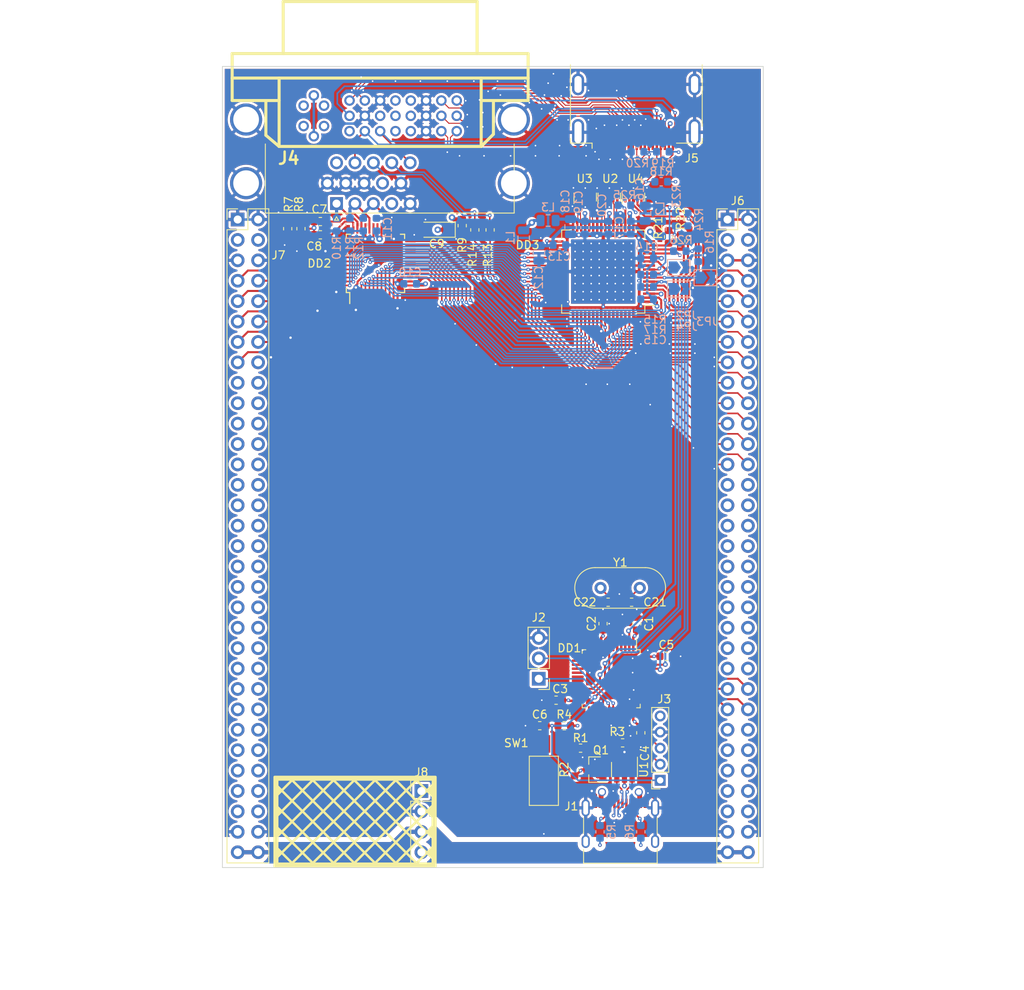
<source format=kicad_pcb>
(kicad_pcb (version 20200916) (generator pcbnew)
  (layers (0 "F.Cu" signal) (1 "In1.Cu" signal) (2 "In2.Cu" signal) (31 "B.Cu" signal) (34 "B.Paste" user) (35 "F.Paste" user) (36 "B.SilkS" user) (37 "F.SilkS" user) (38 "B.Mask" user) (39 "F.Mask" user) (44 "Edge.Cuts" user))
  (net 0 "")
  (net 1 "GND")
  (net 2 "+3V3")
  (net 3 "NRST")
  (net 4 "/Video Output/+3V3_VGA")
  (net 5 "Net-(C7-Pad1)")
  (net 6 "Net-(C8-Pad1)")
  (net 7 "DVDD")
  (net 8 "PVDD")
  (net 9 "AVDD")
  (net 10 "USB_EN")
  (net 11 "SWCLK")
  (net 12 "SWDIO")
  (net 13 "D+")
  (net 14 "D-")
  (net 15 "RX")
  (net 16 "TX")
  (net 17 "/Video Output/R7")
  (net 18 "/Video Output/R6")
  (net 19 "/Video Output/R5")
  (net 20 "/Video Output/R4")
  (net 21 "/Video Output/R3")
  (net 22 "/Video Output/R2")
  (net 23 "/Video Output/R1")
  (net 24 "/Video Output/R0")
  (net 25 "/Video Output/PSAVE")
  (net 26 "Net-(DD2-Pad37)")
  (net 27 "/Video Output/R_2")
  (net 28 "/Video Output/G_2")
  (net 29 "/Video Output/B_2")
  (net 30 "/Video Output/PCLK")
  (net 31 "/Video Output/B7")
  (net 32 "/Video Output/B6")
  (net 33 "/Video Output/B5")
  (net 34 "/Video Output/B4")
  (net 35 "/Video Output/B3")
  (net 36 "/Video Output/B2")
  (net 37 "/Video Output/B1")
  (net 38 "/Video Output/B0")
  (net 39 "/Video Output/BL")
  (net 40 "/Video Output/G7")
  (net 41 "/Video Output/G6")
  (net 42 "/Video Output/G5")
  (net 43 "/Video Output/G4")
  (net 44 "/Video Output/G3")
  (net 45 "/Video Output/G2")
  (net 46 "/Video Output/G1")
  (net 47 "/Video Output/G0")
  (net 48 "/Video Output/TX2+")
  (net 49 "/Video Output/TX2-")
  (net 50 "/Video Output/TX1+")
  (net 51 "/Video Output/TX1-")
  (net 52 "/Video Output/TX0+")
  (net 53 "/Video Output/TX0-")
  (net 54 "/Video Output/TXC+")
  (net 55 "/Video Output/TXC-")
  (net 56 "Net-(DD3-Pad19)")
  (net 57 "Net-(DD3-Pad13)")
  (net 58 "/Video Output/HPD")
  (net 59 "/Video Output/A0")
  (net 60 "/Video Output/A1")
  (net 61 "/Video Output/A2")
  (net 62 "/Video Output/VS")
  (net 63 "/Video Output/HS")
  (net 64 "Net-(J1-PadA5)")
  (net 65 "/MCU/USB-")
  (net 66 "/MCU/USB+")
  (net 67 "Net-(J1-PadB5)")
  (net 68 "Net-(J4-PadC5)")
  (net 69 "+5V")
  (net 70 "/Video Output/CEC")
  (net 71 "Net-(Q1-Pad2)")
  (net 72 "Net-(Q1-Pad1)")
  (net 73 "Net-(J4-Padv14)")
  (net 74 "Net-(J4-Padv13)")
  (net 75 "OSC_IN")
  (net 76 "OSC_OUT")
  (net 77 "/I2C2_SCL")
  (net 78 "/I2C1_SCL")
  (net 79 "/INT")
  (net 80 "/SDA")
  (net 81 "/NSS")
  (net 82 "/SCK")
  (net 83 "/SO")
  (net 84 "/SI")
  (net 85 "/VGA_SDA")
  (module "Package_SON:USON-10_2.5x1.0mm_P0.5mm" (layer "F.Cu") (at 232.7656 54.991 90)
    (fp_text reference "U4" (at 2.286 0.2794 180) (layer "F.SilkS"))
    (fp_text value "RCLAMP0524")
    (pad "1" smd rect (at -0.385 -1) (size 0.3 0.55) (layers "F.Cu" "F.Paste" "F.Mask") (net 70 "/Video Output/CEC"))
    (pad "2" smd rect (at -0.385 -0.5) (size 0.3 0.55) (layers "F.Cu" "F.Paste" "F.Mask") (net 78 "/I2C1_SCL"))
    (pad "3" smd rect (at -0.385 0) (size 0.4 0.55) (layers "F.Cu" "F.Paste" "F.Mask") (net 1 "GND"))
    (pad "4" smd rect (at -0.385 0.5) (size 0.3 0.55) (layers "F.Cu" "F.Paste" "F.Mask") (net 85 "/VGA_SDA"))
    (pad "5" smd rect (at -0.385 1) (size 0.3 0.55) (layers "F.Cu" "F.Paste" "F.Mask") (net 58 "/Video Output/HPD"))
    (pad "6" smd rect (at 0.385 1) (size 0.3 0.55) (layers "F.Cu" "F.Paste" "F.Mask") (net 58 "/Video Output/HPD"))
    (pad "7" smd rect (at 0.385 0.5) (size 0.3 0.55) (layers "F.Cu" "F.Paste" "F.Mask") (net 85 "/VGA_SDA"))
    (pad "8" smd rect (at 0.385 0) (size 0.4 0.55) (layers "F.Cu" "F.Paste" "F.Mask") (net 1 "GND"))
    (pad "9" smd rect (at 0.385 -0.5) (size 0.3 0.55) (layers "F.Cu" "F.Paste" "F.Mask") (net 78 "/I2C1_SCL"))
    (pad "10" smd rect (at 0.385 -1) (size 0.3 0.55) (layers "F.Cu" "F.Paste" "F.Mask") (net 70 "/Video Output/CEC"))
  )
  (module "Package_QFP:LQFP-48_7x7mm_P0.5mm" (layer "F.Cu") (at 229.997 114.935 -90)
    (fp_text reference "DD1" (at -3.81 5.207 180) (layer "F.SilkS"))
    (fp_text value "STM32F103CBTx")
    (pad "1" smd roundrect (at -4.1625 -2.75 270) (size 1.475 0.3) (layers "F.Cu" "F.Paste" "F.Mask") (net 2 "+3V3"))
    (pad "2" smd roundrect (at -4.1625 -2.25 270) (size 1.475 0.3) (layers "F.Cu" "F.Paste" "F.Mask") (net 79 "/INT"))
    (pad "3" smd roundrect (at -4.1625 -1.75 270) (size 1.475 0.3) (layers "F.Cu" "F.Paste" "F.Mask"))
    (pad "4" smd roundrect (at -4.1625 -1.25 270) (size 1.475 0.3) (layers "F.Cu" "F.Paste" "F.Mask"))
    (pad "5" smd roundrect (at -4.1625 -0.75 270) (size 1.475 0.3) (layers "F.Cu" "F.Paste" "F.Mask") (net 75 "OSC_IN"))
    (pad "6" smd roundrect (at -4.1625 -0.25 270) (size 1.475 0.3) (layers "F.Cu" "F.Paste" "F.Mask") (net 76 "OSC_OUT"))
    (pad "7" smd roundrect (at -4.1625 0.25 270) (size 1.475 0.3) (layers "F.Cu" "F.Paste" "F.Mask") (net 3 "NRST"))
    (pad "8" smd roundrect (at -4.1625 0.75 270) (size 1.475 0.3) (layers "F.Cu" "F.Paste" "F.Mask") (net 1 "GND"))
    (pad "9" smd roundrect (at -4.1625 1.25 270) (size 1.475 0.3) (layers "F.Cu" "F.Paste" "F.Mask") (net 2 "+3V3"))
    (pad "10" smd roundrect (at -4.1625 1.75 270) (size 1.475 0.3) (layers "F.Cu" "F.Paste" "F.Mask"))
    (pad "11" smd roundrect (at -4.1625 2.25 270) (size 1.475 0.3) (layers "F.Cu" "F.Paste" "F.Mask"))
    (pad "12" smd roundrect (at -4.1625 2.75 270) (size 1.475 0.3) (layers "F.Cu" "F.Paste" "F.Mask"))
    (pad "13" smd roundrect (at -2.75 4.1625 270) (size 0.3 1.475) (layers "F.Cu" "F.Paste" "F.Mask"))
    (pad "14" smd roundrect (at -2.25 4.1625 270) (size 0.3 1.475) (layers "F.Cu" "F.Paste" "F.Mask") (net 84 "/SI"))
    (pad "15" smd roundrect (at -1.75 4.1625 270) (size 0.3 1.475) (layers "F.Cu" "F.Paste" "F.Mask") (net 83 "/SO"))
    (pad "16" smd roundrect (at -1.25 4.1625 270) (size 0.3 1.475) (layers "F.Cu" "F.Paste" "F.Mask") (net 82 "/SCK"))
    (pad "17" smd roundrect (at -0.75 4.1625 270) (size 0.3 1.475) (layers "F.Cu" "F.Paste" "F.Mask") (net 81 "/NSS"))
    (pad "18" smd roundrect (at -0.25 4.1625 270) (size 0.3 1.475) (layers "F.Cu" "F.Paste" "F.Mask"))
    (pad "19" smd roundrect (at 0.25 4.1625 270) (size 0.3 1.475) (layers "F.Cu" "F.Paste" "F.Mask"))
    (pad "20" smd roundrect (at 0.75 4.1625 270) (size 0.3 1.475) (layers "F.Cu" "F.Paste" "F.Mask"))
    (pad "21" smd roundrect (at 1.25 4.1625 270) (size 0.3 1.475) (layers "F.Cu" "F.Paste" "F.Mask") (net 77 "/I2C2_SCL"))
    (pad "22" smd roundrect (at 1.75 4.1625 270) (size 0.3 1.475) (layers "F.Cu" "F.Paste" "F.Mask") (net 80 "/SDA"))
    (pad "23" smd roundrect (at 2.25 4.1625 270) (size 0.3 1.475) (layers "F.Cu" "F.Paste" "F.Mask") (net 1 "GND"))
    (pad "24" smd roundrect (at 2.75 4.1625 270) (size 0.3 1.475) (layers "F.Cu" "F.Paste" "F.Mask") (net 2 "+3V3"))
    (pad "25" smd roundrect (at 4.1625 2.75 270) (size 1.475 0.3) (layers "F.Cu" "F.Paste" "F.Mask"))
    (pad "26" smd roundrect (at 4.1625 2.25 270) (size 1.475 0.3) (layers "F.Cu" "F.Paste" "F.Mask"))
    (pad "27" smd roundrect (at 4.1625 1.75 270) (size 1.475 0.3) (layers "F.Cu" "F.Paste" "F.Mask"))
    (pad "28" smd roundrect (at 4.1625 1.25 270) (size 1.475 0.3) (layers "F.Cu" "F.Paste" "F.Mask"))
    (pad "29" smd roundrect (at 4.1625 0.75 270) (size 1.475 0.3) (layers "F.Cu" "F.Paste" "F.Mask") (net 10 "USB_EN"))
    (pad "30" smd roundrect (at 4.1625 0.25 270) (size 1.475 0.3) (layers "F.Cu" "F.Paste" "F.Mask") (net 16 "TX"))
    (pad "31" smd roundrect (at 4.1625 -0.25 270) (size 1.475 0.3) (layers "F.Cu" "F.Paste" "F.Mask") (net 15 "RX"))
    (pad "32" smd roundrect (at 4.1625 -0.75 270) (size 1.475 0.3) (layers "F.Cu" "F.Paste" "F.Mask") (net 14 "D-"))
    (pad "33" smd roundrect (at 4.1625 -1.25 270) (size 1.475 0.3) (layers "F.Cu" "F.Paste" "F.Mask") (net 13 "D+"))
    (pad "34" smd roundrect (at 4.1625 -1.75 270) (size 1.475 0.3) (layers "F.Cu" "F.Paste" "F.Mask") (net 12 "SWDIO"))
    (pad "35" smd roundrect (at 4.1625 -2.25 270) (size 1.475 0.3) (layers "F.Cu" "F.Paste" "F.Mask") (net 1 "GND"))
    (pad "36" smd roundrect (at 4.1625 -2.75 270) (size 1.475 0.3) (layers "F.Cu" "F.Paste" "F.Mask") (net 2 "+3V3"))
    (pad "37" smd roundrect (at 2.75 -4.1625 270) (size 0.3 1.475) (layers "F.Cu" "F.Paste" "F.Mask") (net 11 "SWCLK"))
    (pad "38" smd roundrect (at 2.25 -4.1625 270) (size 0.3 1.475) (layers "F.Cu" "F.Paste" "F.Mask"))
    (pad "39" smd roundrect (at 1.75 -4.1625 270) (size 0.3 1.475) (layers "F.Cu" "F.Paste" "F.Mask"))
    (pad "40" smd roundrect (at 1.25 -4.1625 270) (size 0.3 1.475) (layers "F.Cu" "F.Paste" "F.Mask"))
    (pad "41" smd roundrect (at 0.75 -4.1625 270) (size 0.3 1.475) (layers "F.Cu" "F.Paste" "F.Mask"))
    (pad "42" smd roundrect (at 0.25 -4.1625 270) (size 0.3 1.475) (layers "F.Cu" "F.Paste" "F.Mask"))
    (pad "43" smd roundrect (at -0.25 -4.1625 270) (size 0.3 1.475) (layers "F.Cu" "F.Paste" "F.Mask"))
    (pad "44" smd roundrect (at -0.75 -4.1625 270) (size 0.3 1.475) (layers "F.Cu" "F.Paste" "F.Mask") (net 1 "GND"))
    (pad "45" smd roundrect (at -1.25 -4.1625 270) (size 0.3 1.475) (layers "F.Cu" "F.Paste" "F.Mask") (net 78 "/I2C1_SCL"))
    (pad "46" smd roundrect (at -1.75 -4.1625 270) (size 0.3 1.475) (layers "F.Cu" "F.Paste" "F.Mask") (net 85 "/VGA_SDA"))
    (pad "47" smd roundrect (at -2.25 -4.1625 270) (size 0.3 1.475) (layers "F.Cu" "F.Paste" "F.Mask") (net 1 "GND"))
    (pad "48" smd roundrect (at -2.75 -4.1625 270) (size 0.3 1.475) (layers "F.Cu" "F.Paste" "F.Mask") (net 2 "+3V3"))
  )
  (module "Resistor_SMD:R_0603_1608Metric" (layer "F.Cu") (at 224.155 120.777)
    (fp_text reference "R4" (at 0 -1.397) (layer "F.SilkS"))
    (fp_text value "10k")
    (pad "1" smd roundrect (at -0.7875 0) (size 0.875 0.95) (layers "F.Cu" "F.Paste" "F.Mask") (net 3 "NRST"))
    (pad "2" smd roundrect (at 0.7875 0) (size 0.875 0.95) (layers "F.Cu" "F.Paste" "F.Mask") (net 2 "+3V3"))
  )
  (module "Capacitor_SMD:C_0603_1608Metric" (layer "F.Cu") (at 232.537 105.41)
    (fp_text reference "C21" (at 2.921 0) (layer "F.SilkS"))
    (fp_text value "100n")
    (pad "1" smd roundrect (at -0.7875 0) (size 0.875 0.95) (layers "F.Cu" "F.Paste" "F.Mask") (net 75 "OSC_IN"))
    (pad "2" smd roundrect (at 0.7875 0) (size 0.875 0.95) (layers "F.Cu" "F.Paste" "F.Mask") (net 1 "GND"))
  )
  (module "Resistor_SMD:R_0603_1608Metric" (layer "F.Cu") (at 211.455 58.547 90)
    (fp_text reference "R9" (at -2.413 0 90) (layer "F.SilkS"))
    (fp_text value "0")
    (pad "1" smd roundrect (at -0.7875 0 90) (size 0.875 0.95) (layers "F.Cu" "F.Paste" "F.Mask") (net 4 "/Video Output/+3V3_VGA"))
    (pad "2" smd roundrect (at 0.7875 0 90) (size 0.875 0.95) (layers "F.Cu" "F.Paste" "F.Mask") (net 2 "+3V3"))
  )
  (module "Connector_PinHeader_2.54mm:PinHeader_2x32_P2.54mm_Vertical" (layer "F.Cu") (at 244.475 57.785)
    (fp_text reference "J6" (at 1.27 -2.33) (layer "F.SilkS"))
    (fp_text value "U7")
    (pad "1" thru_hole rect (at 0 0) (size 1.7 1.7) (drill 1) (layers *.Cu *.Mask) (net 1 "GND"))
    (pad "2" thru_hole oval (at 2.54 0) (size 1.7 1.7) (drill 1) (layers *.Cu *.Mask) (net 1 "GND"))
    (pad "3" thru_hole oval (at 0 2.54) (size 1.7 1.7) (drill 1) (layers *.Cu *.Mask) (net 2 "+3V3"))
    (pad "4" thru_hole oval (at 2.54 2.54) (size 1.7 1.7) (drill 1) (layers *.Cu *.Mask) (net 2 "+3V3"))
    (pad "5" thru_hole oval (at 0 5.08) (size 1.7 1.7) (drill 1) (layers *.Cu *.Mask) (net 1 "GND"))
    (pad "6" thru_hole oval (at 2.54 5.08) (size 1.7 1.7) (drill 1) (layers *.Cu *.Mask) (net 1 "GND"))
    (pad "7" thru_hole oval (at 0 7.62) (size 1.7 1.7) (drill 1) (layers *.Cu *.Mask) (net 63 "/Video Output/HS"))
    (pad "8" thru_hole oval (at 2.54 7.62) (size 1.7 1.7) (drill 1) (layers *.Cu *.Mask) (net 62 "/Video Output/VS"))
    (pad "9" thru_hole oval (at 0 10.16) (size 1.7 1.7) (drill 1) (layers *.Cu *.Mask) (net 38 "/Video Output/B0"))
    (pad "10" thru_hole oval (at 2.54 10.16) (size 1.7 1.7) (drill 1) (layers *.Cu *.Mask) (net 39 "/Video Output/BL"))
    (pad "11" thru_hole oval (at 0 12.7) (size 1.7 1.7) (drill 1) (layers *.Cu *.Mask) (net 36 "/Video Output/B2"))
    (pad "12" thru_hole oval (at 2.54 12.7) (size 1.7 1.7) (drill 1) (layers *.Cu *.Mask) (net 37 "/Video Output/B1"))
    (pad "13" thru_hole oval (at 0 15.24) (size 1.7 1.7) (drill 1) (layers *.Cu *.Mask) (net 34 "/Video Output/B4"))
    (pad "14" thru_hole oval (at 2.54 15.24) (size 1.7 1.7) (drill 1) (layers *.Cu *.Mask) (net 35 "/Video Output/B3"))
    (pad "15" thru_hole oval (at 0 17.78) (size 1.7 1.7) (drill 1) (layers *.Cu *.Mask) (net 30 "/Video Output/PCLK"))
    (pad "16" thru_hole oval (at 2.54 17.78) (size 1.7 1.7) (drill 1) (layers *.Cu *.Mask) (net 33 "/Video Output/B5"))
    (pad "17" thru_hole oval (at 0 20.32) (size 1.7 1.7) (drill 1) (layers *.Cu *.Mask) (net 31 "/Video Output/B7"))
    (pad "18" thru_hole oval (at 2.54 20.32) (size 1.7 1.7) (drill 1) (layers *.Cu *.Mask) (net 32 "/Video Output/B6"))
    (pad "19" thru_hole oval (at 0 22.86) (size 1.7 1.7) (drill 1) (layers *.Cu *.Mask) (net 46 "/Video Output/G1"))
    (pad "20" thru_hole oval (at 2.54 22.86) (size 1.7 1.7) (drill 1) (layers *.Cu *.Mask) (net 47 "/Video Output/G0"))
    (pad "21" thru_hole oval (at 0 25.4) (size 1.7 1.7) (drill 1) (layers *.Cu *.Mask) (net 44 "/Video Output/G3"))
    (pad "22" thru_hole oval (at 2.54 25.4) (size 1.7 1.7) (drill 1) (layers *.Cu *.Mask) (net 45 "/Video Output/G2"))
    (pad "23" thru_hole oval (at 0 27.94) (size 1.7 1.7) (drill 1) (layers *.Cu *.Mask) (net 42 "/Video Output/G5"))
    (pad "24" thru_hole oval (at 2.54 27.94) (size 1.7 1.7) (drill 1) (layers *.Cu *.Mask) (net 43 "/Video Output/G4"))
    (pad "25" thru_hole oval (at 0 30.48) (size 1.7 1.7) (drill 1) (layers *.Cu *.Mask) (net 40 "/Video Output/G7"))
    (pad "26" thru_hole oval (at 2.54 30.48) (size 1.7 1.7) (drill 1) (layers *.Cu *.Mask) (net 41 "/Video Output/G6"))
    (pad "27" thru_hole oval (at 0 33.02) (size 1.7 1.7) (drill 1) (layers *.Cu *.Mask))
    (pad "28" thru_hole oval (at 2.54 33.02) (size 1.7 1.7) (drill 1) (layers *.Cu *.Mask))
    (pad "29" thru_hole oval (at 0 35.56) (size 1.7 1.7) (drill 1) (layers *.Cu *.Mask))
    (pad "30" thru_hole oval (at 2.54 35.56) (size 1.7 1.7) (drill 1) (layers *.Cu *.Mask))
    (pad "31" thru_hole oval (at 0 38.1) (size 1.7 1.7) (drill 1) (layers *.Cu *.Mask))
    (pad "32" thru_hole oval (at 2.54 38.1) (size 1.7 1.7) (drill 1) (layers *.Cu *.Mask))
    (pad "33" thru_hole oval (at 0 40.64) (size 1.7 1.7) (drill 1) (layers *.Cu *.Mask))
    (pad "34" thru_hole oval (at 2.54 40.64) (size 1.7 1.7) (drill 1) (layers *.Cu *.Mask))
    (pad "35" thru_hole oval (at 0 43.18) (size 1.7 1.7) (drill 1) (layers *.Cu *.Mask))
    (pad "36" thru_hole oval (at 2.54 43.18) (size 1.7 1.7) (drill 1) (layers *.Cu *.Mask))
    (pad "37" thru_hole oval (at 0 45.72) (size 1.7 1.7) (drill 1) (layers *.Cu *.Mask))
    (pad "38" thru_hole oval (at 2.54 45.72) (size 1.7 1.7) (drill 1) (layers *.Cu *.Mask))
    (pad "39" thru_hole oval (at 0 48.26) (size 1.7 1.7) (drill 1) (layers *.Cu *.Mask))
    (pad "40" thru_hole oval (at 2.54 48.26) (size 1.7 1.7) (drill 1) (layers *.Cu *.Mask))
    (pad "41" thru_hole oval (at 0 50.8) (size 1.7 1.7) (drill 1) (layers *.Cu *.Mask))
    (pad "42" thru_hole oval (at 2.54 50.8) (size 1.7 1.7) (drill 1) (layers *.Cu *.Mask))
    (pad "43" thru_hole oval (at 0 53.34) (size 1.7 1.7) (drill 1) (layers *.Cu *.Mask))
    (pad "44" thru_hole oval (at 2.54 53.34) (size 1.7 1.7) (drill 1) (layers *.Cu *.Mask))
    (pad "45" thru_hole oval (at 0 55.88) (size 1.7 1.7) (drill 1) (layers *.Cu *.Mask))
    (pad "46" thru_hole oval (at 2.54 55.88) (size 1.7 1.7) (drill 1) (layers *.Cu *.Mask))
    (pad "47" thru_hole oval (at 0 58.42) (size 1.7 1.7) (drill 1) (layers *.Cu *.Mask) (net 83 "/SO"))
    (pad "48" thru_hole oval (at 2.54 58.42) (size 1.7 1.7) (drill 1) (layers *.Cu *.Mask) (net 84 "/SI"))
    (pad "49" thru_hole oval (at 0 60.96) (size 1.7 1.7) (drill 1) (layers *.Cu *.Mask) (net 81 "/NSS"))
    (pad "50" thru_hole oval (at 2.54 60.96) (size 1.7 1.7) (drill 1) (layers *.Cu *.Mask) (net 82 "/SCK"))
    (pad "51" thru_hole oval (at 0 63.5) (size 1.7 1.7) (drill 1) (layers *.Cu *.Mask))
    (pad "52" thru_hole oval (at 2.54 63.5) (size 1.7 1.7) (drill 1) (layers *.Cu *.Mask))
    (pad "53" thru_hole oval (at 0 66.04) (size 1.7 1.7) (drill 1) (layers *.Cu *.Mask))
    (pad "54" thru_hole oval (at 2.54 66.04) (size 1.7 1.7) (drill 1) (layers *.Cu *.Mask))
    (pad "55" thru_hole oval (at 0 68.58) (size 1.7 1.7) (drill 1) (layers *.Cu *.Mask))
    (pad "56" thru_hole oval (at 2.54 68.58) (size 1.7 1.7) (drill 1) (layers *.Cu *.Mask))
    (pad "57" thru_hole oval (at 0 71.12) (size 1.7 1.7) (drill 1) (layers *.Cu *.Mask))
    (pad "58" thru_hole oval (at 2.54 71.12) (size 1.7 1.7) (drill 1) (layers *.Cu *.Mask))
    (pad "59" thru_hole oval (at 0 73.66) (size 1.7 1.7) (drill 1) (layers *.Cu *.Mask))
    (pad "60" thru_hole oval (at 2.54 73.66) (size 1.7 1.7) (drill 1) (layers *.Cu *.Mask))
    (pad "61" thru_hole oval (at 0 76.2) (size 1.7 1.7) (drill 1) (layers *.Cu *.Mask) (net 1 "GND"))
    (pad "62" thru_hole oval (at 2.54 76.2) (size 1.7 1.7) (drill 1) (layers *.Cu *.Mask) (net 1 "GND"))
    (pad "63" thru_hole oval (at 0 78.74) (size 1.7 1.7) (drill 1) (layers *.Cu *.Mask) (net 69 "+5V"))
    (pad "64" thru_hole oval (at 2.54 78.74) (size 1.7 1.7) (drill 1) (layers *.Cu *.Mask) (net 69 "+5V"))
  )
  (module "Package_QFP:HTQFP-64-1EP_10x10mm_P0.5mm_EP8x8mm_Mask4.4x4.4mm_ThermalVias" (layer "F.Cu") (at 229.0065 64.262 180)
    (fp_text reference "DD3" (at 9.4235 3.302) (layer "F.SilkS"))
    (fp_text value "TFP410PAP")
    (pad "1" smd rect (at -5.7 -3.75 180) (size 1.5 0.3) (layers "F.Cu" "F.Paste" "F.Mask") (net 7 "DVDD"))
    (pad "2" smd rect (at -5.7 -3.25 180) (size 1.5 0.3) (layers "F.Cu" "F.Paste" "F.Mask") (net 39 "/Video Output/BL"))
    (pad "3" smd rect (at -5.7 -2.75 180) (size 1.5 0.3) (layers "F.Cu" "F.Paste" "F.Mask") (net 2 "+3V3"))
    (pad "4" smd rect (at -5.7 -2.25 180) (size 1.5 0.3) (layers "F.Cu" "F.Paste" "F.Mask") (net 63 "/Video Output/HS"))
    (pad "5" smd rect (at -5.7 -1.75 180) (size 1.5 0.3) (layers "F.Cu" "F.Paste" "F.Mask") (net 62 "/Video Output/VS"))
    (pad "6" smd rect (at -5.7 -1.25 180) (size 1.5 0.3) (layers "F.Cu" "F.Paste" "F.Mask") (net 61 "/Video Output/A2"))
    (pad "7" smd rect (at -5.7 -0.75 180) (size 1.5 0.3) (layers "F.Cu" "F.Paste" "F.Mask") (net 60 "/Video Output/A1"))
    (pad "8" smd rect (at -5.7 -0.25 180) (size 1.5 0.3) (layers "F.Cu" "F.Paste" "F.Mask") (net 59 "/Video Output/A0"))
    (pad "9" smd rect (at -5.7 0.25 180) (size 1.5 0.3) (layers "F.Cu" "F.Paste" "F.Mask") (net 58 "/Video Output/HPD"))
    (pad "10" smd rect (at -5.7 0.75 180) (size 1.5 0.3) (layers "F.Cu" "F.Paste" "F.Mask") (net 1 "GND"))
    (pad "11" smd rect (at -5.7 1.25 180) (size 1.5 0.3) (layers "F.Cu" "F.Paste" "F.Mask") (net 79 "/INT"))
    (pad "12" smd rect (at -5.7 1.75 180) (size 1.5 0.3) (layers "F.Cu" "F.Paste" "F.Mask") (net 7 "DVDD"))
    (pad "13" smd rect (at -5.7 2.25 180) (size 1.5 0.3) (layers "F.Cu" "F.Paste" "F.Mask") (net 57 "Net-(DD3-Pad13)"))
    (pad "14" smd rect (at -5.7 2.75 180) (size 1.5 0.3) (layers "F.Cu" "F.Paste" "F.Mask") (net 80 "/SDA"))
    (pad "15" smd rect (at -5.7 3.25 180) (size 1.5 0.3) (layers "F.Cu" "F.Paste" "F.Mask") (net 77 "/I2C2_SCL"))
    (pad "16" smd rect (at -5.7 3.75 180) (size 1.5 0.3) (layers "F.Cu" "F.Paste" "F.Mask") (net 1 "GND"))
    (pad "17" smd rect (at -3.75 5.7 270) (size 1.5 0.3) (layers "F.Cu" "F.Paste" "F.Mask") (net 1 "GND"))
    (pad "18" smd rect (at -3.25 5.7 270) (size 1.5 0.3) (layers "F.Cu" "F.Paste" "F.Mask") (net 8 "PVDD"))
    (pad "19" smd rect (at -2.75 5.7 270) (size 1.5 0.3) (layers "F.Cu" "F.Paste" "F.Mask") (net 56 "Net-(DD3-Pad19)"))
    (pad "20" smd rect (at -2.25 5.7 270) (size 1.5 0.3) (layers "F.Cu" "F.Paste" "F.Mask") (net 1 "GND"))
    (pad "21" smd rect (at -1.75 5.7 270) (size 1.5 0.3) (layers "F.Cu" "F.Paste" "F.Mask") (net 55 "/Video Output/TXC-"))
    (pad "22" smd rect (at -1.25 5.7 270) (size 1.5 0.3) (layers "F.Cu" "F.Paste" "F.Mask") (net 54 "/Video Output/TXC+"))
    (pad "23" smd rect (at -0.75 5.7 270) (size 1.5 0.3) (layers "F.Cu" "F.Paste" "F.Mask") (net 9 "AVDD"))
    (pad "24" smd rect (at -0.25 5.7 270) (size 1.5 0.3) (layers "F.Cu" "F.Paste" "F.Mask") (net 53 "/Video Output/TX0-"))
    (pad "25" smd rect (at 0.25 5.7 270) (size 1.5 0.3) (layers "F.Cu" "F.Paste" "F.Mask") (net 52 "/Video Output/TX0+"))
    (pad "26" smd rect (at 0.75 5.7 270) (size 1.5 0.3) (layers "F.Cu" "F.Paste" "F.Mask") (net 1 "GND"))
    (pad "27" smd rect (at 1.25 5.7 270) (size 1.5 0.3) (layers "F.Cu" "F.Paste" "F.Mask") (net 51 "/Video Output/TX1-"))
    (pad "28" smd rect (at 1.75 5.7 270) (size 1.5 0.3) (layers "F.Cu" "F.Paste" "F.Mask") (net 50 "/Video Output/TX1+"))
    (pad "29" smd rect (at 2.25 5.7 270) (size 1.5 0.3) (layers "F.Cu" "F.Paste" "F.Mask") (net 9 "AVDD"))
    (pad "30" smd rect (at 2.75 5.7 270) (size 1.5 0.3) (layers "F.Cu" "F.Paste" "F.Mask") (net 49 "/Video Output/TX2-"))
    (pad "31" smd rect (at 3.25 5.7 270) (size 1.5 0.3) (layers "F.Cu" "F.Paste" "F.Mask") (net 48 "/Video Output/TX2+"))
    (pad "32" smd rect (at 3.75 5.7 270) (size 1.5 0.3) (layers "F.Cu" "F.Paste" "F.Mask") (net 1 "GND"))
    (pad "33" smd rect (at 5.7 3.75 180) (size 1.5 0.3) (layers "F.Cu" "F.Paste" "F.Mask") (net 7 "DVDD"))
    (pad "34" smd rect (at 5.7 3.25 180) (size 1.5 0.3) (layers "F.Cu" "F.Paste" "F.Mask") (net 1 "GND"))
    (pad "35" smd rect (at 5.7 2.75 180) (size 1.5 0.3) (layers "F.Cu" "F.Paste" "F.Mask") (net 1 "GND"))
    (pad "36" smd rect (at 5.7 2.25 180) (size 1.5 0.3) (layers "F.Cu" "F.Paste" "F.Mask") (net 17 "/Video Output/R7"))
    (pad "37" smd rect (at 5.7 1.75 180) (size 1.5 0.3) (layers "F.Cu" "F.Paste" "F.Mask") (net 18 "/Video Output/R6"))
    (pad "38" smd rect (at 5.7 1.25 180) (size 1.5 0.3) (layers "F.Cu" "F.Paste" "F.Mask") (net 19 "/Video Output/R5"))
    (pad "39" smd rect (at 5.7 0.75 180) (size 1.5 0.3) (layers "F.Cu" "F.Paste" "F.Mask") (net 20 "/Video Output/R4"))
    (pad "40" smd rect (at 5.7 0.25 180) (size 1.5 0.3) (layers "F.Cu" "F.Paste" "F.Mask") (net 21 "/Video Output/R3"))
    (pad "41" smd rect (at 5.7 -0.25 180) (size 1.5 0.3) (layers "F.Cu" "F.Paste" "F.Mask") (net 22 "/Video Output/R2"))
    (pad "42" smd rect (at 5.7 -0.75 180) (size 1.5 0.3) (layers "F.Cu" "F.Paste" "F.Mask") (net 23 "/Video Output/R1"))
    (pad "43" smd rect (at 5.7 -1.25 180) (size 1.5 0.3) (layers "F.Cu" "F.Paste" "F.Mask") (net 24 "/Video Output/R0"))
    (pad "44" smd rect (at 5.7 -1.75 180) (size 1.5 0.3) (layers "F.Cu" "F.Paste" "F.Mask") (net 40 "/Video Output/G7"))
    (pad "45" smd rect (at 5.7 -2.25 180) (size 1.5 0.3) (layers "F.Cu" "F.Paste" "F.Mask") (net 41 "/Video Output/G6"))
    (pad "46" smd rect (at 5.7 -2.75 180) (size 1.5 0.3) (layers "F.Cu" "F.Paste" "F.Mask") (net 42 "/Video Output/G5"))
    (pad "47" smd rect (at 5.7 -3.25 180) (size 1.5 0.3) (layers "F.Cu" "F.Paste" "F.Mask") (net 43 "/Video Output/G4"))
    (pad "48" smd rect (at 5.7 -3.75 180) (size 1.5 0.3) (layers "F.Cu" "F.Paste" "F.Mask") (net 1 "GND"))
    (pad "49" smd rect (at 3.75 -5.7 270) (size 1.5 0.3) (layers "F.Cu" "F.Paste" "F.Mask"))
    (pad "50" smd rect (at 3.25 -5.7 270) (size 1.5 0.3) (layers "F.Cu" "F.Paste" "F.Mask") (net 44 "/Video Output/G3"))
    (pad "51" smd rect (at 2.75 -5.7 270) (size 1.5 0.3) (layers "F.Cu" "F.Paste" "F.Mask") (net 45 "/Video Output/G2"))
    (pad "52" smd rect (at 2.25 -5.7 270) (size 1.5 0.3) (layers "F.Cu" "F.Paste" "F.Mask") (net 46 "/Video Output/G1"))
    (pad "53" smd rect (at 1.75 -5.7 270) (size 1.5 0.3) (layers "F.Cu" "F.Paste" "F.Mask") (net 47 "/Video Output/G0"))
    (pad "54" smd rect (at 1.25 -5.7 270) (size 1.5 0.3) (layers "F.Cu" "F.Paste" "F.Mask") (net 31 "/Video Output/B7"))
    (pad "55" smd rect (at 0.75 -5.7 270) (size 1.5 0.3) (layers "F.Cu" "F.Paste" "F.Mask") (net 32 "/Video Output/B6"))
    (pad "56" smd rect (at 0.25 -5.7 270) (size 1.5 0.3) (layers "F.Cu" "F.Paste" "F.Mask") (net 1 "GND"))
    (pad "57" smd rect (at -0.25 -5.7 270) (size 1.5 0.3) (layers "F.Cu" "F.Paste" "F.Mask") (net 30 "/Video Output/PCLK"))
    (pad "58" smd rect (at -0.75 -5.7 270) (size 1.5 0.3) (layers "F.Cu" "F.Paste" "F.Mask") (net 33 "/Video Output/B5"))
    (pad "59" smd rect (at -1.25 -5.7 270) (size 1.5 0.3) (layers "F.Cu" "F.Paste" "F.Mask") (net 34 "/Video Output/B4"))
    (pad "60" smd rect (at -1.75 -5.7 270) (size 1.5 0.3) (layers "F.Cu" "F.Paste" "F.Mask") (net 35 "/Video Output/B3"))
    (pad "61" smd rect (at -2.25 -5.7 270) (size 1.5 0.3) (layers "F.Cu" "F.Paste" "F.Mask") (net 36 "/Video Output/B2"))
    (pad "62" smd rect (at -2.75 -5.7 270) (size 1.5 0.3) (layers "F.Cu" "F.Paste" "F.Mask") (net 37 "/Video Output/B1"))
    (pad "63" smd rect (at -3.25 -5.7 270) (size 1.5 0.3) (layers "F.Cu" "F.Paste" "F.Mask") (net 38 "/Video Output/B0"))
    (pad "64" smd rect (at -3.75 -5.7 270) (size 1.5 0.3) (layers "F.Cu" "F.Paste" "F.Mask") (net 1 "GND"))
    (pad "65" thru_hole circle (at -0.5 3.5 270) (size 0.5 0.5) (drill 0.2) (layers *.Cu) (net 1 "GND"))
    (pad "65" thru_hole circle (at -3.5 -1.5 270) (size 0.5 0.5) (drill 0.2) (layers *.Cu) (net 1 "GND"))
    (pad "65" thru_hole circle (at -0.5 1.5 270) (size 0.5 0.5) (drill 0.2) (layers *.Cu) (net 1 "GND"))
    (pad "65" thru_hole circle (at -2.5 2.5 270) (size 0.5 0.5) (drill 0.2) (layers *.Cu) (net 1 "GND"))
    (pad "65" thru_hole circle (at -0.5 0.5 270) (size 0.5 0.5) (drill 0.2) (layers *.Cu) (net 1 "GND"))
    (pad "65" thru_hole circle (at -3.5 1.5 270) (size 0.5 0.5) (drill 0.2) (layers *.Cu) (net 1 "GND"))
    (pad "65" thru_hole circle (at 0.5 0.5 270) (size 0.5 0.5) (drill 0.2) (layers *.Cu) (net 1 "GND"))
    (pad "65" thru_hole circle (at 0.5 -3.5 270) (size 0.5 0.5) (drill 0.2) (layers *.Cu) (net 1 "GND"))
    (pad "65" thru_hole circle (at 1.5 0.5 270) (size 0.5 0.5) (drill 0.2) (layers *.Cu) (net 1 "GND"))
    (pad "65" thru_hole circle (at 3.5 2.5 270) (size 0.5 0.5) (drill 0.2) (layers *.Cu) (net 1 "GND"))
    (pad "65" thru_hole circle (at 3.5 -0.5 270) (size 0.5 0.5) (drill 0.2) (layers *.Cu) (net 1 "GND"))
    (pad "65" thru_hole circle (at 2.5 1.5 270) (size 0.5 0.5) (drill 0.2) (layers *.Cu) (net 1 "GND"))
    (pad "65" thru_hole circle (at -3.5 -2.5 270) (size 0.5 0.5) (drill 0.2) (layers *.Cu) (net 1 "GND"))
    (pad "65" thru_hole circle (at 3.5 -1.5 270) (size 0.5 0.5) (drill 0.2) (layers *.Cu) (net 1 "GND"))
    (pad "65" thru_hole circle (at -0.5 -0.5 270) (size 0.5 0.5) (drill 0.2) (layers *.Cu) (net 1 "GND"))
    (pad "65" thru_hole circle (at 1.5 -2.5 270) (size 0.5 0.5) (drill 0.2) (layers *.Cu) (net 1 "GND"))
    (pad "65" thru_hole circle (at 0.5 3.5 270) (size 0.5 0.5) (drill 0.2) (layers *.Cu) (net 1 "GND"))
    (pad "65" thru_hole circle (at 0.5 -1.5 270) (size 0.5 0.5) (drill 0.2) (layers *.Cu) (net 1 "GND"))
    (pad "65" thru_hole circle (at 2.5 3.5 270) (size 0.5 0.5) (drill 0.2) (layers *.Cu) (net 1 "GND"))
    (pad "65" thru_hole circle (at -2.5 -2.5 270) (size 0.5 0.5) (drill 0.2) (layers *.Cu) (net 1 "GND"))
    (pad "65" thru_hole circle (at -1.5 0.5 270) (size 0.5 0.5) (drill 0.2) (layers *.Cu) (net 1 "GND"))
    (pad "65" thru_hole circle (at -3.5 0.5 270) (size 0.5 0.5) (drill 0.2) (layers *.Cu) (net 1 "GND"))
    (pad "65" thru_hole circle (at -0.5 -2.5 270) (size 0.5 0.5) (drill 0.2) (layers *.Cu) (net 1 "GND"))
    (pad "65" thru_hole circle (at 0.5 1.5 270) (size 0.5 0.5) (drill 0.2) (layers *.Cu) (net 1 "GND"))
    (pad "65" thru_hole circle (at -3.5 2.5 270) (size 0.5 0.5) (drill 0.2) (layers *.Cu) (net 1 "GND"))
    (pad "65" smd rect (at 0 0) (size 8 8) (layers "B.Cu") (net 1 "GND"))
    (pad "65" thru_hole circle (at -0.5 2.5 270) (size 0.5 0.5) (drill 0.2) (layers *.Cu) (net 1 "GND"))
    (pad "65" thru_hole circle (at 3.5 0.5 270) (size 0.5 0.5) (drill 0.2) (layers *.Cu) (net 1 "GND"))
    (pad "65" thru_hole circle (at -2.5 0.5 270) (size 0.5 0.5) (drill 0.2) (layers *.Cu) (net 1 "GND"))
    (pad "65" thru_hole circle (at 0.5 -0.5 270) (size 0.5 0.5) (drill 0.2) (layers *.Cu) (net 1 "GND"))
    (pad "65" thru_hole circle (at 3.5 -3.5 270) (size 0.5 0.5) (drill 0.2) (layers *.Cu) (net 1 "GND"))
    (pad "65" thru_hole circle (at 0.5 2.5 270) (size 0.5 0.5) (drill 0.2) (layers *.Cu) (net 1 "GND"))
    (pad "65" thru_hole circle (at -3.5 -0.5 270) (size 0.5 0.5) (drill 0.2) (layers *.Cu) (net 1 "GND"))
    (pad "65" thru_hole circle (at 3.5 -2.5 270) (size 0.5 0.5) (drill 0.2) (layers *.Cu) (net 1 "GND"))
    (pad "65" thru_hole circle (at 2.5 0.5 270) (size 0.5 0.5) (drill 0.2) (layers *.Cu) (net 1 "GND"))
    (pad "65" thru_hole circle (at -3.5 3.5 270) (size 0.5 0.5) (drill 0.2) (layers *.Cu) (net 1 "GND"))
    (pad "65" thru_hole circle (at 1.5 2.5 270) (size 0.5 0.5) (drill 0.2) (layers *.Cu) (net 1 "GND"))
    (pad "65" thru_hole circle (at -0.5 -3.5 270) (size 0.5 0.5) (drill 0.2) (layers *.Cu) (net 1 "GND"))
    (pad "65" thru_hole circle (at -1.5 -0.5 270) (size 0.5 0.5) (drill 0.2) (layers *.Cu) (net 1 "GND"))
    (pad "65" thru_hole circle (at -3.5 -3.5 270) (size 0.5 0.5) (drill 0.2) (layers *.Cu) (net 1 "GND"))
    (pad "65" thru_hole circle (at 2.5 -3.5 270) (size 0.5 0.5) (drill 0.2) (layers *.Cu) (net 1 "GND"))
    (pad "65" thru_hole circle (at 2.5 -1.5 270) (size 0.5 0.5) (drill 0.2) (layers *.Cu) (net 1 "GND"))
    (pad "65" thru_hole circle (at -2.5 -0.5 270) (size 0.5 0.5) (drill 0.2) (layers *.Cu) (net 1 "GND"))
    (pad "65" thru_hole circle (at -0.5 -1.5 270) (size 0.5 0.5) (drill 0.2) (layers *.Cu) (net 1 "GND"))
    (pad "65" thru_hole circle (at 2.5 -0.5 270) (size 0.5 0.5) (drill 0.2) (layers *.Cu) (net 1 "GND"))
    (pad "65" thru_hole circle (at -1.5 -1.5 270) (size 0.5 0.5) (drill 0.2) (layers *.Cu) (net 1 "GND"))
    (pad "65" thru_hole circle (at 3.5 3.5 270) (size 0.5 0.5) (drill 0.2) (layers *.Cu) (net 1 "GND"))
    (pad "65" thru_hole circle (at -2.5 -1.5 270) (size 0.5 0.5) (drill 0.2) (layers *.Cu) (net 1 "GND"))
    (pad "65" smd rect (at 0 0) (size 8 8) (layers "F.Cu") (net 1 "GND"))
    (pad "65" thru_hole circle (at 1.5 1.5 270) (size 0.5 0.5) (drill 0.2) (layers *.Cu) (net 1 "GND"))
    (pad "65" thru_hole circle (at 3.5 1.5 270) (size 0.5 0.5) (drill 0.2) (layers *.Cu) (net 1 "GND"))
    (pad "65" thru_hole circle (at 1.5 -3.5 270) (size 0.5 0.5) (drill 0.2) (layers *.Cu) (net 1 "GND"))
    (pad "65" thru_hole circle (at 2.5 -2.5 270) (size 0.5 0.5) (drill 0.2) (layers *.Cu) (net 1 "GND"))
    (pad "65" thru_hole circle (at -1.5 -2.5 270) (size 0.5 0.5) (drill 0.2) (layers *.Cu) (net 1 "GND"))
    (pad "65" thru_hole circle (at -2.5 1.5 270) (size 0.5 0.5) (drill 0.2) (layers *.Cu) (net 1 "GND"))
    (pad "65" thru_hole circle (at 1.5 3.5 270) (size 0.5 0.5) (drill 0.2) (layers *.Cu) (net 1 "GND"))
    (pad "65" thru_hole circle (at -2.5 3.5 270) (size 0.5 0.5) (drill 0.2) (layers *.Cu) (net 1 "GND"))
    (pad "65" thru_hole circle (at 1.5 -0.5 270) (size 0.5 0.5) (drill 0.2) (layers *.Cu) (net 1 "GND"))
    (pad "65" thru_hole circle (at -1.5 3.5 270) (size 0.5 0.5) (drill 0.2) (layers *.Cu) (net 1 "GND"))
    (pad "65" thru_hole circle (at 0.5 -2.5 270) (size 0.5 0.5) (drill 0.2) (layers *.Cu) (net 1 "GND"))
    (pad "65" thru_hole circle (at -2.5 -3.5 270) (size 0.5 0.5) (drill 0.2) (layers *.Cu) (net 1 "GND"))
    (pad "65" thru_hole circle (at -1.5 1.5 270) (size 0.5 0.5) (drill 0.2) (layers *.Cu) (net 1 "GND"))
    (pad "65" thru_hole circle (at -1.5 -3.5 270) (size 0.5 0.5) (drill 0.2) (layers *.Cu) (net 1 "GND"))
    (pad "65" thru_hole circle (at 2.5 2.5 270) (size 0.5 0.5) (drill 0.2) (layers *.Cu) (net 1 "GND"))
    (pad "65" thru_hole circle (at -1.5 2.5 270) (size 0.5 0.5) (drill 0.2) (layers *.Cu) (net 1 "GND"))
    (pad "65" thru_hole circle (at 1.5 -1.5 270) (size 0.5 0.5) (drill 0.2) (layers *.Cu) (net 1 "GND"))
  )
  (module "Capacitor_SMD:C_0603_1608Metric" (layer "F.Cu") (at 223.139 117.602 180)
    (fp_text reference "C3" (at -0.508 1.397) (layer "F.SilkS"))
    (fp_text value "100n")
    (pad "1" smd roundrect (at -0.7875 0 180) (size 0.875 0.95) (layers "F.Cu" "F.Paste" "F.Mask") (net 2 "+3V3"))
    (pad "2" smd roundrect (at 0.7875 0 180) (size 0.875 0.95) (layers "F.Cu" "F.Paste" "F.Mask") (net 1 "GND"))
  )
  (module "Resistor_SMD:R_0603_1608Metric" (layer "F.Cu") (at 238.6585 60.452 90)
    (fp_text reference "R22" (at 2.794 -0.0255 90) (layer "F.SilkS"))
    (fp_text value "2k")
    (pad "1" smd roundrect (at -0.7875 0 90) (size 0.875 0.95) (layers "F.Cu" "F.Paste" "F.Mask") (net 80 "/SDA"))
    (pad "2" smd roundrect (at 0.7875 0 90) (size 0.875 0.95) (layers "F.Cu" "F.Paste" "F.Mask") (net 2 "+3V3"))
  )
  (module "Button_Switch_SMD:SW_SPST_FSMSM" (layer "F.Cu") (at 221.615 127.635 -90)
    (fp_text reference "SW1" (at -4.699 3.429 180) (layer "F.SilkS"))
    (fp_text value "RESET")
    (pad "1" smd rect (at -4.59 0 270) (size 2.18 1.6) (layers "F.Cu" "F.Paste" "F.Mask") (net 3 "NRST"))
    (pad "2" smd rect (at 4.59 0 270) (size 2.18 1.6) (layers "F.Cu" "F.Paste" "F.Mask") (net 1 "GND"))
  )
  (module "Capacitor_SMD:C_0603_1608Metric" (layer "F.Cu") (at 228.981 108.077 90)
    (fp_text reference "C2" (at 0 -1.43 90) (layer "F.SilkS"))
    (fp_text value "100n")
    (pad "1" smd roundrect (at -0.7875 0 90) (size 0.875 0.95) (layers "F.Cu" "F.Paste" "F.Mask") (net 2 "+3V3"))
    (pad "2" smd roundrect (at 0.7875 0 90) (size 0.875 0.95) (layers "F.Cu" "F.Paste" "F.Mask") (net 1 "GND"))
  )
  (module "Capacitor_Tantalum_SMD:CP_EIA-3216-18_Kemet-A" (layer "F.Cu") (at 208.28 59.055 180)
    (fp_text reference "C9" (at 0 -1.75) (layer "F.SilkS"))
    (fp_text value "10u")
    (pad "1" smd roundrect (at -1.35 0 180) (size 1.4 1.35) (layers "F.Cu" "F.Paste" "F.Mask") (roundrect_rratio 0.1851851851851852) (net 4 "/Video Output/+3V3_VGA"))
    (pad "2" smd roundrect (at 1.35 0 180) (size 1.4 1.35) (layers "F.Cu" "F.Paste" "F.Mask") (roundrect_rratio 0.1851851851851852) (net 1 "GND"))
  )
  (module "Resistor_SMD:R_0603_1608Metric" (layer "F.Cu") (at 225.425 126.238 -90)
    (fp_text reference "R2" (at 0 1.27 90) (layer "F.SilkS"))
    (fp_text value "10k")
    (pad "1" smd roundrect (at -0.7875 0 270) (size 0.875 0.95) (layers "F.Cu" "F.Paste" "F.Mask") (net 72 "Net-(Q1-Pad1)"))
    (pad "2" smd roundrect (at 0.7875 0 270) (size 0.875 0.95) (layers "F.Cu" "F.Paste" "F.Mask") (net 2 "+3V3"))
  )
  (module "Capacitor_SMD:C_0603_1608Metric" (layer "F.Cu") (at 233.68 121.666 -90)
    (fp_text reference "C4" (at 2.54 -0.508 90) (layer "F.SilkS"))
    (fp_text value "100n")
    (pad "1" smd roundrect (at -0.7875 0 270) (size 0.875 0.95) (layers "F.Cu" "F.Paste" "F.Mask") (net 2 "+3V3"))
    (pad "2" smd roundrect (at 0.7875 0 270) (size 0.875 0.95) (layers "F.Cu" "F.Paste" "F.Mask") (net 1 "GND"))
  )
  (module "Capacitor_SMD:C_0603_1608Metric" (layer "F.Cu") (at 221.107 120.777 180)
    (fp_text reference "C6" (at 0 1.397) (layer "F.SilkS"))
    (fp_text value "1u")
    (pad "1" smd roundrect (at -0.7875 0 180) (size 0.875 0.95) (layers "F.Cu" "F.Paste" "F.Mask") (net 3 "NRST"))
    (pad "2" smd roundrect (at 0.7875 0 180) (size 0.875 0.95) (layers "F.Cu" "F.Paste" "F.Mask") (net 1 "GND"))
  )
  (module "Resistor_SMD:R_0603_1608Metric" (layer "F.Cu") (at 191.389 58.928 -90)
    (fp_text reference "R8" (at -3.048 0.254 90) (layer "F.SilkS"))
    (fp_text value "1k")
    (pad "1" smd roundrect (at -0.7875 0 270) (size 0.875 0.95) (layers "F.Cu" "F.Paste" "F.Mask") (net 1 "GND"))
    (pad "2" smd roundrect (at 0.7875 0 270) (size 0.875 0.95) (layers "F.Cu" "F.Paste" "F.Mask") (net 26 "Net-(DD2-Pad37)"))
  )
  (module "Package_TO_SOT_SMD:SOT-23-6" (layer "F.Cu") (at 231.648 126.238 -90)
    (fp_text reference "U1" (at 0 -2.413 90) (layer "F.SilkS"))
    (fp_text value "USBLC6-2SC6")
    (pad "1" smd rect (at -1.1 -0.95 270) (size 1.06 0.65) (layers "F.Cu" "F.Paste" "F.Mask") (net 13 "D+"))
    (pad "2" smd rect (at -1.1 0 270) (size 1.06 0.65) (layers "F.Cu" "F.Paste" "F.Mask") (net 1 "GND"))
    (pad "3" smd rect (at -1.1 0.95 270) (size 1.06 0.65) (layers "F.Cu" "F.Paste" "F.Mask") (net 14 "D-"))
    (pad "4" smd rect (at 1.1 0.95 270) (size 1.06 0.65) (layers "F.Cu" "F.Paste" "F.Mask") (net 65 "/MCU/USB-"))
    (pad "5" smd rect (at 1.1 0 270) (size 1.06 0.65) (layers "F.Cu" "F.Paste" "F.Mask") (net 69 "+5V"))
    (pad "6" smd rect (at 1.1 -0.95 270) (size 1.06 0.65) (layers "F.Cu" "F.Paste" "F.Mask") (net 66 "/MCU/USB+"))
  )
  (module "Crystal:Crystal_HC49-U_Vertical" (layer "F.Cu") (at 233.553 103.632 180)
    (fp_text reference "Y1" (at 2.413 3.175) (layer "F.SilkS"))
    (fp_text value "8MHz")
    (pad "1" thru_hole circle (at 0 0 180) (size 1.5 1.5) (drill 0.8) (layers *.Cu *.Mask) (net 75 "OSC_IN"))
    (pad "2" thru_hole circle (at 4.88 0 180) (size 1.5 1.5) (drill 0.8) (layers *.Cu *.Mask) (net 76 "OSC_OUT"))
  )
  (module "Capacitor_SMD:C_0603_1608Metric" (layer "F.Cu") (at 193.802 59.69 180)
    (fp_text reference "C8" (at 0.762 -1.43) (layer "F.SilkS"))
    (fp_text value "100n")
    (pad "1" smd roundrect (at -0.7875 0 180) (size 0.875 0.95) (layers "F.Cu" "F.Paste" "F.Mask") (net 6 "Net-(C8-Pad1)"))
    (pad "2" smd roundrect (at 0.7875 0 180) (size 0.875 0.95) (layers "F.Cu" "F.Paste" "F.Mask") (net 4 "/Video Output/+3V3_VGA"))
  )
  (module "Package_SON:USON-10_2.5x1.0mm_P0.5mm" (layer "F.Cu") (at 226.7565 54.991 90)
    (fp_text reference "U3" (at 2.286 -0.0615 180) (layer "F.SilkS"))
    (fp_text value "RCLAMP0524")
    (pad "1" smd rect (at -0.385 -1) (size 0.3 0.55) (layers "F.Cu" "F.Paste" "F.Mask") (net 48 "/Video Output/TX2+"))
    (pad "2" smd rect (at -0.385 -0.5) (size 0.3 0.55) (layers "F.Cu" "F.Paste" "F.Mask") (net 49 "/Video Output/TX2-"))
    (pad "3" smd rect (at -0.385 0) (size 0.4 0.55) (layers "F.Cu" "F.Paste" "F.Mask") (net 1 "GND"))
    (pad "4" smd rect (at -0.385 0.5) (size 0.3 0.55) (layers "F.Cu" "F.Paste" "F.Mask") (net 50 "/Video Output/TX1+"))
    (pad "5" smd rect (at -0.385 1) (size 0.3 0.55) (layers "F.Cu" "F.Paste" "F.Mask") (net 51 "/Video Output/TX1-"))
    (pad "6" smd rect (at 0.385 1) (size 0.3 0.55) (layers "F.Cu" "F.Paste" "F.Mask") (net 51 "/Video Output/TX1-"))
    (pad "7" smd rect (at 0.385 0.5) (size 0.3 0.55) (layers "F.Cu" "F.Paste" "F.Mask") (net 50 "/Video Output/TX1+"))
    (pad "8" smd rect (at 0.385 0) (size 0.4 0.55) (layers "F.Cu" "F.Paste" "F.Mask") (net 1 "GND"))
    (pad "9" smd rect (at 0.385 -0.5) (size 0.3 0.55) (layers "F.Cu" "F.Paste" "F.Mask") (net 49 "/Video Output/TX2-"))
    (pad "10" smd rect (at 0.385 -1) (size 0.3 0.55) (layers "F.Cu" "F.Paste" "F.Mask") (net 48 "/Video Output/TX2+"))
  )
  (module "Connector_PinHeader_2.54mm:PinHeader_2x32_P2.54mm_Vertical" (layer "F.Cu") (at 183.515 57.785)
    (fp_text reference "J7" (at 5.08 4.445) (layer "F.SilkS"))
    (fp_text value "U8")
    (pad "1" thru_hole rect (at 0 0) (size 1.7 1.7) (drill 1) (layers *.Cu *.Mask) (net 1 "GND"))
    (pad "2" thru_hole oval (at 2.54 0) (size 1.7 1.7) (drill 1) (layers *.Cu *.Mask) (net 1 "GND"))
    (pad "3" thru_hole oval (at 0 2.54) (size 1.7 1.7) (drill 1) (layers *.Cu *.Mask) (net 2 "+3V3"))
    (pad "4" thru_hole oval (at 2.54 2.54) (size 1.7 1.7) (drill 1) (layers *.Cu *.Mask) (net 2 "+3V3"))
    (pad "5" thru_hole oval (at 0 5.08) (size 1.7 1.7) (drill 1) (layers *.Cu *.Mask) (net 1 "GND"))
    (pad "6" thru_hole oval (at 2.54 5.08) (size 1.7 1.7) (drill 1) (layers *.Cu *.Mask) (net 1 "GND"))
    (pad "7" thru_hole oval (at 0 7.62) (size 1.7 1.7) (drill 1) (layers *.Cu *.Mask) (net 25 "/Video Output/PSAVE"))
    (pad "8" thru_hole oval (at 2.54 7.62) (size 1.7 1.7) (drill 1) (layers *.Cu *.Mask) (net 24 "/Video Output/R0"))
    (pad "9" thru_hole oval (at 0 10.16) (size 1.7 1.7) (drill 1) (layers *.Cu *.Mask) (net 23 "/Video Output/R1"))
    (pad "10" thru_hole oval (at 2.54 10.16) (size 1.7 1.7) (drill 1) (layers *.Cu *.Mask) (net 22 "/Video Output/R2"))
    (pad "11" thru_hole oval (at 0 12.7) (size 1.7 1.7) (drill 1) (layers *.Cu *.Mask) (net 21 "/Video Output/R3"))
    (pad "12" thru_hole oval (at 2.54 12.7) (size 1.7 1.7) (drill 1) (layers *.Cu *.Mask) (net 20 "/Video Output/R4"))
    (pad "13" thru_hole oval (at 0 15.24) (size 1.7 1.7) (drill 1) (layers *.Cu *.Mask) (net 19 "/Video Output/R5"))
    (pad "14" thru_hole oval (at 2.54 15.24) (size 1.7 1.7) (drill 1) (layers *.Cu *.Mask) (net 18 "/Video Output/R6"))
    (pad "15" thru_hole oval (at 0 17.78) (size 1.7 1.7) (drill 1) (layers *.Cu *.Mask) (net 17 "/Video Output/R7"))
    (pad "16" thru_hole oval (at 2.54 17.78) (size 1.7 1.7) (drill 1) (layers *.Cu *.Mask))
    (pad "17" thru_hole oval (at 0 20.32) (size 1.7 1.7) (drill 1) (layers *.Cu *.Mask))
    (pad "18" thru_hole oval (at 2.54 20.32) (size 1.7 1.7) (drill 1) (layers *.Cu *.Mask))
    (pad "19" thru_hole oval (at 0 22.86) (size 1.7 1.7) (drill 1) (layers *.Cu *.Mask))
    (pad "20" thru_hole oval (at 2.54 22.86) (size 1.7 1.7) (drill 1) (layers *.Cu *.Mask))
    (pad "21" thru_hole oval (at 0 25.4) (size 1.7 1.7) (drill 1) (layers *.Cu *.Mask))
    (pad "22" thru_hole oval (at 2.54 25.4) (size 1.7 1.7) (drill 1) (layers *.Cu *.Mask))
    (pad "23" thru_hole oval (at 0 27.94) (size 1.7 1.7) (drill 1) (layers *.Cu *.Mask))
    (pad "24" thru_hole oval (at 2.54 27.94) (size 1.7 1.7) (drill 1) (layers *.Cu *.Mask))
    (pad "25" thru_hole oval (at 0 30.48) (size 1.7 1.7) (drill 1) (layers *.Cu *.Mask))
    (pad "26" thru_hole oval (at 2.54 30.48) (size 1.7 1.7) (drill 1) (layers *.Cu *.Mask))
    (pad "27" thru_hole oval (at 0 33.02) (size 1.7 1.7) (drill 1) (layers *.Cu *.Mask))
    (pad "28" thru_hole oval (at 2.54 33.02) (size 1.7 1.7) (drill 1) (layers *.Cu *.Mask))
    (pad "29" thru_hole oval (at 0 35.56) (size 1.7 1.7) (drill 1) (layers *.Cu *.Mask))
    (pad "30" thru_hole oval (at 2.54 35.56) (size 1.7 1.7) (drill 1) (layers *.Cu *.Mask))
    (pad "31" thru_hole oval (at 0 38.1) (size 1.7 1.7) (drill 1) (layers *.Cu *.Mask))
    (pad "32" thru_hole oval (at 2.54 38.1) (size 1.7 1.7) (drill 1) (layers *.Cu *.Mask))
    (pad "33" thru_hole oval (at 0 40.64) (size 1.7 1.7) (drill 1) (layers *.Cu *.Mask))
    (pad "34" thru_hole oval (at 2.54 40.64) (size 1.7 1.7) (drill 1) (layers *.Cu *.Mask))
    (pad "35" thru_hole oval (at 0 43.18) (size 1.7 1.7) (drill 1) (layers *.Cu *.Mask))
    (pad "36" thru_hole oval (at 2.54 43.18) (size 1.7 1.7) (drill 1) (layers *.Cu *.Mask))
    (pad "37" thru_hole oval (at 0 45.72) (size 1.7 1.7) (drill 1) (layers *.Cu *.Mask))
    (pad "38" thru_hole oval (at 2.54 45.72) (size 1.7 1.7) (drill 1) (layers *.Cu *.Mask))
    (pad "39" thru_hole oval (at 0 48.26) (size 1.7 1.7) (drill 1) (layers *.Cu *.Mask))
    (pad "40" thru_hole oval (at 2.54 48.26) (size 1.7 1.7) (drill 1) (layers *.Cu *.Mask))
    (pad "41" thru_hole oval (at 0 50.8) (size 1.7 1.7) (drill 1) (layers *.Cu *.Mask))
    (pad "42" thru_hole oval (at 2.54 50.8) (size 1.7 1.7) (drill 1) (layers *.Cu *.Mask))
    (pad "43" thru_hole oval (at 0 53.34) (size 1.7 1.7) (drill 1) (layers *.Cu *.Mask))
    (pad "44" thru_hole oval (at 2.54 53.34) (size 1.7 1.7) (drill 1) (layers *.Cu *.Mask))
    (pad "45" thru_hole oval (at 0 55.88) (size 1.7 1.7) (drill 1) (layers *.Cu *.Mask))
    (pad "46" thru_hole oval (at 2.54 55.88) (size 1.7 1.7) (drill 1) (layers *.Cu *.Mask))
    (pad "47" thru_hole oval (at 0 58.42) (size 1.7 1.7) (drill 1) (layers *.Cu *.Mask))
    (pad "48" thru_hole oval (at 2.54 58.42) (size 1.7 1.7) (drill 1) (layers *.Cu *.Mask))
    (pad "49" thru_hole oval (at 0 60.96) (size 1.7 1.7) (drill 1) (layers *.Cu *.Mask))
    (pad "50" thru_hole oval (at 2.54 60.96) (size 1.7 1.7) (drill 1) (layers *.Cu *.Mask))
    (pad "51" thru_hole oval (at 0 63.5) (size 1.7 1.7) (drill 1) (layers *.Cu *.Mask))
    (pad "52" thru_hole oval (at 2.54 63.5) (size 1.7 1.7) (drill 1) (layers *.Cu *.Mask))
    (pad "53" thru_hole oval (at 0 66.04) (size 1.7 1.7) (drill 1) (layers *.Cu *.Mask))
    (pad "54" thru_hole oval (at 2.54 66.04) (size 1.7 1.7) (drill 1) (layers *.Cu *.Mask))
    (pad "55" thru_hole oval (at 0 68.58) (size 1.7 1.7) (drill 1) (layers *.Cu *.Mask))
    (pad "56" thru_hole oval (at 2.54 68.58) (size 1.7 1.7) (drill 1) (layers *.Cu *.Mask))
    (pad "57" thru_hole oval (at 0 71.12) (size 1.7 1.7) (drill 1) (layers *.Cu *.Mask))
    (pad "58" thru_hole oval (at 2.54 71.12) (size 1.7 1.7) (drill 1) (layers *.Cu *.Mask))
    (pad "59" thru_hole oval (at 0 73.66) (size 1.7 1.7) (drill 1) (layers *.Cu *.Mask))
    (pad "60" thru_hole oval (at 2.54 73.66) (size 1.7 1.7) (drill 1) (layers *.Cu *.Mask))
    (pad "61" thru_hole oval (at 0 76.2) (size 1.7 1.7) (drill 1) (layers *.Cu *.Mask) (net 1 "GND"))
    (pad "62" thru_hole oval (at 2.54 76.2) (size 1.7 1.7) (drill 1) (layers *.Cu *.Mask) (net 1 "GND"))
    (pad "63" thru_hole oval (at 0 78.74) (size 1.7 1.7) (drill 1) (layers *.Cu *.Mask) (net 69 "+5V"))
    (pad "64" thru_hole oval (at 2.54 78.74) (size 1.7 1.7) (drill 1) (layers *.Cu *.Mask) (net 69 "+5V"))
  )
  (module "Connector_PinHeader_2.54mm:PinHeader_1x03_P2.54mm_Vertical" (layer "F.Cu") (at 220.98 114.935 180)
    (fp_text reference "J2" (at 0 7.62) (layer "F.SilkS"))
    (fp_text value "UART")
    (pad "1" thru_hole rect (at 0 0 180) (size 1.7 1.7) (drill 1) (layers *.Cu *.Mask) (net 16 "TX"))
    (pad "2" thru_hole oval (at 0 2.54 180) (size 1.7 1.7) (drill 1) (layers *.Cu *.Mask) (net 15 "RX"))
    (pad "3" thru_hole oval (at 0 5.08 180) (size 1.7 1.7) (drill 1) (layers *.Cu *.Mask) (net 1 "GND"))
  )
  (module "Capacitor_SMD:C_0603_1608Metric" (layer "F.Cu") (at 233.172 108.077 90)
    (fp_text reference "C1" (at 0 1.524 90) (layer "F.SilkS"))
    (fp_text value "100n")
    (pad "1" smd roundrect (at -0.7875 0 90) (size 0.875 0.95) (layers "F.Cu" "F.Paste" "F.Mask") (net 2 "+3V3"))
    (pad "2" smd roundrect (at 0.7875 0 90) (size 0.875 0.95) (layers "F.Cu" "F.Paste" "F.Mask") (net 1 "GND"))
  )
  (module "Package_QFP:TQFP-48_7x7mm_P0.5mm" (layer "F.Cu") (at 200.66 63.246 90)
    (fp_text reference "DD2" (at 0 -6.985 180) (layer "F.SilkS"))
    (fp_text value "ADV7123")
    (pad "1" smd rect (at -4.35 -2.75 90) (size 1.3 0.25) (layers "F.Cu" "F.Paste" "F.Mask") (net 1 "GND"))
    (pad "2" smd rect (at -4.35 -2.25 90) (size 1.3 0.25) (layers "F.Cu" "F.Paste" "F.Mask") (net 1 "GND"))
    (pad "3" smd rect (at -4.35 -1.75 90) (size 1.3 0.25) (layers "F.Cu" "F.Paste" "F.Mask") (net 47 "/Video Output/G0"))
    (pad "4" smd rect (at -4.35 -1.25 90) (size 1.3 0.25) (layers "F.Cu" "F.Paste" "F.Mask") (net 46 "/Video Output/G1"))
    (pad "5" smd rect (at -4.35 -0.75 90) (size 1.3 0.25) (layers "F.Cu" "F.Paste" "F.Mask") (net 45 "/Video Output/G2"))
    (pad "6" smd rect (at -4.35 -0.25 90) (size 1.3 0.25) (layers "F.Cu" "F.Paste" "F.Mask") (net 44 "/Video Output/G3"))
    (pad "7" smd rect (at -4.35 0.25 90) (size 1.3 0.25) (layers "F.Cu" "F.Paste" "F.Mask") (net 43 "/Video Output/G4"))
    (pad "8" smd rect (at -4.35 0.75 90) (size 1.3 0.25) (layers "F.Cu" "F.Paste" "F.Mask") (net 42 "/Video Output/G5"))
    (pad "9" smd rect (at -4.35 1.25 90) (size 1.3 0.25) (layers "F.Cu" "F.Paste" "F.Mask") (net 41 "/Video Output/G6"))
    (pad "10" smd rect (at -4.35 1.75 90) (size 1.3 0.25) (layers "F.Cu" "F.Paste" "F.Mask") (net 40 "/Video Output/G7"))
    (pad "11" smd rect (at -4.35 2.25 90) (size 1.3 0.25) (layers "F.Cu" "F.Paste" "F.Mask") (net 39 "/Video Output/BL"))
    (pad "12" smd rect (at -4.35 2.75 90) (size 1.3 0.25) (layers "F.Cu" "F.Paste" "F.Mask") (net 1 "GND"))
    (pad "13" smd rect (at -2.75 4.35 180) (size 1.3 0.25) (layers "F.Cu" "F.Paste" "F.Mask") (net 4 "/Video Output/+3V3_VGA"))
    (pad "14" smd rect (at -2.25 4.35 180) (size 1.3 0.25) (layers "F.Cu" "F.Paste" "F.Mask") (net 1 "GND"))
    (pad "15" smd rect (at -1.75 4.35 180) (size 1.3 0.25) (layers "F.Cu" "F.Paste" "F.Mask") (net 1 "GND"))
    (pad "16" smd rect (at -1.25 4.35 180) (size 1.3 0.25) (layers "F.Cu" "F.Paste" "F.Mask") (net 38 "/Video Output/B0"))
    (pad "17" smd rect (at -0.75 4.35 180) (size 1.3 0.25) (layers "F.Cu" "F.Paste" "F.Mask") (net 37 "/Video Output/B1"))
    (pad "18" smd rect (at -0.25 4.35 180) (size 1.3 0.25) (layers "F.Cu" "F.Paste" "F.Mask") (net 36 "/Video Output/B2"))
    (pad "19" smd rect (at 0.25 4.35 180) (size 1.3 0.25) (layers "F.Cu" "F.Paste" "F.Mask") (net 35 "/Video Output/B3"))
    (pad "20" smd rect (at 0.75 4.35 180) (size 1.3 0.25) (layers "F.Cu" "F.Paste" "F.Mask") (net 34 "/Video Output/B4"))
    (pad "21" smd rect (at 1.25 4.35 180) (size 1.3 0.25) (layers "F.Cu" "F.Paste" "F.Mask") (net 33 "/Video Output/B5"))
    (pad "22" smd rect (at 1.75 4.35 180) (size 1.3 0.25) (layers "F.Cu" "F.Paste" "F.Mask") (net 32 "/Video Output/B6"))
    (pad "23" smd rect (at 2.25 4.35 180) (size 1.3 0.25) (layers "F.Cu" "F.Paste" "F.Mask") (net 31 "/Video Output/B7"))
    (pad "24" smd rect (at 2.75 4.35 180) (size 1.3 0.25) (layers "F.Cu" "F.Paste" "F.Mask") (net 30 "/Video Output/PCLK"))
    (pad "25" smd rect (at 4.35 2.75 90) (size 1.3 0.25) (layers "F.Cu" "F.Paste" "F.Mask") (net 1 "GND"))
    (pad "26" smd rect (at 4.35 2.25 90) (size 1.3 0.25) (layers "F.Cu" "F.Paste" "F.Mask") (net 1 "GND"))
    (pad "27" smd rect (at 4.35 1.75 90) (size 1.3 0.25) (layers "F.Cu" "F.Paste" "F.Mask") (net 1 "GND"))
    (pad "28" smd rect (at 4.35 1.25 90) (size 1.3 0.25) (layers "F.Cu" "F.Paste" "F.Mask") (net 29 "/Video Output/B_2"))
    (pad "29" smd rect (at 4.35 0.75 90) (size 1.3 0.25) (layers "F.Cu" "F.Paste" "F.Mask") (net 4 "/Video Output/+3V3_VGA"))
    (pad "30" smd rect (at 4.35 0.25 90) (size 1.3 0.25) (layers "F.Cu" "F.Paste" "F.Mask") (net 4 "/Video Output/+3V3_VGA"))
    (pad "31" smd rect (at 4.35 -0.25 90) (size 1.3 0.25) (layers "F.Cu" "F.Paste" "F.Mask") (net 1 "GND"))
    (pad "32" smd rect (at 4.35 -0.75 90) (size 1.3 0.25) (layers "F.Cu" "F.Paste" "F.Mask") (net 28 "/Video Output/G_2"))
    (pad "33" smd rect (at 4.35 -1.25 90) (size 1.3 0.25) (layers "F.Cu" "F.Paste" "F.Mask") (net 1 "GND"))
    (pad "34" smd rect (at 4.35 -1.75 90) (size 1.3 0.25) (layers "F.Cu" "F.Paste" "F.Mask") (net 27 "/Video Output/R_2"))
    (pad "35" smd rect (at 4.35 -2.25 90) (size 1.3 0.25) (layers "F.Cu" "F.Paste" "F.Mask") (net 5 "Net-(C7-Pad1)"))
    (pad "36" smd rect (at 4.35 -2.75 90) (size 1.3 0.25) (layers "F.Cu" "F.Paste" "F.Mask") (net 6 "Net-(C8-Pad1)"))
    (pad "37" smd rect (at 2.75 -4.35 180) (size 1.3 0.25) (layers "F.Cu" "F.Paste" "F.Mask") (net 26 "Net-(DD2-Pad37)"))
    (pad "38" smd rect (at 2.25 -4.35 180) (size 1.3 0.25) (layers "F.Cu" "F.Paste" "F.Mask") (net 25 "/Video Output/PSAVE"))
    (pad "39" smd rect (at 1.75 -4.35 180) (size 1.3 0.25) (layers "F.Cu" "F.Paste" "F.Mask") (net 1 "GND"))
    (pad "40" smd rect (at 1.25 -4.35 180) (size 1.3 0.25) (layers "F.Cu" "F.Paste" "F.Mask") (net 1 "GND"))
    (pad "41" smd rect (at 0.75 -4.35 180) (size 1.3 0.25) (layers "F.Cu" "F.Paste" "F.Mask") (net 24 "/Video Output/R0"))
    (pad "42" smd rect (at 0.25 -4.35 180) (size 1.3 0.25) (layers "F.Cu" "F.Paste" "F.Mask") (net 23 "/Video Output/R1"))
    (pad "43" smd rect (at -0.25 -4.35 180) (size 1.3 0.25) (layers "F.Cu" "F.Paste" "F.Mask") (net 22 "/Video Output/R2"))
    (pad "44" smd rect (at -0.75 -4.35 180) (size 1.3 0.25) (layers "F.Cu" "F.Paste" "F.Mask") (net 21 "/Video Output/R3"))
    (pad "45" smd rect (at -1.25 -4.35 180) (size 1.3 0.25) (layers "F.Cu" "F.Paste" "F.Mask") (net 20 "/Video Output/R4"))
    (pad "46" smd rect (at -1.75 -4.35 180) (size 1.3 0.25) (layers "F.Cu" "F.Paste" "F.Mask") (net 19 "/Video Output/R5"))
    (pad "47" smd rect (at -2.25 -4.35 180) (size 1.3 0.25) (layers "F.Cu" "F.Paste" "F.Mask") (net 18 "/Video Output/R6"))
    (pad "48" smd rect (at -2.75 -4.35 180) (size 1.3 0.25) (layers "F.Cu" "F.Paste" "F.Mask") (net 17 "/Video Output/R7"))
  )
  (module "Connector_PinSocket_2.00mm:PinSocket_1x05_P2.00mm_Vertical" (layer "F.Cu") (at 236.093 127.571 180)
    (fp_text reference "J3" (at -0.508 10.096) (layer "F.SilkS"))
    (fp_text value "SWD")
    (pad "1" thru_hole rect (at 0 0 180) (size 1.35 1.35) (drill 0.8) (layers *.Cu *.Mask) (net 3 "NRST"))
    (pad "2" thru_hole oval (at 0 2 180) (size 1.35 1.35) (drill 0.8) (layers *.Cu *.Mask) (net 12 "SWDIO"))
    (pad "3" thru_hole oval (at 0 4 180) (size 1.35 1.35) (drill 0.8) (layers *.Cu *.Mask) (net 11 "SWCLK"))
    (pad "4" thru_hole oval (at 0 6 180) (size 1.35 1.35) (drill 0.8) (layers *.Cu *.Mask) (net 1 "GND"))
    (pad "5" thru_hole oval (at 0 8 180) (size 1.35 1.35) (drill 0.8) (layers *.Cu *.Mask))
  )
  (module "Capacitor_SMD:C_0603_1608Metric" (layer "F.Cu") (at 236.855 112.141)
    (fp_text reference "C5" (at 0 -1.43) (layer "F.SilkS"))
    (fp_text value "100n")
    (pad "1" smd roundrect (at -0.7875 0) (size 0.875 0.95) (layers "F.Cu" "F.Paste" "F.Mask") (net 2 "+3V3"))
    (pad "2" smd roundrect (at 0.7875 0) (size 0.875 0.95) (layers "F.Cu" "F.Paste" "F.Mask") (net 1 "GND"))
  )
  (module "Package_TO_SOT_SMD:SOT-23" (layer "F.Cu") (at 227.965 126.238 180)
    (fp_text reference "Q1" (at -0.762 2.413) (layer "F.SilkS"))
    (fp_text value "BC847")
    (pad "1" smd rect (at -1 -0.95 180) (size 0.9 0.8) (layers "F.Cu" "F.Paste" "F.Mask") (net 72 "Net-(Q1-Pad1)"))
    (pad "2" smd rect (at -1 0.95 180) (size 0.9 0.8) (layers "F.Cu" "F.Paste" "F.Mask") (net 71 "Net-(Q1-Pad2)"))
    (pad "3" smd rect (at 1 0 180) (size 0.9 0.8) (layers "F.Cu" "F.Paste" "F.Mask") (net 2 "+3V3"))
  )
  (module "andreil:HDMI_A_Amphenol" (layer "F.Cu") (at 233.1212 44.8818 180)
    (fp_text reference "J5" (at -6.9088 -5.2832) (layer "F.SilkS"))
    (fp_text value "HDMI_A")
    (pad "1" smd rect (at 4.445 -2.95 180) (size 0.3 2.6) (layers "F.Cu" "F.Paste" "F.Mask") (net 48 "/Video Output/TX2+"))
    (pad "2" smd rect (at 3.945 -2.95 180) (size 0.3 2.6) (layers "F.Cu" "F.Paste" "F.Mask") (net 1 "GND"))
    (pad "3" smd rect (at 3.445 -2.95 180) (size 0.3 2.6) (layers "F.Cu" "F.Paste" "F.Mask") (net 49 "/Video Output/TX2-"))
    (pad "4" smd rect (at 2.945 -2.95 180) (size 0.3 2.6) (layers "F.Cu" "F.Paste" "F.Mask") (net 50 "/Video Output/TX1+"))
    (pad "5" smd rect (at 2.445 -2.95 180) (size 0.3 2.6) (layers "F.Cu" "F.Paste" "F.Mask") (net 1 "GND"))
    (pad "6" smd rect (at 1.945 -2.95 180) (size 0.3 2.6) (layers "F.Cu" "F.Paste" "F.Mask") (net 51 "/Video Output/TX1-"))
    (pad "7" smd rect (at 1.445 -2.95 180) (size 0.3 2.6) (layers "F.Cu" "F.Paste" "F.Mask") (net 52 "/Video Output/TX0+"))
    (pad "8" smd rect (at 0.945 -2.95 180) (size 0.3 2.6) (layers "F.Cu" "F.Paste" "F.Mask") (net 1 "GND"))
    (pad "9" smd rect (at 0.445 -2.95 180) (size 0.3 2.6) (layers "F.Cu" "F.Paste" "F.Mask") (net 53 "/Video Output/TX0-"))
    (pad "10" smd rect (at -0.055 -2.95 180) (size 0.3 2.6) (layers "F.Cu" "F.Paste" "F.Mask") (net 54 "/Video Output/TXC+"))
    (pad "11" smd rect (at -0.555 -2.95 180) (size 0.3 2.6) (layers "F.Cu" "F.Paste" "F.Mask") (net 1 "GND"))
    (pad "12" smd rect (at -1.055 -2.95 180) (size 0.3 2.6) (layers "F.Cu" "F.Paste" "F.Mask") (net 55 "/Video Output/TXC-"))
    (pad "13" smd rect (at -1.555 -2.95 180) (size 0.3 2.6) (layers "F.Cu" "F.Paste" "F.Mask") (net 70 "/Video Output/CEC"))
    (pad "14" smd rect (at -2.055 -2.95 180) (size 0.3 2.6) (layers "F.Cu" "F.Paste" "F.Mask"))
    (pad "15" smd rect (at -2.555 -2.95 180) (size 0.3 2.6) (layers "F.Cu" "F.Paste" "F.Mask") (net 78 "/I2C1_SCL"))
    (pad "16" smd rect (at -3.055 -2.95 180) (size 0.3 2.6) (layers "F.Cu" "F.Paste" "F.Mask") (net 85 "/VGA_SDA"))
    (pad "17" smd rect (at -3.555 -2.95 180) (size 0.3 2.6) (layers "F.Cu" "F.Paste" "F.Mask") (net 1 "GND"))
    (pad "18" smd rect (at -4.055 -2.95 180) (size 0.3 2.6) (layers "F.Cu" "F.Paste" "F.Mask") (net 69 "+5V"))
    (pad "19" smd rect (at -4.555 -2.95 180) (size 0.3 2.6) (layers "F.Cu" "F.Paste" "F.Mask") (net 58 "/Video Output/HPD"))
    (pad "SH" thru_hole oval (at 7.25 3.91 180) (size 1.5 2.7) (drill oval 0.9 2.1) (layers *.Cu *.Mask) (net 1 "GND"))
    (pad "SH" thru_hole oval (at -7.25 -2.05 180) (size 1.5 3.3) (drill oval 0.9 2.7) (layers *.Cu *.Mask) (net 1 "GND"))
    (pad "SH" thru_hole oval (at 7.25 -2.05 180) (size 1.5 3.3) (drill oval 0.9 2.7) (layers *.Cu *.Mask) (net 1 "GND"))
    (pad "SH" thru_hole oval (at -7.25 3.91 180) (size 1.5 2.7) (drill oval 0.9 2.1) (layers *.Cu *.Mask) (net 1 "GND"))
  )
  (module "Resistor_SMD:R_0603_1608Metric" (layer "F.Cu") (at 189.738 58.928 -90)
    (fp_text reference "R7" (at -3.048 -0.127 90) (layer "F.SilkS"))
    (fp_text value "1k")
    (pad "1" smd roundrect (at -0.7875 0 270) (size 0.875 0.95) (layers "F.Cu" "F.Paste" "F.Mask") (net 4 "/Video Output/+3V3_VGA"))
    (pad "2" smd roundrect (at 0.7875 0 270) (size 0.875 0.95) (layers "F.Cu" "F.Paste" "F.Mask") (net 25 "/Video Output/PSAVE"))
  )
  (module "Connector_USB:USB_C_Receptacle_XKB_U262-16XN-4BVC11" (layer "F.Cu") (at 231.14 134.112)
    (fp_text reference "J1" (at -6.096 -3.302) (layer "F.SilkS"))
    (fp_text value "USB")
    (pad "" np_thru_hole circle (at -2.89 -2.605) (size 0.65 0.65) (drill 0.65) (layers *.Cu *.Mask))
    (pad "" np_thru_hole circle (at 2.89 -2.605) (size 0.65 0.65) (drill 0.65) (layers *.Cu *.Mask))
    (pad "A1" smd rect (at -3.35 -3.67) (size 0.3 1.15) (layers "F.Cu" "F.Paste" "F.Mask") (net 1 "GND"))
    (pad "A4" smd rect (at -2.55 -3.67) (size 0.3 1.15) (layers "F.Cu" "F.Paste" "F.Mask") (net 69 "+5V"))
    (pad "A5" smd rect (at -1.25 -3.67) (size 0.3 1.15) (layers "F.Cu" "F.Paste" "F.Mask") (net 64 "Net-(J1-PadA5)"))
    (pad "A6" smd rect (at -0.25 -3.67) (size 0.3 1.15) (layers "F.Cu" "F.Paste" "F.Mask") (net 66 "/MCU/USB+"))
    (pad "A7" smd rect (at 0.25 -3.67) (size 0.3 1.15) (layers "F.Cu" "F.Paste" "F.Mask") (net 65 "/MCU/USB-"))
    (pad "A8" smd rect (at 1.25 -3.67) (size 0.3 1.15) (layers "F.Cu" "F.Paste" "F.Mask"))
    (pad "A9" smd rect (at 2.55 -3.67) (size 0.3 1.15) (layers "F.Cu" "F.Paste" "F.Mask") (net 69 "+5V"))
    (pad "A12" smd rect (at 3.35 -3.67) (size 0.3 1.15) (layers "F.Cu" "F.Paste" "F.Mask") (net 1 "GND"))
    (pad "B1" smd rect (at 3.05 -3.67) (size 0.3 1.15) (layers "F.Cu" "F.Paste" "F.Mask") (net 1 "GND"))
    (pad "B4" smd rect (at 2.25 -3.67) (size 0.3 1.15) (layers "F.Cu" "F.Paste" "F.Mask") (net 69 "+5V"))
    (pad "B5" smd rect (at 1.75 -3.67) (size 0.3 1.15) (layers "F.Cu" "F.Paste" "F.Mask") (net 67 "Net-(J1-PadB5)"))
    (pad "B6" smd rect (at 0.75 -3.67) (size 0.3 1.15) (layers "F.Cu" "F.Paste" "F.Mask") (net 66 "/MCU/USB+"))
    (pad "B7" smd rect (at -0.75 -3.67) (size 0.3 1.15) (layers "F.Cu" "F.Paste" "F.Mask") (net 65 "/MCU/USB-"))
    (pad "B8" smd rect (at -1.75 -3.67) (size 0.3 1.15) (layers "F.Cu" "F.Paste" "F.Mask"))
    (pad "B9" smd rect (at -2.25 -3.67) (size 0.3 1.15) (layers "F.Cu" "F.Paste" "F.Mask") (net 69 "+5V"))
    (pad "B12" smd rect (at -3.05 -3.67) (size 0.3 1.15) (layers "F.Cu" "F.Paste" "F.Mask") (net 1 "GND"))
    (pad "S1" thru_hole oval (at 4.32 1.075) (size 1 1.6) (drill oval 0.6 1.2) (layers *.Cu *.Mask) (net 1 "GND"))
    (pad "S1" thru_hole oval (at 4.32 -3.105) (size 1 2.1) (drill oval 0.6 1.7) (layers *.Cu *.Mask) (net 1 "GND"))
    (pad "S1" thru_hole oval (at -4.32 1.075) (size 1 1.6) (drill oval 0.6 1.2) (layers *.Cu *.Mask) (net 1 "GND"))
    (pad "S1" thru_hole oval (at -4.32 -3.105) (size 1 2.1) (drill oval 0.6 1.7) (layers *.Cu *.Mask) (net 1 "GND"))
  )
  (module "andreil:dvi_vga" (layer "F.Cu") (at 217.8812 37.2618 180)
    (fp_text reference "J4" (at 28.0162 -12.9032) (layer "F.SilkS") (effects (font (size 1.524 1.524) (thickness 0.3048))))
    (fp_text value "DVI_VGA" hide)
    (pad "1" thru_hole circle (at 7.112 -9.525 180) (size 1.30048 1.30048) (drill 0.8001) (layers *.Cu *.Mask) (net 49 "/Video Output/TX2-"))
    (pad "2" thru_hole circle (at 9.017 -9.525 180) (size 1.30048 1.30048) (drill 0.8001) (layers *.Cu *.Mask) (net 48 "/Video Output/TX2+"))
    (pad "3" thru_hole circle (at 10.922 -9.525 180) (size 1.30048 1.30048) (drill 0.8001) (layers *.Cu *.Mask) (net 1 "GND"))
    (pad "4" thru_hole circle (at 12.827 -9.525 180) (size 1.30048 1.30048) (drill 0.8001) (layers *.Cu *.Mask))
    (pad "5" thru_hole circle (at 14.732 -9.525 180) (size 1.30048 1.30048) (drill 0.8001) (layers *.Cu *.Mask))
    (pad "6" thru_hole circle (at 16.637 -9.525 180) (size 1.30048 1.30048) (drill 0.8001) (layers *.Cu *.Mask) (net 78 "/I2C1_SCL"))
    (pad "7" thru_hole circle (at 18.542 -9.525 180) (size 1.30048 1.30048) (drill 0.8001) (layers *.Cu *.Mask) (net 85 "/VGA_SDA"))
    (pad "8" thru_hole circle (at 20.447 -9.525 180) (size 1.30048 1.30048) (drill 0.8001) (layers *.Cu *.Mask))
    (pad "9" thru_hole circle (at 7.112 -7.62 180) (size 1.30048 1.30048) (drill 0.8001) (layers *.Cu *.Mask) (net 51 "/Video Output/TX1-"))
    (pad "10" thru_hole circle (at 9.017 -7.62 180) (size 1.30048 1.30048) (drill 0.8001) (layers *.Cu *.Mask) (net 50 "/Video Output/TX1+"))
    (pad "11" thru_hole circle (at 10.922 -7.62 180) (size 1.30048 1.30048) (drill 0.8001) (layers *.Cu *.Mask) (net 1 "GND"))
    (pad "12" thru_hole circle (at 12.827 -7.62 180) (size 1.30048 1.30048) (drill 0.8001) (layers *.Cu *.Mask))
    (pad "13" thru_hole circle (at 14.732 -7.62 180) (size 1.30048 1.30048) (drill 0.8001) (layers *.Cu *.Mask))
    (pad "14" thru_hole circle (at 16.637 -7.62 180) (size 1.30048 1.30048) (drill 0.8001) (layers *.Cu *.Mask) (net 69 "+5V"))
    (pad "15" thru_hole circle (at 18.542 -7.62 180) (size 1.30048 1.30048) (drill 0.8001) (layers *.Cu *.Mask) (net 1 "GND"))
    (pad "16" thru_hole circle (at 20.447 -7.62 180) (size 1.30048 1.30048) (drill 0.8001) (layers *.Cu *.Mask) (net 58 "/Video Output/HPD"))
    (pad "17" thru_hole circle (at 7.112 -5.715 180) (size 1.30048 1.30048) (drill 0.8001) (layers *.Cu *.Mask) (net 53 "/Video Output/TX0-"))
    (pad "18" thru_hole circle (at 9.017 -5.715 180) (size 1.30048 1.30048) (drill 0.8001) (layers *.Cu *.Mask) (net 52 "/Video Output/TX0+"))
    (pad "19" thru_hole circle (at 10.922 -5.715 180) (size 1.30048 1.30048) (drill 0.8001) (layers *.Cu *.Mask) (net 1 "GND"))
    (pad "20" thru_hole circle (at 12.827 -5.715 180) (size 1.30048 1.30048) (drill 0.8001) (layers *.Cu *.Mask))
    (pad "21" thru_hole circle (at 14.732 -5.715 180) (size 1.30048 1.30048) (drill 0.8001) (layers *.Cu *.Mask))
    (pad "22" thru_hole circle (at 16.637 -5.715 180) (size 1.30048 1.30048) (drill 0.8001) (layers *.Cu *.Mask) (net 1 "GND"))
    (pad "23" thru_hole circle (at 18.542 -5.715 180) (size 1.30048 1.30048) (drill 0.8001) (layers *.Cu *.Mask) (net 54 "/Video Output/TXC+"))
    (pad "24" thru_hole circle (at 20.447 -5.715 180) (size 1.30048 1.30048) (drill 0.8001) (layers *.Cu *.Mask) (net 55 "/Video Output/TXC-"))
    (pad "C1" thru_hole circle (at 23.622 -8.89 180) (size 1.30048 1.30048) (drill 0.8001) (layers *.Cu *.Mask))
    (pad "C2" thru_hole circle (at 26.162 -8.89 180) (size 1.30048 1.30048) (drill 0.8001) (layers *.Cu *.Mask))
    (pad "C3" thru_hole circle (at 23.622 -6.35 180) (size 1.30048 1.30048) (drill 0.8001) (layers *.Cu *.Mask))
    (pad "C4" thru_hole circle (at 26.162 -6.35 180) (size 1.30048 1.30048) (drill 0.8001) (layers *.Cu *.Mask))
    (pad "C5" thru_hole circle (at 24.892 -10.16 180) (size 1.30048 1.30048) (drill 0.8001) (layers *.Cu *.Mask) (net 68 "Net-(J4-PadC5)"))
    (pad "C5" thru_hole circle (at 24.892 -5.08 180) (size 1.30048 1.30048) (drill 0.8001) (layers *.Cu *.Mask) (net 68 "Net-(J4-PadC5)"))
    (pad "SH" thru_hole circle (at 0 -16.002 180) (size 4 4) (drill 3.2) (layers *.Cu *.Mask) (net 1 "GND"))
    (pad "SH" thru_hole circle (at 0 -8.08 180) (size 4 4) (drill 3.2) (layers *.Cu *.Mask) (net 1 "GND"))
    (pad "SH" thru_hole circle (at 33.32 -8.08 180) (size 4 4) (drill 3.2) (layers *.Cu *.Mask) (net 1 "GND"))
    (pad "SH" thru_hole circle (at 33.32 -16.002 180) (size 4 4) (drill 3.2) (layers *.Cu *.Mask) (net 1 "GND"))
    (pad "v1" thru_hole rect (at 22.0632 -18.542 180) (size 1.6 1.6) (drill 1) (layers *.Cu *.Mask) (net 27 "/Video Output/R_2"))
    (pad "v2" thru_hole circle (at 19.7732 -18.542 180) (size 1.6 1.6) (drill 1) (layers *.Cu *.Mask) (net 28 "/Video Output/G_2"))
    (pad "v3" thru_hole circle (at 17.4832 -18.542 180) (size 1.6 1.6) (drill 1) (layers *.Cu *.Mask) (net 29 "/Video Output/B_2"))
    (pad "v4" thru_hole circle (at 15.1932 -18.542 180) (size 1.6 1.6) (drill 1) (layers *.Cu *.Mask))
    (pad "v5" thru_hole circle (at 12.9032 -18.542 180) (size 1.6 1.6) (drill 1) (layers *.Cu *.Mask) (net 1 "GND"))
    (pad "v6" thru_hole circle (at 23.2082 -16.002 180) (size 1.6 1.6) (drill 1) (layers *.Cu *.Mask) (net 1 "GND"))
    (pad "v7" thru_hole circle (at 20.9182 -16.002 180) (size 1.6 1.6) (drill 1) (layers *.Cu *.Mask) (net 1 "GND"))
    (pad "v8" thru_hole circle (at 18.6282 -16.002 180) (size 1.6 1.6) (drill 1) (layers *.Cu *.Mask) (net 1 "GND"))
    (pad "v9" thru_hole circle (at 16.3382 -16.002 180) (size 1.6 1.6) (drill 1) (layers *.Cu *.Mask) (net 69 "+5V"))
    (pad "v10" thru_hole circle (at 14.0482 -16.002 180) (size 1.6 1.6) (drill 1) (layers *.Cu *.Mask) (net 1 "GND"))
    (pad "v11" thru_hole circle (at 22.0632 -13.462 180) (size 1.6 1.6) (drill 1) (layers *.Cu *.Mask))
    (pad "v12" thru_hole circle (at 19.7732 -13.462 180) (size 1.6 1.6) (drill 1) (layers *.Cu *.Mask) (net 85 "/VGA_SDA"))
    (pad "v13" thru_hole circle (at 17.4832 -13.462 180) (size 1.6 1.6) (drill 1) (layers *.Cu *.Mask) (net 74 "Net-(J4-Padv13)"))
    (pad "v14" thru_hole circle (at 15.1932 -13.462 180) (size 1.6 1.6) (drill 1) (layers *.Cu *.Mask) (net 73 "Net-(J4-Padv14)"))
    (pad "v15" thru_hole circle (at 12.9032 -13.462 180) (size 1.6 1.6) (drill 1) (layers *.Cu *.Mask) (net 78 "/I2C1_SCL"))
  )
  (module "Capacitor_SMD:C_0603_1608Metric" (layer "F.Cu") (at 193.802 58.039 180)
    (fp_text reference "C7" (at 0.127 1.524) (layer "F.SilkS"))
    (fp_text value "100n")
    (pad "1" smd roundrect (at -0.7875 0 180) (size 0.875 0.95) (layers "F.Cu" "F.Paste" "F.Mask") (net 5 "Net-(C7-Pad1)"))
    (pad "2" smd roundrect (at 0.7875 0 180) (size 0.875 0.95) (layers "F.Cu" "F.Paste" "F.Mask") (net 4 "/Video Output/+3V3_VGA"))
  )
  (module "Resistor_SMD:R_0603_1608Metric" (layer "F.Cu") (at 226.187 123.571 180)
    (fp_text reference "R1" (at 0 1.27) (layer "F.SilkS"))
    (fp_text value "1k")
    (pad "1" smd roundrect (at -0.7875 0 180) (size 0.875 0.95) (layers "F.Cu" "F.Paste" "F.Mask") (net 10 "USB_EN"))
    (pad "2" smd roundrect (at 0.7875 0 180) (size 0.875 0.95) (layers "F.Cu" "F.Paste" "F.Mask") (net 72 "Net-(Q1-Pad1)"))
  )
  (module "Connector_PinHeader_2.54mm:PinHeader_1x04_P2.54mm_Vertical" (layer "F.Cu") (at 206.375 128.905)
    (fp_text reference "J8" (at 0 -2.33) (layer "F.SilkS"))
    (fp_text value "ST_DN")
    (pad "1" thru_hole rect (at 0 0) (size 1.7 1.7) (drill 1) (layers *.Cu *.Mask) (net 2 "+3V3"))
    (pad "2" thru_hole oval (at 0 2.54) (size 1.7 1.7) (drill 1) (layers *.Cu *.Mask) (net 1 "GND"))
    (pad "3" thru_hole oval (at 0 5.08) (size 1.7 1.7) (drill 1) (layers *.Cu *.Mask) (net 69 "+5V"))
    (pad "4" thru_hole oval (at 0 7.62) (size 1.7 1.7) (drill 1) (layers *.Cu *.Mask))
  )
  (module "Resistor_SMD:R_0603_1608Metric" (layer "F.Cu") (at 231.4194 122.9106)
    (fp_text reference "R3" (at -0.6604 -1.3716) (layer "F.SilkS"))
    (fp_text value "1k")
    (pad "1" smd roundrect (at -0.7875 0) (size 0.875 0.95) (layers "F.Cu" "F.Paste" "F.Mask") (net 71 "Net-(Q1-Pad2)"))
    (pad "2" smd roundrect (at 0.7875 0) (size 0.875 0.95) (layers "F.Cu" "F.Paste" "F.Mask") (net 13 "D+"))
  )
  (module "Resistor_SMD:R_0603_1608Metric" (layer "F.Cu") (at 213.0232 59.0804 -90)
    (fp_text reference "R14" (at 3.1496 0.2982 -90) (layer "F.SilkS"))
    (fp_text value "47")
    (pad "1" smd roundrect (at -0.7875 0 270) (size 0.875 0.95) (layers "F.Cu" "F.Paste" "F.Mask") (net 73 "Net-(J4-Padv14)"))
    (pad "2" smd roundrect (at 0.7875 0 270) (size 0.875 0.95) (layers "F.Cu" "F.Paste" "F.Mask") (net 62 "/Video Output/VS"))
  )
  (module "Package_SON:USON-10_2.5x1.0mm_P0.5mm" (layer "F.Cu") (at 229.7565 54.991 90)
    (fp_text reference "U2" (at 2.286 0.1135 180) (layer "F.SilkS"))
    (fp_text value "RCLAMP0524")
    (pad "1" smd rect (at -0.385 -1) (size 0.3 0.55) (layers "F.Cu" "F.Paste" "F.Mask") (net 52 "/Video Output/TX0+"))
    (pad "2" smd rect (at -0.385 -0.5) (size 0.3 0.55) (layers "F.Cu" "F.Paste" "F.Mask") (net 53 "/Video Output/TX0-"))
    (pad "3" smd rect (at -0.385 0) (size 0.4 0.55) (layers "F.Cu" "F.Paste" "F.Mask") (net 1 "GND"))
    (pad "4" smd rect (at -0.385 0.5) (size 0.3 0.55) (layers "F.Cu" "F.Paste" "F.Mask") (net 54 "/Video Output/TXC+"))
    (pad "5" smd rect (at -0.385 1) (size 0.3 0.55) (layers "F.Cu" "F.Paste" "F.Mask") (net 55 "/Video Output/TXC-"))
    (pad "6" smd rect (at 0.385 1) (size 0.3 0.55) (layers "F.Cu" "F.Paste" "F.Mask") (net 55 "/Video Output/TXC-"))
    (pad "7" smd rect (at 0.385 0.5) (size 0.3 0.55) (layers "F.Cu" "F.Paste" "F.Mask") (net 54 "/Video Output/TXC+"))
    (pad "8" smd rect (at 0.385 0) (size 0.4 0.55) (layers "F.Cu" "F.Paste" "F.Mask") (net 1 "GND"))
    (pad "9" smd rect (at 0.385 -0.5) (size 0.3 0.55) (layers "F.Cu" "F.Paste" "F.Mask") (net 53 "/Video Output/TX0-"))
    (pad "10" smd rect (at 0.385 -1) (size 0.3 0.55) (layers "F.Cu" "F.Paste" "F.Mask") (net 52 "/Video Output/TX0+"))
  )
  (module "Capacitor_SMD:C_0603_1608Metric" (layer "F.Cu") (at 229.616 105.41 180)
    (fp_text reference "C22" (at 2.921 0) (layer "F.SilkS"))
    (fp_text value "100n")
    (pad "1" smd roundrect (at -0.7875 0 180) (size 0.875 0.95) (layers "F.Cu" "F.Paste" "F.Mask") (net 76 "OSC_OUT"))
    (pad "2" smd roundrect (at 0.7875 0 180) (size 0.875 0.95) (layers "F.Cu" "F.Paste" "F.Mask") (net 1 "GND"))
  )
  (module "Resistor_SMD:R_0603_1608Metric" (layer "F.Cu") (at 237.1345 59.944 90)
    (fp_text reference "R21" (at 1.143 -1.2955 90) (layer "F.SilkS"))
    (fp_text value "2k")
    (pad "1" smd roundrect (at -0.7875 0 90) (size 0.875 0.95) (layers "F.Cu" "F.Paste" "F.Mask") (net 77 "/I2C2_SCL"))
    (pad "2" smd roundrect (at 0.7875 0 90) (size 0.875 0.95) (layers "F.Cu" "F.Paste" "F.Mask") (net 2 "+3V3"))
  )
  (module "Resistor_SMD:R_0603_1608Metric" (layer "F.Cu") (at 214.9282 59.0804 -90)
    (fp_text reference "R13" (at 3.1496 0.2982 -90) (layer "F.SilkS"))
    (fp_text value "47")
    (pad "1" smd roundrect (at -0.7875 0 270) (size 0.875 0.95) (layers "F.Cu" "F.Paste" "F.Mask") (net 74 "Net-(J4-Padv13)"))
    (pad "2" smd roundrect (at 0.7875 0 270) (size 0.875 0.95) (layers "F.Cu" "F.Paste" "F.Mask") (net 63 "/Video Output/HS"))
  )
  (module "Inductor_SMD:L_0805_2012Metric" (layer "B.Cu") (at 222.1485 57.912)
    (fp_text reference "L3" (at 0 -1.651) (layer "B.SilkS") (effects (justify mirror)))
    (fp_text value "10uH")
    (pad "1" smd roundrect (at -0.9375 0) (size 0.975 1.4) (layers "B.Cu" "B.Paste" "B.Mask") (net 2 "+3V3"))
    (pad "2" smd roundrect (at 0.9375 0) (size 0.975 1.4) (layers "B.Cu" "B.Paste" "B.Mask") (net 9 "AVDD"))
  )
  (module "Resistor_SMD:R_0603_1608Metric" (layer "B.Cu") (at 240.8175 62.23 90)
    (fp_text reference "R16" (at 1.651 1.43 90) (layer "B.SilkS") (effects (justify mirror)))
    (fp_text value "2k")
    (pad "1" smd roundrect (at -0.7875 0 90) (size 0.875 0.95) (layers "B.Cu" "B.Paste" "B.Mask") (net 60 "/Video Output/A1"))
    (pad "2" smd roundrect (at 0.7875 0 90) (size 0.875 0.95) (layers "B.Cu" "B.Paste" "B.Mask") (net 2 "+3V3"))
  )
  (module "Resistor_SMD:R_0603_1608Metric" (layer "B.Cu") (at 234.4675 64.643 180)
    (fp_text reference "R15" (at -0.9905 -5.588) (layer "B.SilkS") (effects (justify mirror)))
    (fp_text value "2k")
    (pad "1" smd roundrect (at -0.7875 0 180) (size 0.875 0.95) (layers "B.Cu" "B.Paste" "B.Mask") (net 59 "/Video Output/A0"))
    (pad "2" smd roundrect (at 0.7875 0 180) (size 0.875 0.95) (layers "B.Cu" "B.Paste" "B.Mask") (net 2 "+3V3"))
  )
  (module "Capacitor_SMD:C_0603_1608Metric" (layer "B.Cu") (at 234.4675 62.611 180)
    (fp_text reference "C14" (at 0 1.43) (layer "B.SilkS") (effects (justify mirror)))
    (fp_text value "10n")
    (pad "1" smd roundrect (at -0.7875 0 180) (size 0.875 0.95) (layers "B.Cu" "B.Paste" "B.Mask") (net 7 "DVDD"))
    (pad "2" smd roundrect (at 0.7875 0 180) (size 0.875 0.95) (layers "B.Cu" "B.Paste" "B.Mask") (net 1 "GND"))
  )
  (module "Capacitor_SMD:C_0805_2012Metric" (layer "B.Cu") (at 224.9425 58.674 -90)
    (fp_text reference "C18" (at -3.175 0.6605 90) (layer "B.SilkS") (effects (justify mirror)))
    (fp_text value "10uF")
    (pad "1" smd roundrect (at -0.9375 0 270) (size 0.975 1.4) (layers "B.Cu" "B.Paste" "B.Mask") (net 9 "AVDD"))
    (pad "2" smd roundrect (at 0.9375 0 270) (size 0.975 1.4) (layers "B.Cu" "B.Paste" "B.Mask") (net 1 "GND"))
  )
  (module "Resistor_SMD:R_0603_1608Metric" (layer "B.Cu") (at 195.834 58.42 90)
    (fp_text reference "R10" (at -2.921 0 270) (layer "B.SilkS") (effects (justify mirror)))
    (fp_text value "75")
    (pad "1" smd roundrect (at -0.7875 0 90) (size 0.875 0.95) (layers "B.Cu" "B.Paste" "B.Mask") (net 1 "GND"))
    (pad "2" smd roundrect (at 0.7875 0 90) (size 0.875 0.95) (layers "B.Cu" "B.Paste" "B.Mask") (net 27 "/Video Output/R_2"))
  )
  (module "Capacitor_SMD:C_0805_2012Metric" (layer "B.Cu") (at 221.0055 61.976 -90)
    (fp_text reference "C12" (at 3.048 0.0255 90) (layer "B.SilkS") (effects (justify mirror)))
    (fp_text value "10uF")
    (pad "1" smd roundrect (at -0.9375 0 270) (size 0.975 1.4) (layers "B.Cu" "B.Paste" "B.Mask") (net 7 "DVDD"))
    (pad "2" smd roundrect (at 0.9375 0 270) (size 0.975 1.4) (layers "B.Cu" "B.Paste" "B.Mask") (net 1 "GND"))
  )
  (module "Jumper:SolderJumper-2_P1.3mm_Open_TrianglePad1.0x1.5mm" (layer "B.Cu") (at 238.4045 63.754)
    (fp_text reference "JP2" (at 0.9905 5.969) (layer "B.SilkS") (effects (justify mirror)))
    (fp_text value "A0")
    (pad "1" smd custom (at -0.725 0) (size 0.3 0.3) (layers "B.Cu" "B.Mask") (net 59 "/Video Output/A0") (options (clearance outline) (anchor rect)) (primitives (gr_poly (pts (xy -0.5 0.75) (xy 0.5 0.75) (xy 1 0) (xy 0.5 -0.75) (xy -0.5 -0.75)) (width 0))))
    (pad "2" smd custom (at 0.725 0) (size 0.3 0.3) (layers "B.Cu" "B.Mask") (net 1 "GND") (options (clearance outline) (anchor rect)) (primitives (gr_poly (pts (xy -0.65 0.75) (xy 0.5 0.75) (xy 0.5 -0.75) (xy -0.65 -0.75) (xy -0.15 0)) (width 0))))
  )
  (module "Resistor_SMD:R_0603_1608Metric" (layer "B.Cu") (at 233.2736 49.3522)
    (fp_text reference "R20" (at 0 1.43) (layer "B.SilkS") (effects (justify mirror)))
    (fp_text value "2k")
    (pad "1" smd roundrect (at -0.7875 0) (size 0.875 0.95) (layers "B.Cu" "B.Paste" "B.Mask") (net 1 "GND"))
    (pad "2" smd roundrect (at 0.7875 0) (size 0.875 0.95) (layers "B.Cu" "B.Paste" "B.Mask") (net 70 "/Video Output/CEC"))
  )
  (module "Capacitor_SMD:C_0603_1608Metric" (layer "B.Cu") (at 229.6415 58.801 -90)
    (fp_text reference "C20" (at -2.794 0.7875 90) (layer "B.SilkS") (effects (justify mirror)))
    (fp_text value "10n")
    (pad "1" smd roundrect (at -0.7875 0 270) (size 0.875 0.95) (layers "B.Cu" "B.Paste" "B.Mask") (net 9 "AVDD"))
    (pad "2" smd roundrect (at 0.7875 0 270) (size 0.875 0.95) (layers "B.Cu" "B.Paste" "B.Mask") (net 1 "GND"))
  )
  (module "Resistor_SMD:R_0603_1608Metric" (layer "B.Cu") (at 197.485 58.42 90)
    (fp_text reference "R11" (at -2.921 0 90) (layer "B.SilkS") (effects (justify mirror)))
    (fp_text value "75")
    (pad "1" smd roundrect (at -0.7875 0 90) (size 0.875 0.95) (layers "B.Cu" "B.Paste" "B.Mask") (net 1 "GND"))
    (pad "2" smd roundrect (at 0.7875 0 90) (size 0.875 0.95) (layers "B.Cu" "B.Paste" "B.Mask") (net 28 "/Video Output/G_2"))
  )
  (module "Capacitor_SMD:C_0603_1608Metric" (layer "B.Cu") (at 234.4675 67.691 180)
    (fp_text reference "C15" (at -0.9905 -5.08) (layer "B.SilkS") (effects (justify mirror)))
    (fp_text value "10n")
    (pad "1" smd roundrect (at -0.7875 0 180) (size 0.875 0.95) (layers "B.Cu" "B.Paste" "B.Mask") (net 7 "DVDD"))
    (pad "2" smd roundrect (at 0.7875 0 180) (size 0.875 0.95) (layers "B.Cu" "B.Paste" "B.Mask") (net 1 "GND"))
  )
  (module "Resistor_SMD:R_0603_1608Metric" (layer "B.Cu") (at 236.22 53.086)
    (fp_text reference "R18" (at 0 -1.27) (layer "B.SilkS") (effects (justify mirror)))
    (fp_text value "1k")
    (pad "1" smd roundrect (at -0.7875 0) (size 0.875 0.95) (layers "B.Cu" "B.Paste" "B.Mask") (net 58 "/Video Output/HPD"))
    (pad "2" smd roundrect (at 0.7875 0) (size 0.875 0.95) (layers "B.Cu" "B.Paste" "B.Mask") (net 2 "+3V3"))
  )
  (module "Capacitor_SMD:C_0603_1608Metric" (layer "B.Cu") (at 226.7205 58.801 -90)
    (fp_text reference "C19" (at -3.175 0.7875 90) (layer "B.SilkS") (effects (justify mirror)))
    (fp_text value "10n")
    (pad "1" smd roundrect (at -0.7875 0 270) (size 0.875 0.95) (layers "B.Cu" "B.Paste" "B.Mask") (net 9 "AVDD"))
    (pad "2" smd roundrect (at 0.7875 0 270) (size 0.875 0.95) (layers "B.Cu" "B.Paste" "B.Mask") (net 1 "GND"))
  )
  (module "Jumper:SolderJumper-2_P1.3mm_Open_TrianglePad1.0x1.5mm" (layer "B.Cu") (at 238.4045 66.421)
    (fp_text reference "JP4" (at 0.9905 4.699 180) (layer "B.SilkS") (effects (justify mirror)))
    (fp_text value "A2")
    (pad "1" smd custom (at -0.725 0) (size 0.3 0.3) (layers "B.Cu" "B.Mask") (net 61 "/Video Output/A2") (options (clearance outline) (anchor rect)) (primitives (gr_poly (pts (xy -0.5 0.75) (xy 0.5 0.75) (xy 1 0) (xy 0.5 -0.75) (xy -0.5 -0.75)) (width 0))))
    (pad "2" smd custom (at 0.725 0) (size 0.3 0.3) (layers "B.Cu" "B.Mask") (net 1 "GND") (options (clearance outline) (anchor rect)) (primitives (gr_poly (pts (xy -0.65 0.75) (xy 0.5 0.75) (xy 0.5 -0.75) (xy -0.65 -0.75) (xy -0.15 0)) (width 0))))
  )
  (module "Resistor_SMD:R_0603_1608Metric" (layer "B.Cu") (at 239.522 57.785 -90)
    (fp_text reference "R24" (at 0 -1.397 -270) (layer "B.SilkS") (effects (justify mirror)))
    (fp_text value "2k")
    (pad "1" smd roundrect (at -0.7875 0 270) (size 0.875 0.95) (layers "B.Cu" "B.Paste" "B.Mask") (net 78 "/I2C1_SCL"))
    (pad "2" smd roundrect (at 0.7875 0 270) (size 0.875 0.95) (layers "B.Cu" "B.Paste" "B.Mask") (net 2 "+3V3"))
  )
  (module "Resistor_SMD:R_0603_1608Metric" (layer "B.Cu") (at 236.4232 49.3522)
    (fp_text reference "R19" (at 0 1.43) (layer "B.SilkS") (effects (justify mirror)))
    (fp_text value "dnp")
    (pad "1" smd roundrect (at -0.7875 0) (size 0.875 0.95) (layers "B.Cu" "B.Paste" "B.Mask") (net 70 "/Video Output/CEC"))
    (pad "2" smd roundrect (at 0.7875 0) (size 0.875 0.95) (layers "B.Cu" "B.Paste" "B.Mask") (net 2 "+3V3"))
  )
  (module "Jumper:SolderJumper-2_P1.3mm_Open_TrianglePad1.0x1.5mm" (layer "B.Cu") (at 241.7065 65.024)
    (fp_text reference "JP3" (at 0.2285 5.461) (layer "B.SilkS") (effects (justify mirror)))
    (fp_text value "A1")
    (pad "1" smd custom (at -0.725 0) (size 0.3 0.3) (layers "B.Cu" "B.Mask") (net 60 "/Video Output/A1") (options (clearance outline) (anchor rect)) (primitives (gr_poly (pts (xy -0.5 0.75) (xy 0.5 0.75) (xy 1 0) (xy 0.5 -0.75) (xy -0.5 -0.75)) (width 0))))
    (pad "2" smd custom (at 0.725 0) (size 0.3 0.3) (layers "B.Cu" "B.Mask") (net 1 "GND") (options (clearance outline) (anchor rect)) (primitives (gr_poly (pts (xy -0.65 0.75) (xy 0.5 0.75) (xy 0.5 -0.75) (xy -0.65 -0.75) (xy -0.15 0)) (width 0))))
  )
  (module "Resistor_SMD:R_0603_1608Metric" (layer "B.Cu") (at 233.68 133.985 90)
    (fp_text reference "R6" (at 0 -1.397 90) (layer "B.SilkS") (effects (justify mirror)))
    (fp_text value "5k1")
    (pad "1" smd roundrect (at -0.7875 0 90) (size 0.875 0.95) (layers "B.Cu" "B.Paste" "B.Mask") (net 1 "GND"))
    (pad "2" smd roundrect (at 0.7875 0 90) (size 0.875 0.95) (layers "B.Cu" "B.Paste" "B.Mask") (net 67 "Net-(J1-PadB5)"))
  )
  (module "Inductor_SMD:L_0805_2012Metric" (layer "B.Cu") (at 236.1185 58.928 90)
    (fp_text reference "L2" (at 2.54 -0.0255 90) (layer "B.SilkS") (effects (justify mirror)))
    (fp_text value "10uH")
    (pad "1" smd roundrect (at -0.9375 0 90) (size 0.975 1.4) (layers "B.Cu" "B.Paste" "B.Mask") (net 2 "+3V3"))
    (pad "2" smd roundrect (at 0.9375 0 90) (size 0.975 1.4) (layers "B.Cu" "B.Paste" "B.Mask") (net 8 "PVDD"))
  )
  (module "Resistor_SMD:R_0603_1608Metric" (layer "B.Cu") (at 238.5315 61.722)
    (fp_text reference "R26" (at 0.162779 -1.397) (layer "B.SilkS") (effects (justify mirror)))
    (fp_text value "2k")
    (pad "1" smd roundrect (at -0.7875 0) (size 0.875 0.95) (layers "B.Cu" "B.Paste" "B.Mask") (net 57 "Net-(DD3-Pad13)"))
    (pad "2" smd roundrect (at 0.7875 0) (size 0.875 0.95) (layers "B.Cu" "B.Paste" "B.Mask") (net 2 "+3V3"))
  )
  (module "Resistor_SMD:R_0603_1608Metric" (layer "B.Cu") (at 199.136 58.42 90)
    (fp_text reference "R12" (at -2.921 -0.508 270) (layer "B.SilkS") (effects (justify mirror)))
    (fp_text value "75")
    (pad "1" smd roundrect (at -0.7875 0 90) (size 0.875 0.95) (layers "B.Cu" "B.Paste" "B.Mask") (net 1 "GND"))
    (pad "2" smd roundrect (at 0.7875 0 90) (size 0.875 0.95) (layers "B.Cu" "B.Paste" "B.Mask") (net 29 "/Video Output/B_2"))
  )
  (module "Capacitor_SMD:C_0603_1608Metric" (layer "B.Cu") (at 223.5455 60.96)
    (fp_text reference "C13" (at 0 1.43) (layer "B.SilkS") (effects (justify mirror)))
    (fp_text value "10n")
    (pad "1" smd roundrect (at -0.7875 0) (size 0.875 0.95) (layers "B.Cu" "B.Paste" "B.Mask") (net 7 "DVDD"))
    (pad "2" smd roundrect (at 0.7875 0) (size 0.875 0.95) (layers "B.Cu" "B.Paste" "B.Mask") (net 1 "GND"))
  )
  (module "Inductor_SMD:L_0805_2012Metric" (layer "B.Cu") (at 219.1005 60.071 -90)
    (fp_text reference "L1" (at 0 1.65 90) (layer "B.SilkS") (effects (justify mirror)))
    (fp_text value "10uH")
    (pad "1" smd roundrect (at -0.9375 0 270) (size 0.975 1.4) (layers "B.Cu" "B.Paste" "B.Mask") (net 2 "+3V3"))
    (pad "2" smd roundrect (at 0.9375 0 270) (size 0.975 1.4) (layers "B.Cu" "B.Paste" "B.Mask") (net 7 "DVDD"))
  )
  (module "Capacitor_SMD:C_0805_2012Metric" (layer "B.Cu") (at 234.2135 57.023 90)
    (fp_text reference "C16" (at 3.048 -0.6605 90) (layer "B.SilkS") (effects (justify mirror)))
    (fp_text value "10uF")
    (pad "1" smd roundrect (at -0.9375 0 90) (size 0.975 1.4) (layers "B.Cu" "B.Paste" "B.Mask") (net 8 "PVDD"))
    (pad "2" smd roundrect (at 0.9375 0 90) (size 0.975 1.4) (layers "B.Cu" "B.Paste" "B.Mask") (net 1 "GND"))
  )
  (module "Capacitor_SMD:C_0603_1608Metric" (layer "B.Cu") (at 232.4355 58.801 -90)
    (fp_text reference "C17" (at 0 1.43 90) (layer "B.SilkS") (effects (justify mirror)))
    (fp_text value "10n")
    (pad "1" smd roundrect (at -0.7875 0 270) (size 0.875 0.95) (layers "B.Cu" "B.Paste" "B.Mask") (net 8 "PVDD"))
    (pad "2" smd roundrect (at 0.7875 0 270) (size 0.875 0.95) (layers "B.Cu" "B.Paste" "B.Mask") (net 1 "GND"))
  )
  (module "Resistor_SMD:R_0603_1608Metric" (layer "B.Cu") (at 234.4675 66.167 180)
    (fp_text reference "R17" (at -0.9905 -5.334) (layer "B.SilkS") (effects (justify mirror)))
    (fp_text value "2k")
    (pad "1" smd roundrect (at -0.7875 0 180) (size 0.875 0.95) (layers "B.Cu" "B.Paste" "B.Mask") (net 61 "/Video Output/A2"))
    (pad "2" smd roundrect (at 0.7875 0 180) (size 0.875 0.95) (layers "B.Cu" "B.Paste" "B.Mask") (net 2 "+3V3"))
  )
  (module "Capacitor_SMD:C_0603_1608Metric" (layer "B.Cu") (at 200.787 58.42 90)
    (fp_text reference "C11" (at -0.508 1.397 90) (layer "B.SilkS") (effects (justify mirror)))
    (fp_text value "100n")
    (pad "1" smd roundrect (at -0.7875 0 90) (size 0.875 0.95) (layers "B.Cu" "B.Paste" "B.Mask") (net 4 "/Video Output/+3V3_VGA"))
    (pad "2" smd roundrect (at 0.7875 0 90) (size 0.875 0.95) (layers "B.Cu" "B.Paste" "B.Mask") (net 1 "GND"))
  )
  (module "Resistor_SMD:R_0603_1608Metric" (layer "B.Cu") (at 237.998 57.785 -90)
    (fp_text reference "R23" (at -2.921 -0.127 -270) (layer "B.SilkS") (effects (justify mirror)))
    (fp_text value "2k")
    (pad "1" smd roundrect (at -0.7875 0 270) (size 0.875 0.95) (layers "B.Cu" "B.Paste" "B.Mask") (net 85 "/VGA_SDA"))
    (pad "2" smd roundrect (at 0.7875 0 270) (size 0.875 0.95) (layers "B.Cu" "B.Paste" "B.Mask") (net 2 "+3V3"))
  )
  (module "Resistor_SMD:R_0603_1608Metric" (layer "B.Cu") (at 231.648 56.007)
    (fp_text reference "R25" (at 0 -1.27) (layer "B.SilkS") (effects (justify mirror)))
    (fp_text value "510")
    (pad "1" smd roundrect (at -0.7875 0) (size 0.875 0.95) (layers "B.Cu" "B.Paste" "B.Mask") (net 56 "Net-(DD3-Pad19)"))
    (pad "2" smd roundrect (at 0.7875 0) (size 0.875 0.95) (layers "B.Cu" "B.Paste" "B.Mask") (net 2 "+3V3"))
  )
  (module "Resistor_SMD:R_0603_1608Metric" (layer "B.Cu") (at 228.6 133.985 90)
    (fp_text reference "R5" (at 0 1.43 90) (layer "B.SilkS") (effects (justify mirror)))
    (fp_text value "5k1")
    (pad "1" smd roundrect (at -0.7875 0 90) (size 0.875 0.95) (layers "B.Cu" "B.Paste" "B.Mask") (net 1 "GND"))
    (pad "2" smd roundrect (at 0.7875 0 90) (size 0.875 0.95) (layers "B.Cu" "B.Paste" "B.Mask") (net 64 "Net-(J1-PadA5)"))
  )
  (module "Capacitor_SMD:C_0603_1608Metric" (layer "B.Cu") (at 204.978 65.786 180)
    (fp_text reference "C10" (at 0 1.43) (layer "B.SilkS") (effects (justify mirror)))
    (fp_text value "100n")
    (pad "1" smd roundrect (at -0.7875 0 180) (size 0.875 0.95) (layers "B.Cu" "B.Paste" "B.Mask") (net 4 "/Video Output/+3V3_VGA"))
    (pad "2" smd roundrect (at 0.7875 0 180) (size 0.875 0.95) (layers "B.Cu" "B.Paste" "B.Mask") (net 1 "GND"))
  )
  (gr_rect (start 181.61 138.43) (end 248.92 38.735) (layer "Edge.Cuts") (width 0.1))
  (segment (start 234.7065 60.512) (end 233.867 60.512) (width 0.25) (layer "F.Cu") (net 1))
  (segment (start 224.5868 68.0212) (end 224.5868 68.6308) (width 0.25) (layer "F.Cu") (net 1))
  (segment (start 210.566 70.7644) (end 208.4324 68.6308) (width 0.25) (layer "F.Cu") (net 1))
  (segment (start 232.664 112.395) (end 233.661624 111.397376) (width 0.25) (layer "F.Cu") (net 1))
  (segment (start 231.5845 107.5055) (end 231.394 107.696) (width 0.25) (layer "F.Cu") (net 1))
  (segment (start 221.6912 42.291) (end 221.466201 42.066001) (width 0.2) (layer "F.Cu") (net 1))
  (segment (start 203.41 68.8272) (end 203.4032 68.834) (width 0.25) (layer "F.Cu") (net 1))
  (segment (start 234.315 53.975) (end 234.442 53.848) (width 0.2) (layer "F.Cu") (net 1))
  (segment (start 228.09 129.411) (end 227.79 129.111) (width 0.3) (layer "F.Cu") (net 1))
  (segment (start 234.1595 114.185) (end 232.676 114.185) (width 0.3) (layer "F.Cu") (net 1))
  (segment (start 242.824 88.7984) (end 240.2332 86.2076) (width 0.25) (layer "F.Cu") (net 1))
  (segment (start 223.52 49.8602) (end 220.5736 49.8602) (width 0.2) (layer "F.Cu") (net 1))
  (segment (start 200.41 58.896) (end 200.41 60.067) (width 0.25) (layer "F.Cu") (net 1))
  (segment (start 198.2216 69.0372) (end 196.9008 69.0372) (width 0.25) (layer "F.Cu") (net 1))
  (segment (start 204.978 68.834) (end 205.1812 68.6308) (width 0.25) (layer "F.Cu") (net 1))
  (segment (start 216.429799 42.066001) (end 216.2048 42.291) (width 0.2) (layer "F.Cu") (net 1))
  (segment (start 227.9904 49.3522) (end 227.4824 49.8602) (width 0.2) (layer "F.Cu") (net 1))
  (segment (start 229.7565 53.8853) (end 229.7684 53.8734) (width 0.25) (layer "F.Cu") (net 1))
  (segment (start 229.87 109.347) (end 229.87 109.407) (width 0.25) (layer "F.Cu") (net 1))
  (segment (start 237.6425 112.141) (end 238.633 112.141) (width 0.3) (layer "F.Cu") (net 1))
  (segment (start 241.681 58.3946) (end 241.681 62.23) (width 0.3) (layer "F.Cu") (net 1))
  (segment (start 228.2565 60.512) (end 228.5065 60.762) (width 0.3) (layer "F.Cu") (net 1))
  (segment (start 226.7712 53.8734) (end 226.7712 53.6448) (width 0.25) (layer "F.Cu") (net 1))
  (segment (start 221.3356 44.0182) (end 222.7072 45.3898) (width 0.2) (layer "F.Cu") (net 1))
  (segment (start 202.41 60.043) (end 202.565 60.198) (width 0.25) (layer "F.Cu") (net 1))
  (segment (start 222.7072 45.3898) (end 223.266 45.3898) (width 0.2) (layer "F.Cu") (net 1))
  (segment (start 205.994 54.7878) (end 204.978 55.8038) (width 0.25) (layer "F.Cu") (net 1))
  (segment (start 213.614 42.9006) (end 214.6808 41.8338) (width 0.2) (layer "F.Cu") (net 1))
  (segment (start 227.584 124.46) (end 227.584 124.587) (width 0.25) (layer "F.Cu") (net 1))
  (segment (start 233.867 60.512) (end 233.426 60.071) (width 0.25) (layer "F.Cu") (net 1))
  (segment (start 202.6392 52.07) (end 203.833 53.2638) (width 0.25) (layer "F.Cu") (net 1))
  (segment (start 232.1762 47.8318) (end 232.1762 46.0808) (width 0.25) (layer "F.Cu") (net 1))
  (segment (start 232.7565 69.962) (end 232.7565 68.7923) (width 0.25) (layer "F.Cu") (net 1))
  (segment (start 225.2565 58.562) (end 225.2565 59.7755) (width 0.25) (layer "F.Cu") (net 1))
  (segment (start 231.8512 42.5112) (end 232.8672 43.5272) (width 0.25) (layer "F.Cu") (net 1))
  (segment (start 196.31 61.496) (end 194.663 61.496) (width 0.25) (layer "F.Cu") (net 1))
  (segment (start 228.7565 68.8807) (end 229.0064 68.6308) (width 0.25) (layer "F.Cu") (net 1))
  (segment (start 186.055 57.785) (end 187.706 57.785) (width 0.25) (layer "F.Cu") (net 1))
  (segment (start 223.3065 61.512) (end 221.786 61.512) (width 0.25) (layer "F.Cu") (net 1))
  (segment (start 221.466201 42.066001) (end 216.429799 42.066001) (width 0.2) (layer "F.Cu") (net 1))
  (segment (start 225.298 53.848) (end 225.044 54.102) (width 0.2) (layer "F.Cu") (net 1))
  (segment (start 232.7565 68.7923) (end 232.8164 68.7324) (width 0.25) (layer "F.Cu") (net 1))
  (segment (start 232.8164 70.866) (end 233.2736 70.866) (width 0.25) (layer "F.Cu") (net 1))
  (segment (start 237.363 74.422) (end 240.411 74.422) (width 0.3) (layer "F.Cu") (net 1))
  (segment (start 234.7065 63.512) (end 232.7565 63.512) (width 0.3) (layer "F.Cu") (net 1))
  (segment (start 228.1428 49.1998) (end 227.9904 49.3522) (width 0.2) (layer "F.Cu") (net 1))
  (segment (start 233.426 60.071) (end 233.426 59.0296) (width 0.126) (layer "F.Cu") (net 1))
  (segment (start 229.87 109.407) (end 229.247 110.03) (width 0.25) (layer "F.Cu") (net 1))
  (segment (start 222.1484 40.8178) (end 219.5068 40.8178) (width 0.25) (layer "F.Cu") (net 1))
  (segment (start 228.219 53.848) (end 228.219 53.721) (width 0.25) (layer "F.Cu") (net 1))
  (segment (start 215.8492 40.5638) (end 212.9028 40.5638) (width 0.25) (layer "F.Cu") (net 1))
  (segment (start 232.7565 69.962) (end 232.7565 70.8061) (width 0.25) (layer "F.Cu") (net 1))
  (segment (start 220.5736 43.2562) (end 221.3356 44.0182) (width 0.2) (layer "F.Cu") (net 1))
  (segment (start 225.298 53.848) (end 225.298 53.594) (width 0.25) (layer "F.Cu") (net 1))
  (segment (start 194.673 53.2638) (end 195.6128 52.324) (width 0.25) (layer "F.Cu") (net 1))
  (segment (start 238.9632 58.2168) (end 239.776 59.0296) (width 0.126) (layer "F.Cu") (net 1))
  (segment (start 192.151 56.896) (end 194.437 56.896) (width 0.25) (layer "F.Cu") (net 1))
  (segment (start 199.41 58.896) (end 199.41 60.178) (width 0.25) (layer "F.Cu") (net 1))
  (segment (start 228.7565 69.962) (end 228.7565 71.6747) (width 0.25) (layer "F.Cu") (net 1))
  (segment (start 234.2388 58.2168) (end 238.9632 58.2168) (width 0.126) (layer "F.Cu") (net 1))
  (segment (start 195.6128 52.324) (end 196.0232 52.324) (width 0.25) (layer "F.Cu") (net 1))
  (segment (start 191.389 56.896) (end 192.151 56.896) (width 0.25) (layer "F.Cu") (net 1))
  (segment (start 203.736 64.996) (end 203.41 65.322) (width 0.25) (layer "F.Cu") (net 1))
  (segment (start 233.68 68.58) (end 233.5276 68.7324) (width 0.2) (layer "F.Cu") (net 1))
  (segment (start 226.8728 48.5902) (end 226.7204 48.7426) (width 0.2) (layer "F.Cu") (net 1))
  (segment (start 205.486 54.229) (end 205.994 54.737) (width 0.25) (layer "F.Cu") (net 1))
  (segment (start 234.315 50.8508) (end 234.315 50.292) (width 0.25) (layer "F.Cu") (net 1))
  (segment (start 225.044 54.102) (end 225.044 56.007) (width 0.2) (layer "F.Cu") (net 1))
  (segment (start 220.3195 120.777) (end 219.329 120.777) (width 0.3) (layer "F.Cu") (net 1))
  (segment (start 244.475 57.785) (end 242.2906 57.785) (width 0.3) (layer "F.Cu") (net 1))
  (segment (start 229.7565 54.606) (end 229.7565 55.376) (width 0.2) (layer "F.Cu") (net 1))
  (segment (start 221.615 132.225) (end 221.615 134.239) (width 0.2) (layer "F.Cu") (net 1))
  (segment (start 239.776 59.0296) (end 239.776 59.8424) (width 0.126) (layer "F.Cu") (net 1))
  (segment (start 228.2565 59.7795) (end 228.219 59.817) (width 0.25) (layer "F.Cu") (net 1))
  (segment (start 207.0328 64.996) (end 207.8228 65.786) (width 0.25) (layer "F.Cu") (net 1))
  (segment (start 231.648 125.138) (end 231.648 124.0536) (width 0.3) (layer "F.Cu") (net 1))
  (segment (start 197.485 60.198) (end 196.6975 59.4105) (width 0.25) (layer "F.Cu") (net 1))
  (segment (start 227.1776 45.3898) (end 227.076 45.4914) (width 0.2) (layer "F.Cu") (net 1))
  (segment (start 197.91 67.596) (end 197.91 68.7256) (width 0.25) (layer "F.Cu") (net 1))
  (segment (start 198.4248 65.786) (end 198.4248 65.532) (width 0.25) (layer "F.Cu") (net 1))
  (segment (start 229.81999 43.81579) (end 227.88801 43.81579) (width 0.2) (layer "F.Cu") (net 1))
  (segment (start 224.461 61.012) (end 224.536 61.087) (width 0.25) (layer "F.Cu") (net 1))
  (segment (start 208.4324 68.6308) (end 207.518 68.6308) (width 0.25) (layer "F.Cu") (net 1))
  (segment (start 205.01 65.496) (end 203.7 65.496) (width 0.25) (layer "F.Cu") (net 1))
  (segment (start 228.1428 46.4566) (end 228.1428 49.1998) (width 0.2) (layer "F.Cu") (net 1))
  (segment (start 235.077 129.54) (end 234.442 129.54) (width 0.3) (layer "F.Cu") (net 1))
  (segment (start 198.3132 52.324) (end 199.253 53.2638) (width 0.25) (layer "F.Cu") (net 1))
  (segment (start 198.2216 66.2432) (end 198.2216 65.9892) (width 0.25) (layer "F.Cu") (net 1))
  (segment (start 209.6008 40.5638) (end 206.248 40.5638) (width 0.25) (layer "F.Cu") (net 1))
  (segment (start 211.1248 49.8602) (end 210.058 49.8602) (width 0.2) (layer "F.Cu") (net 1))
  (segment (start 231.8512 42.4434) (end 231.8512 42.5112) (width 0.25) (layer "F.Cu") (net 1))
  (segment (start 227.076 48.387) (end 226.8728 48.5902) (width 0.2) (layer "F.Cu") (net 1))
  (segment (start 242.4315 62.9781) (end 242.4315 63.5115) (width 0.2) (layer "F.Cu") (net 1))
  (segment (start 221.9544 68.012) (end 221.8436 68.1228) (width 0.25) (layer "F.Cu") (net 1))
  (segment (start 228.7524 73.6854) (end 229.108 74.041) (width 0.3) (layer "F.Cu") (net 1))
  (segment (start 233.68 68.58) (end 233.68 70.4596) (width 0.126) (layer "F.Cu") (net 1))
  (segment (start 197.91 66.5548) (end 198.2216 66.2432) (width 0.25) (layer "F.Cu") (net 1))
  (segment (start 195.7832 67.9196) (end 195.7832 66.802) (width 0.25) (layer "F.Cu") (net 1))
  (segment (start 197.9028 52.324) (end 198.3132 52.324) (width 0.25) (layer "F.Cu") (net 1))
  (segment (start 205.486 59.69) (end 205.486 59.182) (width 0.25) (layer "F.Cu") (net 1))
  (segment (start 205.486 59.182) (end 203.835 57.531) (width 0.25) (layer "F.Cu") (net 1))
  (segment (start 227.4824 49.8602) (end 226.8728 49.8602) (width 0.2) (layer "F.Cu") (net 1))
  (segment (start 219.5068 40.8178) (end 219.2528 40.5638) (width 0.25) (layer "F.Cu") (net 1))
  (segment (start 226.7565 56.2209) (end 226.7712 56.2356) (width 0.25) (layer "F.Cu") (net 1))
  (segment (start 226.8728 43.2562) (end 224.6376 43.2562) (width 0.25) (layer "F.Cu") (net 1))
  (segment (start 228.2565 56.6744) (end 228.2241 56.642) (width 0.3) (layer "F.Cu") (net 1))
  (segment (start 198.882 40.0558) (end 199.4916 39.4462) (width 0.25) (layer "F.Cu") (net 1))
  (segment (start 199.41 60.178) (end 199.39 60.198) (width 0.25) (layer "F.Cu") (net 1))
  (segment (start 223.3065 61.012) (end 224.461 61.012) (width 0.25) (layer "F.Cu") (net 1))
  (segment (start 230.3145 121.7295) (end 227.584 124.46) (width 0.25) (layer "F.Cu") (net 1))
  (segment (start 240.411 74.422) (end 240.665 74.422) (width 0.3) (layer "F.Cu") (net 1))
  (segment (start 200.787 62.357) (end 200.787 62.4078) (width 0.25) (layer "F.Cu") (net 1))
  (segment (start 202.91 60.162) (end 202.946 60.198) (width 0.25) (layer "F.Cu") (net 1))
  (segment (start 226.7565 54.606) (end 226.7565 53.8881) (width 0.25) (layer "F.Cu") (net 1))
  (segment (start 228.8285 106.1465) (end 228.981 106.299) (width 0.2) (layer "F.Cu") (net 1))
  (segment (start 232.1762 46.0808) (end 232.2068 46.0502) (width 0.25) (layer "F.Cu") (net 1))
  (segment (start 225.8345 117.185) (end 227.294 117.185) (width 0.3) (layer "F.Cu") (net 1))
  (segment (start 214.1728 65.0748) (end 213.995 64.897) (width 0.25) (layer "F.Cu") (net 1))
  (segment (start 230.3145 121.3485) (end 229.997 121.031) (width 0.25) (layer "F.Cu") (net 1))
  (segment (start 234.442 70.612) (end 237.4392 70.612) (width 0.126) (layer "F.Cu") (net 1))
  (segment (start 231.2924 53.8734) (end 234.315 50.8508) (width 0.25) (layer "F.Cu") (net 1))
  (segment (start 232.7565 59.5285) (end 233.299 60.071) (width 0.25) (layer "F.Cu") (net 1))
  (segment (start 202.41 58.896) (end 202.41 60.043) (width 0.25) (layer "F.Cu") (net 1))
  (segment (start 232.3084 78.2828) (end 229.5144 78.2828) (width 0.25) (layer "F.Cu") (net 1))
  (segment (start 228.219 53.721) (end 231.394 50.546) (width 0.25) (layer "F.Cu") (net 1))
  (segment (start 232.8164 68.7324) (end 229.108 68.7324) (width 0.2) (layer "F.Cu") (net 1))
  (segment (start 223.012 43.6118) (end 221.6912 42.291) (width 0.2) (layer "F.Cu") (net 1))
  (segment (start 235.5596 55.5752) (end 234.8992 55.5752) (width 0.2) (layer "F.Cu") (net 1))
  (segment (start 233.661624 111.397376) (end 234.550624 111.397376) (width 0.25) (layer "F.Cu") (net 1))
  (segment (start 233.2736 70.866) (end 233.6292 70.5104) (width 0.25) (layer "F.Cu") (net 1))
  (segment (start 219.8116 43.2562) (end 220.5736 43.2562) (width 0.2) (layer "F.Cu") (net 1))
  (segment (start 188.595 56.896) (end 191.389 56.896) (width 0.25) (layer "F.Cu") (net 1))
  (segment (start 233.3245 105.41) (end 233.3245 106.1465) (width 0.2) (layer "F.Cu") (net 1))
  (segment (start 196.9008 69.0372) (end 195.7832 67.9196) (width 0.25) (layer "F.Cu") (net 1))
  (segment (start 247.015 57.785) (end 244.475 57.785) (width 0.3) (layer "F.Cu") (net 1))
  (segment (start 237.5408 83.5152) (end 234.8484 80.8228) (width 0.25) (layer "F.Cu") (net 1))
  (segment (start 240.2332 86.2076) (end 237.5408 83.5152) (width 0.25) (layer "F.Cu") (net 1))
  (segment (start 222.6056 39.4462) (end 222.8088 39.6494) (width 0.25) (layer "F.Cu") (net 1))
  (segment (start 234.442 130.394) (end 234.442 129.54) (width 0.3) (layer "F.Cu") (net 1))
  (segment (start 229.87 108.077) (end 229.87 109.347) (width 0.25) (layer "F.Cu") (net 1))
  (segment (start 221.5896 76.2) (end 217.678 76.2) (width 0.25) (layer "F.Cu") (net 1))
  (segment (start 196.0232 52.324) (end 196.963 53.2638) (width 0.25) (layer "F.Cu") (net 1))
  (segment (start 231.5845 107.1245) (end 231.394 106.934) (width 0.25) (layer "F.Cu") (net 1))
  (segment (start 232.247 117.511) (end 232.283 117.475) (width 0.3) (layer "F.Cu") (net 1))
  (segment (start 228.2565 58.562) (end 228.2565 56.6744) (width 0.3) (layer "F.Cu") (net 1))
  (segment (start 225.2565 59.7755) (end 225.893781 59.7755) (width 0.25) (layer "F.Cu") (net 1))
  (segment (start 215.5952 75.7936) (end 213.2076 73.406) (width 0.25) (layer "F.Cu") (net 1))
  (segment (start 232.7656 54.606) (end 232.7656 55.376) (width 0.2) (layer "F.Cu") (net 1))
  (segment (start 235.46 129.923) (end 235.077 129.54) (width 0.3) (layer "F.Cu") (net 1))
  (segment (start 223.7232 48.7426) (end 223.5708 48.5902) (width 0.2) (layer "F.Cu") (net 1))
  (segment (start 231.2565 59.5735) (end 231.013 59.817) (width 0.25) (layer "F.Cu") (net 1))
  (segment (start 199.39 60.198) (end 199.39 61.0108) (width 0.25) (layer "F.Cu") (net 1))
  (segment (start 225.298 53.594) (end 228.473 50.419) (width 0.25) (layer "F.Cu") (net 1))
  (segment (start 229.247 112.002) (end 228.981 112.268) (width 0.3) (layer "F.Cu") (net 1))
  (segment (start 228.7565 69.962) (end 228.7565 68.8807) (width 0.25) (layer "F.Cu") (net 1))
  (segment (start 229.7565 54.606) (end 229.7565 53.8853) (width 0.25) (layer "F.Cu") (net 1))
  (segment (start 199.39 60.198) (end 200.279 60.198) (width 0.25) (layer "F.Cu") (net 1))
  (segment (start 235.46 131.007) (end 235.46 129.923) (width 0.3) (layer "F.Cu") (net 1))
  (segment (start 203.833 53.2638) (end 204.7982 54.229) (width 0.25) (layer "F.Cu") (net 1))
  (segment (start 228.981 107.2895) (end 228.981 106.299) (width 0.3) (layer "F.Cu") (net 1))
  (segment (start 223.266 45.3898) (end 224.6376 45.3898) (width 0.2) (layer "F.Cu") (net 1))
  (segment (start 234.49 129.238) (end 234.569 129.159) (width 0.25) (layer "F.Cu") (net 1))
  (segment (start 229.7175 107.2895) (end 229.87 107.442) (width 0.25) (layer "F.Cu") (net 1))
  (segment (start 242.2906 57.785) (end 241.681 58.3946) (width 0.3) (layer "F.Cu") (net 1))
  (segment (start 240.9952 66.294) (end 243.4336 63.8556) (width 0.3) (layer "F.Cu") (net 1))
  (segment (start 223.3065 68.012) (end 221.9544 68.012) (width 0.25) (layer "F.Cu") (net 1))
  (segment (start 243.332 66.1924) (end 243.1796 66.1924) (width 0.3) (layer "F.Cu") (net 1))
  (segment (start 231.2565 57.1395) (end 231.14 57.023) (width 0.25) (layer "F.Cu") (net 1))
  (segment (start 228.9048 68.7324) (end 229.0064 68.6308) (width 0.25) (layer "F.Cu") (net 1))
  (segment (start 198.4248 65.532) (end 199.1106 64.8462) (width 0.25) (layer "F.Cu") (net 1))
  (segment (start 233.426 59.0296) (end 234.2388 58.2168) (width 0.126) (layer "F.Cu") (net 1))
  (segment (start 229.247 110.7725) (end 229.247 112.002) (width 0.3) (layer "F.Cu") (net 1))
  (segment (start 226.7565 55.376) (end 226.7565 56.2209) (width 0.25) (layer "F.Cu") (net 1))
  (segment (start 206.93 57.832) (end 206.883 57.785) (width 0.25) (layer "F.Cu") (net 1))
  (segment (start 226.7565 54.606) (end 226.7565 55.376) (width 0.2) (layer "F.Cu") (net 1))
  (segment (start 198.2216 65.9892) (end 198.4248 65.786) (width 0.25) (layer "F.Cu") (net 1))
  (segment (start 227.33 112.268) (end 226.441 111.379) (width 0.25) (layer "F.Cu") (net 1))
  (segment (start 227.4824 44.2214) (end 223.6216 44.2214) (width 0.2) (layer "F.Cu") (net 1))
  (segment (start 205.01 64.996) (end 203.736 64.996) (width 0.25) (layer "F.Cu") (net 1))
  (segment (start 205.01 64.996) (end 207.0328 64.996) (width 0.25) (layer "F.Cu") (net 1))
  (segment (start 234.8992 55.5752) (end 234.315 54.991) (width 0.2) (layer "F.Cu") (net 1))
  (segment (start 205.994 54.737) (end 205.994 54.7878) (width 0.25) (layer "F.Cu") (net 1))
  (segment (start 233.68 122.4535) (end 233.68 123.444) (width 0.3) (layer "F.Cu") (net 1))
  (segment (start 229.87 108.077) (end 229.743 108.077) (width 0.25) (layer "F.Cu") (net 1))
  (segment (start 223.3065 61.512) (end 224.492 61.512) (width 0.25) (layer "F.Cu") (net 1))
  (segment (start 200.787 62.4078) (end 201.0664 62.6872) (width 0.25) (layer "F.Cu") (net 1))
  (segment (start 203.41 60.115) (end 203.327 60.198) (width 0.25) (layer "F.Cu") (net 1))
  (segment (start 234.3404 70.5104) (end 234.442 70.612) (width 0.126) (layer "F.Cu") (net 1))
  (segment (start 232.676 114.185) (end 232.664 114.173) (width 0.3) (layer "F.Cu") (net 1))
  (segment (start 240.157 66.294) (end 240.9952 66.294) (width 0.3) (layer "F.Cu") (net 1))
  (segment (start 244.475 62.865) (end 247.015 62.865) (width 0.3) (layer "F.Cu") (net 1))
  (segment (start 201.0664 62.6872) (end 201.0664 63.4492) (width 0.25) (layer "F.Cu") (net 1))
  (segment (start 232.247 119.0975) (end 232.247 117.511) (width 0.3) (layer "F.Cu") (net 1))
  (segment (start 221.786 61.512) (end 221.234 60.96) (width 0.25) (layer "F.Cu") (net 1))
  (segment (start 231.2565 58.562) (end 231.2565 57.1395) (width 0.25) (layer "F.Cu") (net 1))
  (segment (start 187.452 62.865) (end 189.357 60.96) (width 0.25) (layer "F.Cu") (net 1))
  (segment (start 196.31 61.496) (end 198.9048 61.496) (width 0.25) (layer "F.Cu") (net 1))
  (segment (start 199.4916 39.4462) (end 222.6056 39.4462) (width 0.25) (layer "F.Cu") (net 1))
  (segment (start 225.044 56.007) (end 225.171 56.134) (width 0.2) (layer "F.Cu") (net 1))
  (segment (start 225.893781 59.7755) (end 225.961013 59.708268) (width 0.25) (layer "F.Cu") (net 1))
  (segment (start 221.234 60.96) (end 221.234 60.071) (width 0.25) (layer "F.Cu") (net 1))
  (segment (start 232.8672 43.5272) (end 234.2896 44.9496) (width 0.25) (layer "F.Cu") (net 1))
  (segment (start 231.5845 107.5055) (end 231.5845 107.1245) (width 0.25) (layer "F.Cu") (net 1))
  (segment (start 223.3065 61.012) (end 221.286 61.012) (width 0.25) (layer "F.Cu") (net 1))
  (segment (start 229.87 107.442) (end 229.87 108.077) (width 0.25) (layer "F.Cu") (net 1))
  (segment (start 236.6762 45.3908) (end 236.6772 45.3898) (width 0.25) (layer "F.Cu") (net 1))
  (segment (start 222.3515 117.602) (end 221.361 117.602) (width 0.3) (layer "F.Cu") (net 1))
  (segment (start 234.19 129.792) (end 234.19 130.442) (width 0.3) (layer "F.Cu") (net 1))
  (segment (start 224.536 61.468) (end 224.536 62.103) (width 0.25) (layer "F.Cu") (net 1))
  (segment (start 226.8728 78.2828) (end 224.79 76.2) (width 0.25) (layer "F.Cu") (net 1))
  (segment (start 232.7565 68.012) (end 232.5065 67.762) (width 0.25) (layer "F.Cu") (net 1))
  (segment (start 229.108 68.7324) (end 229.0064 68.6308) (width 0.2) (layer "F.Cu") (net 1))
  (segment (start 229.743 73.406) (end 233.553 73.406) (width 0.3) (layer "F.Cu") (net 1))
  (segment (start 207.518 68.6308) (end 205.1812 68.6308) (width 0.25) (layer "F.Cu") (net 1))
  (segment (start 227.584 124.587) (end 227.965 124.968) (width 0.25) (layer "F.Cu") (net 1))
  (segment (start 229.108 74.041) (end 229.489 74.422) (width 0.3) (layer "F.Cu") (net 1))
  (segment (start 233.299 60.071) (end 233.426 60.071) (width 0.25) (layer "F.Cu") (net 1))
  (segment (start 199.1106 64.8462) (end 200.5076 63.4492) (width 0.25) (layer "F.Cu") (net 1))
  (segment (start 231.2565 60.512) (end 231.5065 60.762) (width 0.3) (layer "F.Cu") (net 1))
  (segment (start 233.6762 47.8318) (end 233.6762 46.054) (width 0.25) (layer "F.Cu") (net 1))
  (segment (start 234.49 130.442) (end 234.49 129.238) (width 0.25) (layer "F.Cu") (net 1))
  (segment (start 227.584 124.46) (end 227.33 124.714) (width 0.25) (layer "F.Cu") (net 1))
  (segment (start 232.918 50.546) (end 232.918 50.292) (width 0.25) (layer "F.Cu") (net 1))
  (segment (start 203.7 65.496) (end 203.41 65.786) (width 0.25) (layer "F.Cu") (net 1))
  (segment (start 233.045 74.422) (end 237.363 74.422) (width 0.3) (layer "F.Cu") (net 1))
  (segment (start 231.394 107.696) (end 231.394 109.474) (width 0.25) (layer "F.Cu") (net 1))
  (segment (start 233.5276 68.7324) (end 232.8164 68.7324) (width 0.2) (layer "F.Cu") (net 1))
  (segment (start 205.1812 68.6308) (end 204.3684 67.818) (width 0.25) (layer "F.Cu") (net 1))
  (segment (start 233.3245 106.1465) (end 233.172 106.299) (width 0.2) (layer "F.Cu") (net 1))
  (segment (start 200.4468 52.07) (end 202.6392 52.07) (width 0.25) (layer "F.Cu") (net 1))
  (segment (start 207.518 66.3448) (end 207.8228 66.04) (width 0.25) (layer "F.Cu") (net 1))
  (segment (start 224.5868 68.6308) (end 224.6884 68.7324) (width 0.25) (layer "F.Cu") (net 1))
  (segment (start 202.91 58.896) (end 202.91 60.162) (width 0.25) (layer "F.Cu") (net 1))
  (segment (start 242.5446 62.865) (end 242.4315 62.9781) (width 0.2) (layer "F.Cu") (net 1))
  (segment (start 229.87 50.546) (end 229.87 50.292) (width 0.25) (layer "F.Cu") (net 1))
  (segment (start 198.41 68.8488) (end 198.2216 69.0372) (width 0.25) (layer "F.Cu") (net 1))
  (segment (start 224.536 61.087) (end 224.536 61.468) (width 0.25) (layer "F.Cu") (net 1))
  (segment (start 220.5736 48.5902) (end 223.5708 48.5902) (width 0.2) (layer "F.Cu") (net 1))
  (segment (start 229.7565 55.376) (end 229.7565 56.2237) (width 0.25) (layer "F.Cu") (net 1))
  (segment (start 202.565 60.198) (end 202.946 60.198) (width 0.25) (layer "F.Cu") (net 1))
  (segment (start 239.8776 69.4944) (end 239.776 69.596) (width 0.3) (layer "F.Cu") (net 1))
  (segment (start 228.7524 71.6788) (end 228.7524 73.6854) (width 0.3) (layer "F.Cu") (net 1))
  (segment (start 227.79 129.111) (end 227.584 128.905) (width 0.3) (layer "F.Cu") (net 1))
  (segment (start 224.4852 70.1548) (end 224.4852 71.0692) (width 0.25) (layer "F.Cu") (net 1))
  (segment (start 234.315 54.991) (end 234.315 53.975) (width 0.2) (layer "F.Cu") (net 1))
  (segment (start 203.1492 40.5638) (end 200.3044 40.5638) (width 0.25) (layer "F.Cu") (net 1))
  (segment (start 232.918 45.1866) (end 230.5812 42.8498) (width 0.25) (layer "F.Cu") (net 1))
  (segment (start 232.7565 58.562) (end 232.7565 59.5285) (width 0.25) (layer "F.Cu") (net 1))
  (segment (start 233.172 107.2895) (end 233.172 106.299) (width 0.3) (layer "F.Cu") (net 1))
  (segment (start 196.31 61.996) (end 194.711 61.996) (width 0.25) (layer "F.Cu") (net 1))
  (segment (start 229.997 121.031) (end 229.997 120.744) (width 0.25) (layer "F.Cu") (net 1))
  (segment (start 191.389 58.1405) (end 191.389 56.896) (width 0.25) (layer "F.Cu") (net 1))
  (segment (start 227.294 117.185) (end 227.33 117.221) (width 0.3) (layer "F.Cu") (net 1))
  (segment (start 230.3145 121.3485) (end 230.3145 121.7295) (width 0.25) (layer "F.Cu") (net 1))
  (segment (start 233.68 70.4596) (end 233.6292 70.5104) (width 0.126) (layer "F.Cu") (net 1))
  (segment (start 232.954 112.685) (end 232.664 112.395) (width 0.3) (layer "F.Cu") (net 1))
  (segment (start 221.286 61.012) (end 221.234 60.96) (width 0.25) (layer "F.Cu") (net 1))
  (segment (start 233.6292 70.5104) (end 234.3404 70.5104) (width 0.126) (layer "F.Cu") (net 1))
  (segment (start 233.6762 46.054) (end 233.68 46.0502) (width 0.25) (layer "F.Cu") (net 1))
  (segment (start 197.7136 41.7322) (end 197.7136 41.2242) (width 0.25) (layer "F.Cu") (net 1))
  (segment (start 230.124 116.332) (end 228.727 117.729) (width 0.25) (layer "F.Cu") (net 1))
  (segment (start 207.8228 65.786) (end 207.8228 66.04) (width 0.25) (layer "F.Cu") (net 1))
  (segment (start 198.9048 61.496) (end 199.39 61.0108) (width 0.25) (layer "F.Cu") (net 1))
  (segment (start 227.79 130.442) (end 227.79 129.111) (width 0.3) (layer "F.Cu") (net 1))
  (segment (start 233.553 73.406) (end 233.68 73.279) (width 0.2) (layer "F.Cu") (net 1))
  (segment (start 197.91 68.7256) (end 198.2216 69.0372) (width 0.25) (layer "F.Cu") (net 1))
  (segment (start 210.058 49.8602) (end 209.6008 49.403) (width 0.2) (layer "F.Cu") (net 1))
  (segment (start 234.442 129.54) (end 234.19 129.792) (width 0.3) (layer "F.Cu") (net 1))
  (segment (start 197.91 67.596) (end 197.91 66.5548) (width 0.25) (layer "F.Cu") (net 1))
  (segment (start 194.711 61.996) (end 194.437 61.722) (width 0.25) (layer "F.Cu") (net 1))
  (segment (start 202.946 60.198) (end 200.787 62.357) (width 0.25) (layer "F.Cu") (net 1))
  (segment (start 242.316 76.073) (end 242.824 76.073) (width 0.3) (layer "F.Cu") (net 1))
  (segment (start 194.437 61.722) (end 190.881 61.722) (width 0.25) (layer "F.Cu") (net 1))
  (segment (start 229.247 110.03) (end 229.247 110.7725) (width 0.25) (layer "F.Cu") (net 1))
  (segment (start 203.41 67.596) (end 203.41 68.8272) (width 0.25) (layer "F.Cu") (net 1))
  (segment (start 228.7565 71.6747) (end 228.7524 71.6788) (width 0.25) (layer "F.Cu") (net 1))
  (segment (start 226.7565 53.8881) (end 226.7712 53.8734) (width 0.25) (layer "F.Cu") (net 1))
  (segment (start 228.8285 105.41) (end 228.8285 106.1465) (width 0.2) (layer "F.Cu") (net 1))
  (segment (start 230.6762 46.0568) (end 230.6828 46.0502) (width 0.25) (layer "F.Cu") (net 1))
  (segment (start 196.963 53.2638) (end 197.9028 52.324) (width 0.25) (layer "F.Cu") (net 1))
  (segment (start 231.394 50.546) (end 231.394 50.292) (width 0.25) (layer "F.Cu") (net 1))
  (segment (start 229.7684 53.6956) (end 232.918 50.546) (width 0.25) (layer "F.Cu") (net 1))
  (segment (start 223.6216 44.2214) (end 223.012 43.6118) (width 0.2) (layer "F.Cu") (net 1))
  (segment (start 236.6762 47.8318) (end 236.6762 45.3908) (width 0.25) (layer "F.Cu") (net 1))
  (segment (start 228.473 50.419) (end 228.473 50.292) (width 0.25) (layer "F.Cu") (net 1))
  (segment (start 234.2896 44.9496) (end 234.2896 45.2882) (width 0.25) (layer "F.Cu") (net 1))
  (segment (start 234.1595 112.685) (end 232.954 112.685) (width 0.3) (layer "F.Cu") (net 1))
  (segment (start 203.4032 68.834) (end 204.978 68.834) (width 0.25) (layer "F.Cu") (net 1))
  (segment (start 230.759 121.793) (end 230.3145 121.3485) (width 0.25) (layer "F.Cu") (net 1))
  (segment (start 213.995 64.897) (end 213.995 63.5) (width 0.25) (layer "F.Cu") (net 1))
  (segment (start 234.442 53.848) (end 237.617 50.673) (width 0.2) (layer "F.Cu") (net 1))
  (segment (start 231.394 45.3898) (end 229.81999 43.81579) (width 0.2) (layer "F.Cu") (net 1))
  (segment (start 200.3044 40.5638) (end 199.136 41.7322) (width 0.25) (layer "F.Cu") (net 1))
  (segment (start 193.4464 69.1388) (end 190.0936 72.4916) (width 0.25) (layer "F.Cu") (net 1))
  (segment (start 223.3065 68.012) (end 224.5776 68.012) (width 0.25) (layer "F.Cu") (net 1))
  (segment (start 224.6884 68.7324) (end 228.9048 68.7324) (width 0.25) (layer "F.Cu") (net 1))
  (segment (start 244.475 62.865) (end 242.5446 62.865) (width 0.2) (layer "F.Cu") (net 1))
  (segment (start 234.49 130.442) (end 234.442 130.394) (width 0.3) (layer "F.Cu") (net 1))
  (segment (start 200.41 60.067) (end 200.279 60.198) (width 0.25) (layer "F.Cu") (net 1))
  (segment (start 228.981 107.2895) (end 229.7175 107.2895) (width 0.25) (layer "F.Cu") (net 1))
  (segment (start 227.88801 43.81579) (end 227.4824 44.2214) (width 0.2) (layer "F.Cu") (net 1))
  (segment (start 232.41 122.047) (end 232.41 120.904) (width 0.25) (layer "F.Cu") (net 1))
  (segment (start 196.6975 59.4105) (end 196.6975 59.2075) (width 0.25) (layer "F.Cu") (net 1))
  (segment (start 230.6762 47.8318) (end 230.6762 46.0568) (width 0.25) (layer "F.Cu") (net 1))
  (segment (start 232.918 45.3898) (end 232.918 45.1866) (width 0.25) (layer "F.Cu") (net 1))
  (segment (start 199.253 53.2638) (end 200.4468 52.07) (width 0.25) (layer "F.Cu") (net 1))
  (segment (start 232.7565 63.512) (end 232.5065 63.762) (width 0.3) (layer "F.Cu") (net 1))
  (segment (start 229.1762 46.0676) (end 229.1588 46.0502) (width 0.25) (layer "F.Cu") (net 1))
  (segment (start 228.2444 53.8734) (end 228.219 53.848) (width 0.25) (layer "F.Cu") (net 1))
  (segment (start 186.055 62.865) (end 187.452 62.865) (width 0.25) (layer "F.Cu") (net 1))
  (segment (start 206.93 59.055) (end 206.121 59.055) (width 0.25) (layer "F.Cu") (net 1))
  (segment (start 217.4748 49.8602) (end 214.1728 49.8602) (width 0.2) (layer "F.Cu") (net 1))
  (segment (start 187.706 57.785) (end 188.595 56.896) (width 0.25) (layer "F.Cu") (net 1))
  (segment (start 199.39 61.0108) (end 200.787 62.4078) (width 0.25) (layer "F.Cu") (net 1))
  (segment (start 226.7204 48.7426) (end 223.7232 48.7426) (width 0.2) (layer "F.Cu") (net 1))
  (segment (start 204.7982 54.229) (end 205.486 54.229) (width 0.25) (layer "F.Cu") (net 1))
  (segment (start 229.7565 56.2237) (end 229.7684 56.2356) (width 0.25) (layer "F.Cu") (net 1))
  (segment (start 227.2792 42.8498) (end 226.8728 43.2562) (width 0.25) (layer "F.Cu") (net 1))
  (segment (start 229.1762 47.8318) (end 229.1762 46.0676) (width 0.25) (layer "F.Cu") (net 1))
  (segment (start 237.236 73.279) (end 240.411 73.279) (width 0.2) (layer "F.Cu") (net 1))
  (segment (start 224.492 61.512) (end 224.536 61.468) (width 0.25) (layer "F.Cu") (net 1))
  (segment (start 216.2048 42.291) (end 214.0204 44.4754) (width 0.2) (layer "F.Cu") (net 1))
  (segment (start 233.172 107.2895) (end 231.8005 107.2895) (width 0.25) (layer "F.Cu") (net 1))
  (segment (start 227.33 124.714) (end 226.441 124.714) (width 0.25) (layer "F.Cu") (net 1))
  (segment (start 227.076 45.4914) (end 227.076 48.387) (width 0.2) (layer "F.Cu") (net 1))
  (segment (start 231.8005 107.2895) (end 231.5845 107.5055) (width 0.25) (layer "F.Cu") (net 1))
  (segment (start 228.09 130.442) (end 228.09 129.411) (width 0.3) (layer "F.Cu") (net 1))
  (segment (start 198.41 67.596) (end 198.41 68.8488) (width 0.25) (layer "F.Cu") (net 1))
  (segment (start 232.41 120.904) (end 232.283 120.777) (width 0.25) (layer "F.Cu") (net 1))
  (segment (start 243.1796 66.1924) (end 239.8776 69.4944) (width 0.3) (layer "F.Cu") (net 1))
  (segment (start 207.518 68.6308) (end 207.518 66.3448) (width 0.25) (layer "F.Cu") (net 1))
  (segment (start 240.665 74.422) (end 242.316 76.073) (width 0.3) (layer "F.Cu") (net 1))
  (segment (start 228.2565 58.562) (end 228.2565 59.7795) (width 0.25) (layer "F.Cu") (net 1))
  (segment (start 230.5812 42.8498) (end 227.2792 42.8498) (width 0.25) (layer "F.Cu") (net 1))
  (segment (start 232.7565 70.8061) (end 232.8164 70.866) (width 0.25) (layer "F.Cu") (net 1))
  (segment (start 224.5776 68.012) (end 224.5868 68.0212) (width 0.25) (layer "F.Cu") (net 1))
  (segment (start 200.5076 63.4492) (end 201.0664 63.4492) (width 0.25) (layer "F.Cu") (net 1))
  (segment (start 224.6376 43.2562) (end 223.774 42.3926) (width 0.25) (layer "F.Cu") (net 1))
  (segment (start 231.2565 58.562) (end 231.2565 59.5735) (width 0.25) (layer "F.Cu") (net 1))
  (segment (start 226.7712 53.6448) (end 229.87 50.546) (width 0.25) (layer "F.Cu") (net 1))
  (segment (start 194.663 61.496) (end 194.437 61.722) (width 0.25) (layer "F.Cu") (net 1))
  (segment (start 239.776 69.596) (end 237.49 69.596) (width 0.3) (layer "F.Cu") (net 1))
  (segment (start 229.489 74.422) (end 233.045 74.422) (width 0.3) (layer "F.Cu") (net 1))
  (segment (start 203.327 60.198) (end 202.946 60.198) (width 0.25) (layer "F.Cu") (net 1))
  (segment (start 232.7565 60.512) (end 232.5065 60.762) (width 0.3) (layer "F.Cu") (net 1))
  (segment (start 237.617 50.673) (end 237.871 50.673) (width 0.2) (layer "F.Cu") (net 1))
  (segment (start 229.7684 53.8734) (end 229.7684 53.6956) (width 0.25) (layer "F.Cu") (net 1))
  (segment (start 203.41 65.322) (end 203.41 65.786) (width 0.25) (layer "F.Cu") (net 1))
  (segment (start 203.41 58.896) (end 203.41 60.115) (width 0.25) (layer "F.Cu") (net 1))
  (segment (start 199.39 60.198) (end 197.485 60.198) (width 0.25) (layer "F.Cu") (net 1))
  (segment (start 227.33 114.173) (end 227.33 112.268) (width 0.25) (layer "F.Cu") (net 1))
  (segment (start 206.121 59.055) (end 205.486 59.69) (width 0.25) (layer "F.Cu") (net 1))
  (segment (start 227.1776 41.7322) (end 230.6828 41.7322) (width 0.25) (layer "F.Cu") (net 1))
  (segment (start 197.7136 41.2242) (end 198.882 40.0558) (width 0.25) (layer "F.Cu") (net 1))
  (segment (start 232.7656 54.606) (end 232.7656 53.8734) (width 0.25) (layer "F.Cu") (net 1))
  (segment (start 213.995 63.5) (end 210.693 60.198) (width 0.25) (layer "F.Cu") (net 1))
  (segment (start 206.93 59.055) (end 206.93 57.832) (width 0.25) (layer "F.Cu") (net 1))
  (segment (start 232.791 116.332) (end 230.124 116.332) (width 0.25) (layer "F.Cu") (net 1))
  (segment (start 225.2565 60.512) (end 225.5065 60.762) (width 0.3) (layer "F.Cu") (net 1))
  (segment (start 203.835 57.531) (end 202.692 57.531) (width 0.25) (layer "F.Cu") (net 1))
  (via (at 212.9028 40.5638) (size 0.45) (drill 0.2) (layers "F.Cu" "B.Cu") (net 1))
  (via (at 228.473 50.292) (size 0.45) (drill 0.2) (layers "F.Cu" "B.Cu") (net 1))
  (via (at 200.279 60.198) (size 0.6) (drill 0.3) (layers "F.Cu" "B.Cu") (net 1))
  (via (at 225.298 53.848) (size 0.45) (drill 0.2) (layers "F.Cu" "B.Cu") (net 1))
  (via (at 187.6552 74.93) (size 0.6) (drill 0.3) (layers "F.Cu" "B.Cu") (net 1))
  (via (at 221.5896 76.2) (size 0.45) (drill 0.2) (layers "F.Cu" "B.Cu") (net 1))
  (via (at 212.09 46.2534) (size 0.45) (drill 0.2) (layers "F.Cu" "B.Cu") (net 1))
  (via (at 233.172 106.299) (size 0.45) (drill 0.2) (layers "F.Cu" "B.Cu") (net 1))
  (via (at 223.012 43.6118) (size 0.45) (drill 0.2) (layers "F.Cu" "B.Cu") (net 1))
  (via (at 224.4852 70.1548) (size 0.45) (drill 0.2) (layers "F.Cu" "B.Cu") (net 1))
  (via (at 217.678 76.2) (size 0.45) (drill 0.2) (layers "F.Cu" "B.Cu") (net 1))
  (via (at 232.918 45.3898) (size 0.45) (drill 0.2) (layers "F.Cu" "B.Cu") (net 1))
  (via (at 223.5708 48.5902) (size 0.45) (drill 0.2) (layers "F.Cu" "B.Cu") (net 1))
  (via (at 240.411 73.279) (size 0.45) (drill 0.2) (layers "F.Cu" "B.Cu") (net 1))
  (via (at 202.692 57.531) (size 0.45) (drill 0.2) (layers "F.Cu" "B.Cu") (net 1))
  (via (at 233.045 74.422) (size 0.45) (drill 0.2) (layers "F.Cu" "B.Cu") (net 1))
  (via (at 229.7684 56.2356) (size 0.45) (drill 0.2) (layers "F.Cu" "B.Cu") (net 1))
  (via (at 207.8228 66.04) (size 0.45) (drill 0.2) (layers "F.Cu" "B.Cu") (net 1))
  (via (at 234.569 129.159) (size 0.45) (drill 0.2) (layers "F.Cu" "B.Cu") (net 1))
  (via (at 226.7712 53.8734) (size 0.45) (drill 0.2) (layers "F.Cu" "B.Cu") (net 1))
  (via (at 220.5736 49.8602) (size 0.45) (drill 0.2) (layers "F.Cu" "B.Cu") (net 1))
  (via (at 194.437 56.896) (size 0.45) (drill 0.2) (layers "F.Cu" "B.Cu") (net 1))
  (via (at 230.6828 41.7322) (size 0.45) (drill 0.2) (layers "F.Cu" "B.Cu") (net 1))
  (via (at 227.584 128.905) (size 0.6) (drill 0.3) (layers "F.Cu" "B.Cu") (net 1))
  (via (at 242.824 88.7984) (size 0.45) (drill 0.2) (layers "F.Cu" "B.Cu") (net 1))
  (via (at 189.357 60.96) (size 0.45) (drill 0.2) (layers "F.Cu" "B.Cu") (net 1))
  (via (at 223.774 42.3926) (size 0.45) (drill 0.2) (layers "F.Cu" "B.Cu") (net 1))
  (via (at 229.743 73.406) (size 0.45) (drill 0.2) (layers "F.Cu" "B.Cu") (net 1))
  (via (at 214.0204 44.4754) (size 0.45) (drill 0.2) (layers "F.Cu" "B.Cu") (net 1))
  (via (at 211.8868 43.0022) (size 0.45) (drill 0.2) (layers "F.Cu" "B.Cu") (net 1))
  (via (at 232.283 117.475) (size 0.45) (drill 0.2) (layers "F.Cu" "B.Cu") (net 1))
  (via (at 214.0204 46.2534) (size 0.45) (drill 0.2) (layers "F.Cu" "B.Cu") (net 1))
  (via (at 229.7684 53.8734) (size 0.45) (drill 0.2) (layers "F.Cu" "B.Cu") (net 1))
  (via (at 234.8484 80.8228) (size 0.45) (drill 0.2) (layers "F.Cu" "B.Cu") (net 1))
  (via (at 219.8116 43.2562) (size 0.45) (drill 0.2) (layers "F.Cu" "B.Cu") (net 1))
  (via (at 221.6912 42.291) (size 0.45) (drill 0.2) (layers "F.Cu" "B.Cu") (net 1))
  (via (at 219.329 120.777) (size 0.45) (drill 0.2) (layers "F.Cu" "B.Cu") (net 1))
  (via (at 243.4336 63.8556) (size 0.45) (drill 0.2) (layers "F.Cu" "B.Cu") (net 1))
  (via (at 204.3684 67.818) (size 0.45) (drill 0.2) (layers "F.Cu" "B.Cu") (net 1))
  (via (at 199.39 60.198) (size 0.6) (drill 0.3) (layers "F.Cu" "B.Cu") (net 1))
  (via (at 215.5952 75.7936) (size 0.45) (drill 0.2) (layers "F.Cu" "B.Cu") (net 1))
  (via (at 232.283 120.777) (size 0.45) (drill 0.2) (layers "F.Cu" "B.Cu") (net 1))
  (via (at 233.68 135.636) (size 0.45) (drill 0.2) (layers "F.Cu" "B.Cu") (net 1))
  (via (at 232.3084 78.2828) (size 0.45) (drill 0.2) (layers "F.Cu" "B.Cu") (net 1))
  (via (at 195.7832 66.802) (size 0.6) (drill 0.3) (layers "F.Cu" "B.Cu") (net 1))
  (via (at 237.4392 70.612) (size 0.45) (drill 0.2) (layers "F.Cu" "B.Cu") (net 1))
  (via (at 223.266 45.3898) (size 0.45) (drill 0.2) (layers "F.Cu" "B.Cu") (net 1))
  (via (at 232.2068 46.0502) (size 0.45) (drill 0.2) (layers "F.Cu" "B.Cu") (net 1))
  (via (at 221.3356 44.0182) (size 0.45) (drill 0.2) (layers "F.Cu" "B.Cu") (net 1))
  (via (at 216.2048 42.291) (size 0.45) (drill 0.2) (layers "F.Cu" "B.Cu") (net 1))
  (via (at 233.68 46.0502) (size 0.45) (drill 0.2) (layers "F.Cu" "B.Cu") (net 1))
  (via (at 225.961013 59.708268) (size 0.6) (drill 0.3) (layers "F.Cu" "B.Cu") (net 1))
  (via (at 234.550624 111.397376) (size 0.45) (drill 0.2) (layers "F.Cu" "B.Cu") (net 1))
  (via (at 240.157 66.294) (size 0.6) (drill 0.3) (layers "F.Cu" "B.Cu") (net 1))
  (via (at 201.0664 63.4492) (size 0.45) (drill 0.2) (layers "F.Cu" "B.Cu") (net 1))
  (via (at 230.6828 46.0502) (size 0.45) (drill 0.2) (layers "F.Cu" "B.Cu") (net 1))
  (via (at 240.2332 86.2076) (size 0.45) (drill 0.2) (layers "F.Cu" "B.Cu") (net 1))
  (via (at 234.2896 45.2882) (size 0.45) (drill 0.2) (layers "F.Cu" "B.Cu") (net 1))
  (via (at 234.315 54.991) (size 0.45) (drill 0.2) (layers "F.Cu" "B.Cu") (net 1))
  (via (at 212.7504 65.1256) (size 0.45) (drill 0.2) (layers "F.Cu" "B.Cu") (net 1))
  (via (at 197.7136 41.7322) (size 0.45) (drill 0.2) (layers "F.Cu" "B.Cu") (net 1))
  (via (at 231.648 124.0536) (size 0.6) (drill 0.3) (layers "F.Cu" "B.Cu") (net 1))
  (via (at 227.33 117.221) (size 0.45) (drill 0.2) (layers "F.Cu" "B.Cu") (net 1))
  (via (at 228.2444 53.8734) (size 0.45) (drill 0.2) (layers "F.Cu" "B.Cu") (net 1))
  (via (at 211.1248 49.8602) (size 0.45) (drill 0.2) (layers "F.Cu" "B.Cu") (net 1))
  (via (at 219.2528 40.5638) (size 0.45) (drill 0.2) (layers "F.Cu" "B.Cu") (net 1))
  (via (at 202.946 60.198) (size 0.6) (drill 0.3) (layers "F.Cu" "B.Cu") (net 1))
  (via (at 224.6376 45.3898) (size 0.45) (drill 0.2) (layers "F.Cu" "B.Cu") (net 1))
  (via (at 229.743 108.077) (size 0.45) (drill 0.2) (layers "F.Cu" "B.Cu") (net 1))
  (via (at 225.171 56.134) (size 0.45) (drill 0.2) (layers "F.Cu" "B.Cu") (net 1))
  (via (at 228.981 106.299) (size 0.45) (drill 0.2) (layers "F.Cu" "B.Cu") (net 1))
  (via (at 241.681 62.23) (size 0.6) (drill 0.3) (layers "F.Cu" "B.Cu") (net 1))
  (via (at 227.965 124.968) (size 0.45) (drill 0.2) (layers "F.Cu" "B.Cu") (net 1))
  (via (at 234.315 50.292) (size 0.45) (drill 0.2) (layers "F.Cu" "B.Cu") (net 1))
  (via (at 200.3044 40.5638) (size 0.45) (drill 0.2) (layers "F.Cu" "B.Cu") (net 1))
  (via (at 224.4852 41.3258) (size 0.45) (drill 0.2) (layers "F.Cu" "B.Cu") (net 1))
  (via (at 217.4748 49.8602) (size 0.45) (drill 0.2) (layers "F.Cu" "B.Cu") (net 1))
  (via (at 222.8088 39.6494) (size 0.45) (drill 0.2) (layers "F.Cu" "B.Cu") (net 1))
  (via (at 232.664 112.395) (size 0.45) (drill 0.2) (layers "F.Cu" "B.Cu") (net 1))
  (via (at 194.437 61.722) (size 0.6) (drill 0.3) (layers "F.Cu" "B.Cu") (net 1))
  (via (at 215.8492 40.5638) (size 0.45) (drill 0.2) (layers "F.Cu" "B.Cu") (net 1))
  (via (at 203.4032 68.834) (size 0.6) (drill 0.3) (layers "F.Cu" "B.Cu") (net 1))
  (via (at 198.2216 66.2432) (size 0.6) (drill 0.3) (layers "F.Cu" "B.Cu") (net 1))
  (via (at 228.981 112.268) (size 0.45) (drill 0.2) (layers "F.Cu" "B.Cu") (net 1))
  (via (at 221.615 134.239) (size 0.45) (drill 0.2) (layers "F.Cu" "B.Cu") (net 1))
  (via (at 237.5408 83.5152) (size 0.45) (drill 0.2) (layers "F.Cu" "B.Cu") (net 1))
  (via (at 232.918 50.292) (size 0.45) (drill 0.2) (layers "F.Cu" "B.Cu") (net 1))
  (via (at 237.49 69.596) (size 0.45) (drill 0.2) (layers "F.Cu" "B.Cu") (net 1))
  (via (at 229.1588 46.0502) (size 0.45) (drill 0.2) (layers "F.Cu" "B.Cu") (net 1))
  (via (at 208.4324 68.6308) (size 0.45) (drill 0.2) (layers "F.Cu" "B.Cu") (net 1))
  (via (at 237.236 73.279) (size 0.45) (drill 0.2) (layers "F.Cu" "B.Cu") (net 1))
  (via (at 227.33 114.173) (size 0.45) (drill 0.2) (layers "F.Cu" "B.Cu") (net 1))
  (via (at 221.234 60.071) (size 0.45) (drill 0.2) (layers "F.Cu" "B.Cu") (net 1))
  (via (at 231.8512 42.4434) (size 0.45) (drill 0.2) (layers "F.Cu" "B.Cu") (net 1))
  (via (at 199.1106 64.8462) (size 0.45) (drill 0.2) (layers "F.Cu" "B.Cu") (net 1))
  (via (at 188.595 56.896) (size 0.45) (drill 0.2) (layers "F.Cu" "B.Cu") (net 1))
  (via (at 226.441 111.379) (size 0.45) (drill 0.2) (layers "F.Cu" "B.Cu") (net 1))
  (via (at 232.41 122.047) (size 0.45) (drill 0.2) (layers "F.Cu" "B.Cu") (net 1))
  (via (at 205.486 59.69) (size 0.45) (drill 0.2) (layers "F.Cu" "B.Cu") (net 1))
  (via (at 214.1728 49.8602) (size 0.45) (drill 0.2) (layers "F.Cu" "B.Cu") (net 1))
  (via (at 190.881 61.722) (size 0.45) (drill 0.2) (layers "F.Cu" "B.Cu") (net 1))
  (via (at 242.824 76.073) (size 0.45) (drill 0.2) (layers "F.Cu" "B.Cu") (net 1))
  (via (at 231.013 104.394) (size 0.45) (drill 0.2) (layers "F.Cu" "B.Cu") (net 1))
  (via (at 224.4852 71.0692) (size 0.45) (drill 0.2) (layers "F.Cu" "B.Cu") (net 1))
  (via (at 236.6772 45.3898) (size 0.45) (drill 0.2) (layers "F.Cu" "B.Cu") (net 1))
  (via (at 198.882 40.0558) (size 0.45) (drill 0.2) (layers "F.Cu" "B.Cu") (net 1))
  (via (at 234.442 53.848) (size 0.45) (drill 0.2) (layers "F.Cu" "B.Cu") (net 1))
  (via (at 226.7712 56.2356) (size 0.45) (drill 0.2) (layers "F.Cu" "B.Cu") (net 1))
  (via (at 240.411 74.422) (size 0.45) (drill 0.2) (layers "F.Cu" "B.Cu") (net 1))
  (via (at 230.251 128.905) (size 0.45) (drill 0.2) (layers "F.Cu" "B.Cu") (net 1))
  (via (at 222.1484 40.8178) (size 0.45) (drill 0.2) (layers "F.Cu" "B.Cu") (net 1))
  (via (at 233.68 68.58) (size 0.45) (drill 0.2) (layers "F.Cu" "B.Cu") (net 1))
  (via (at 218.0336 70.358) (size 0.45) (drill 0.2) (layers "F.Cu" "B.Cu") (net 1))
  (via (at 218.8972 69.7992) (size 0.45) (drill 0.2) (layers "F.Cu" "B.Cu") (net 1))
  (via (at 227.9904 49.3522) (size 0.45) (drill 0.2) (layers "F.Cu" "B.Cu") (net 1))
  (via (at 232.7656 53.8734) (size 0.45) (drill 0.2) (layers "F.Cu" "B.Cu") (net 1))
  (via (at 206.883 57.785) (size 0.45) (drill 0.2) (layers "F.Cu" "B.Cu") (net 1))
  (via (at 239.776 59.8424) (size 0.45) (drill 0.2) (layers "F.Cu" "B.Cu") (net 1))
  (via (at 242.824 74.93) (size 0.45) (drill 0.2) (layers "F.Cu" "B.Cu") (net 1))
  (via (at 203.1492 40.5638) (size 0.45) (drill 0.2) (layers "F.Cu" "B.Cu") (net 1))
  (via (at 227.1776 45.3898) (size 0.45) (drill 0.2) (layers "F.Cu" "B.Cu") (net 1))
  (via (at 231.2924 53.8734) (size 0.45) (drill 0.2) (layers "F.Cu" "B.Cu") (net 1))
  (via (at 226.8728 49.8602) (size 0.45) (drill 0.2) (layers "F.Cu" "B.Cu") (net 1))
  (via (at 233.68 73.279) (size 0.45) (drill 0.2) (layers "F.Cu" "B.Cu") (net 1))
  (via (at 237.871 50.673) (size 0.45) (drill 0.2) (layers "F.Cu" "B.Cu") (net 1))
  (via (at 190.0936 72.4916) (size 0.6) (drill 0.3) (layers "F.Cu" "B.Cu") (net 1))
  (via (at 213.614 42.9006) (size 0.45) (drill 0.2) (layers "F.Cu" "B.Cu") (net 1))
  (via (at 231.14 57.023) (size 0.6) (drill 0.3) (layers "F.Cu" "B.Cu") (net 1))
  (via (at 210.693 60.198) (size 0.45) (drill 0.2) (layers "F.Cu" "B.Cu") (net 1))
  (via (at 230.378 132.842) (size 0.45) (drill 0.2) (layers "F.Cu" "B.Cu") (net 1))
  (via (at 224.79 76.2) (size 0.45) (drill 0.2) (layers "F.Cu" "B.Cu") (net 1))
  (via (at 232.791 116.332) (size 0.45) (drill 0.2) (layers "F.Cu" "B.Cu") (net 1))
  (via (at 210.566 70.7644) (size 0.45) (drill 0.2) (layers "F.Cu" "B.Cu") (net 1))
  (via (at 198.2216 69.0372) (size 0.6) (drill 0.3) (layers "F.Cu" "B.Cu") (net 1))
  (via (at 214.6808 41.8338) (size 0.45) (drill 0.2) (layers "F.Cu" "B.Cu") (net 1))
  (via (at 196.6975 59.2075) (size 0.45) (drill 0.2) (layers "F.Cu" "B.Cu") (net 1))
  (via (at 228.7524 71.6788) (size 0.6) (drill 0.3) (layers "F.Cu" "B.Cu") (net 1))
  (via (at 224.5868 68.0212) (size 0.45) (drill 0.2) (layers "F.Cu" "B.Cu") (net 1))
  (via (at 231.394 106.934) (size 0.45) (drill 0.2) (layers "F.Cu" "B.Cu") (net 1))
  (via (at 226.8728 48.5902) (size 0.45) (drill 0.2) (layers "F.Cu" "B.Cu") (net 1))
  (via (at 229.87 50.292) (size 0.45) (drill 0.2) (layers "F.Cu" "B.Cu") (net 1))
  (via (at 203.41 65.786) (size 0.6) (drill 0.3) (layers "F.Cu" "B.Cu") (net 1))
  (via (at 192.151 56.896) (size 0.45) (drill 0.2) (layers "F.Cu" "B.Cu") (net 1))
  (via (at 226.441 124.714) (size 0.45) (drill 0.2) (layers "F.Cu" "B.Cu") (net 1))
  (via (at 231.394 50.292) (size 0.45) (drill 0.2) (layers "F.Cu" "B.Cu") (net 1))
  (via (at 199.136 41.7322) (size 0.45) (drill 0.2) (layers "F.Cu" "B.Cu") (net 1))
  (via (at 231.013 59.817) (size 0.6) (drill 0.3) (layers "F.Cu" "B.Cu") (net 1))
  (via (at 231.394 109.474) (size 0.45) (drill 0.2) (layers "F.Cu" "B.Cu") (net 1))
  (via (at 213.2076 73.406) (size 0.45) (drill 0.2) (layers "F.Cu" "B.Cu") (net 1))
  (via (at 220.5736 48.5902) (size 0.45) (drill 0.2) (layers "F.Cu" "B.Cu") (net 1))
  (via (at 206.248 40.5638) (size 0.45) (drill 0.2) (layers "F.Cu" "B.Cu") (net 1))
  (via (at 232.8672 43.5272) (size 0.45) (drill 0.2) (layers "F.Cu" "B.Cu") (net 1))
  (via (at 209.6008 40.5638) (size 0.45) (drill 0.2) (layers "F.Cu" "B.Cu") (net 1))
  (via (at 229.108 74.041) (size 0.45) (drill 0.2) (layers "F.Cu" "B.Cu") (net 1))
  (via (at 221.361 117.602) (size 0.45) (drill 0.2) (layers "F.Cu" "B.Cu") (net 1))
  (via (at 223.52 49.8602) (size 0.45) (drill 0.2) (layers "F.Cu" "B.Cu") (net 1))
  (via (at 209.6008 49.403) (size 0.45) (drill 0.2) (layers "F.Cu" "B.Cu") (net 1))
  (via (at 227.1776 41.7322) (size 0.45) (drill 0.2) (layers "F.Cu" "B.Cu") (net 1))
  (via (at 228.2241 56.642) (size 0.6) (drill 0.3) (layers "F.Cu" "B.Cu") (net 1))
  (via (at 233.68 123.444) (size 0.45) (drill 0.2) (layers "F.Cu" "B.Cu") (net 1))
  (via (at 229.0064 68.6308) (size 0.45) (drill 0.2) (layers "F.Cu" "B.Cu") (net 1))
  (via (at 238.633 112.141) (size 0.45) (drill 0.2) (layers "F.Cu" "B.Cu") (net 1))
  (via (at 229.997 120.744) (size 0.45) (drill 0.2) (layers "F.Cu" "B.Cu") (net 1))
  (via (at 228.219 59.817) (size 0.6) (drill 0.3) (layers "F.Cu" "B.Cu") (net 1))
  (via (at 224.536 62.103) (size 0.6) (drill 0.3) (layers "F.Cu" "B.Cu") (net 1))
  (via (at 233.6292 70.5104) (size 0.45) (drill 0.2) (layers "F.Cu" "B.Cu") (net 1))
  (via (at 232.664 114.173) (size 0.45) (drill 0.2) (layers "F.Cu" "B.Cu") (net 1))
  (via (at 228.727 117.729) (size 0.45) (drill 0.2) (layers "F.Cu" "B.Cu") (net 1))
  (via (at 231.775 131.699) (size 0.45) (drill 0.2) (layers "F.Cu" "B.Cu") (net 1))
  (via (at 229.5144 78.2828) (size 0.45) (drill 0.2) (layers "F.Cu" "B.Cu") (net 1))
  (via (at 221.8436 68.1228) (size 0.45) (drill 0.2) (layers "F.Cu" "B.Cu") (net 1))
  (via (at 235.5596 55.5752) (size 0.45) (drill 0.2) (layers "F.Cu" "B.Cu") (net 1))
  (via (at 214.1728 65.0748) (size 0.45) (drill 0.2) (layers "F.Cu" "B.Cu") (net 1))
  (via (at 233.426 61.341) (size 0.6) (drill 0.3) (layers "F.Cu" "B.Cu") (net 1))
  (via (at 230.759 121.793) (size 0.45) (drill 0.2) (layers "F.Cu" "B.Cu") (net 1))
  (via (at 237.363 74.422) (size 0.45) (drill 0.2) (layers "F.Cu" "B.Cu") (net 1))
  (via (at 226.8728 78.2828) (size 0.45) (drill 0.2) (layers "F.Cu" "B.Cu") (net 1))
  (via (at 243.332 66.1924) (size 0.45) (drill 0.2) (layers "F.Cu" "B.Cu") (net 1))
  (via (at 212.09 44.7294) (size 0.45) (drill 0.2) (layers "F.Cu" "B.Cu") (net 1))
  (via (at 233.426 60.071) (size 0.6) (drill 0.3) (layers "F.Cu" "B.Cu") (net 1))
  (via (at 228.6 135.636) (size 0.45) (drill 0.2) (layers "F.Cu" "B.Cu") (net 1))
  (via (at 193.4464 69.1388) (size 0.6) (drill 0.3) (layers "F.Cu" "B.Cu") (net 1))
  (via (at 231.394 45.3898) (size 0.45) (drill 0.2) (layers "F.Cu" "B.Cu") (net 1))
  (via (at 228.1428 46.4566) (size 0.45) (drill 0.2) (layers "F.Cu" "B.Cu") (net 1))
  (via (at 242.4315 63.5115) (size 0.6) (drill 0.3) (layers "F.Cu" "B.Cu") (net 1))
  (segment (start 241.173 73.279) (end 242.824 74.93) (width 0.2) (layer "B.Cu") (net 1))
  (segment (start 214.0204 44.4754) (end 212.344 44.4754) (width 0.2) (layer "B.Cu") (net 1))
  (segment (start 229.1588 46.0502) (end 230.6828 46.0502) (width 0.25) (layer "B.Cu") (net 1))
  (segment (start 230.6828 41.7322) (end 231.14 41.7322) (width 0.25) (layer "B.Cu") (net 1))
  (segment (start 232.4355 60.691) (end 232.5065 60.762) (width 0.3) (layer "B.Cu") (net 1))
  (segment (start 224.5868 68.0212) (end 224.5868 62.1538) (width 0.25) (layer "B.Cu") (net 1))
  (segment (start 202.946 57.8358) (end 202.946 58.166) (width 0.25) (layer "B.Cu") (net 1))
  (segment (start 226.080781 59.5885) (end 225.961013 59.708268) (width 0.3) (layer "B.Cu") (net 1))
  (segment (start 234.8484 80.8228) (end 232.3084 78.2828) (width 0.25) (layer "B.Cu") (net 1))
  (segment (start 229.0064 64.2621) (end 229.0065 64.262) (width 0.25) (layer "B.Cu") (net 1))
  (segment (start 198.374 45.847) (end 199.3392 44.8818) (width 0.3) (layer "B.Cu") (net 1))
  (segment (start 221.8436 66.2432) (end 221.8436 68.1228) (width 0.25) (layer "B.Cu") (net 1))
  (segment (start 198.4248 68.834) (end 198.2216 69.0372) (width 0.25) (layer "B.Cu") (net 1))
  (segment (start 233.68 61.087) (end 233.426 61.341) (width 0.25) (layer "B.Cu") (net 1))
  (segment (start 232.2576 46.0502) (end 232.918 45.3898) (width 0.25) (layer "B.Cu") (net 1))
  (segment (start 240.411 73.279) (end 241.173 73.279) (width 0.2) (layer "B.Cu") (net 1))
  (segment (start 233.68 61.595) (end 233.426 61.341) (width 0.25) (layer "B.Cu") (net 1))
  (segment (start 236.2962 46.5328) (end 236.2962 45.7708) (width 0.126) (layer "B.Cu") (net 1))
  (segment (start 219.2528 40.5638) (end 215.8492 40.5638) (width 0.25) (layer "B.Cu") (net 1))
  (segment (start 223.774 42.3926) (end 223.7232 42.3926) (width 0.25) (layer "B.Cu") (net 1))
  (segment (start 232.4861 50.2159) (end 232.41 50.292) (width 0.15) (layer "B.Cu") (net 1))
  (segment (start 206.248 40.5638) (end 203.1492 40.5638) (width 0.25) (layer "B.Cu") (net 1))
  (segment (start 200.787 57.6325) (end 202.4125 57.6325) (width 0.25) (layer "B.Cu") (net 1))
  (segment (start 190.119 60.96) (end 190.881 61.722) (width 0.25) (layer "B.Cu") (net 1))
  (segment (start 241.9605 62.23) (end 242.4315 62.701) (width 0.25) (layer "B.Cu") (net 1))
  (segment (start 232.4355 59.5885) (end 233.1975 59.5885) (width 0.25) (layer "B.Cu") (net 1))
  (segment (start 233.1975 59.5885) (end 233.426 59.817) (width 0.25) (layer "B.Cu") (net 1))
  (segment (start 220.1672 43.6118) (end 219.8116 43.2562) (width 0.2) (layer "B.Cu") (net 1))
  (segment (start 206.0956 45.9232) (end 206.9592 46.7868) (width 0.3) (layer "B.Cu") (net 1))
  (segment (start 240.0555 62.23) (end 241.554 62.23) (width 0.25) (layer "B.Cu") (net 1))
  (segment (start 187.8584 49.9666) (end 192.1304 49.9666) (width 0.3) (layer "B.Cu") (net 1))
  (segment (start 228.2445 59.7915) (end 228.219 59.817) (width 0.25) (layer "B.Cu") (net 1))
  (segment (start 197.485 59.2075) (end 199.136 59.2075) (width 0.25) (layer "B.Cu") (net 1))
  (segment (start 224.5868 62.1538) (end 224.536 62.103) (width 0.25) (layer "B.Cu") (net 1))
  (segment (start 232.7656 53.8734) (end 233.8578 53.8734) (width 0.25) (layer "B.Cu") (net 1))
  (segment (start 195.7832 66.802) (end 193.4464 69.1388) (width 0.25) (layer "B.Cu") (net 1))
  (segment (start 235.3056 70.5612) (end 234.8992 70.1548) (width 0.3) (layer "B.Cu") (net 1))
  (segment (start 237.49 69.596) (end 236.5248 70.5612) (width 0.3) (layer "B.Cu") (net 1))
  (segment (start 229.6415 59.5885) (end 229.6415 60.627) (width 0.25) (layer "B.Cu") (net 1))
  (segment (start 227.0776 40.9718) (end 227.1776 41.0718) (width 0.25) (layer "B.Cu") (net 1))
  (segment (start 199.3392 44.8818) (end 201.2442 42.9768) (width 0.3) (layer "B.Cu") (net 1))
  (segment (start 227.1776 41.0718) (end 227.1776 41.7322) (width 0.25) (layer "B.Cu") (net 1))
  (segment (start 226.7205 60.548) (end 226.5065 60.762) (width 0.3) (layer "B.Cu") (net 1))
  (segment (start 217.8812 45.1866) (end 219.8116 43.2562) (width 0.126) (layer "B.Cu") (net 1))
  (segment (start 233.68 73.279) (end 237.236 73.279) (width 0.2) (layer "B.Cu") (net 1))
  (segment (start 243.1034 66.421) (end 243.332 66.1924) (width 0.3) (layer "B.Cu") (net 1))
  (segment (start 229.6415 60.627) (end 229.5065 60.762) (width 0.3) (layer "B.Cu") (net 1))
  (segment (start 218.0336 70.358) (end 217.9828 70.358) (width 0.3) (layer "B.Cu") (net 1))
  (segment (start 225.3085 60.96) (end 225.5065 60.762) (width 0.3) (layer "B.Cu") (net 1))
  (segment (start 240.03 66.421) (end 240.157 66.294) (width 0.25) (layer "B.Cu") (net 1))
  (segment (start 232.2068 46.0502) (end 232.2576 46.0502) (width 0.25) (layer "B.Cu") (net 1))
  (segment (start 229.6415 59.5885) (end 228.2445 59.5885) (width 0.25) (layer "B.Cu") (net 1))
  (segment (start 228.7524 71.4756) (end 228.346 71.0692) (width 0.3) (layer "B.Cu") (net 1))
  (segment (start 231.14 41.7322) (end 231.8512 42.4434) (width 0.25) (layer "B.Cu") (net 1))
  (segment (start 239.1295 63.156) (end 240.0555 62.23) (width 0.25) (layer "B.Cu") (net 1))
  (segment (start 232.5775 67.691) (end 232.5065 67.762) (width 0.25) (layer "B.Cu") (net 1))
  (segment (start 233.68 46.0502) (end 236.0168 46.0502) (width 0.25) (layer "B.Cu") (net 1))
  (segment (start 236.6952 46.9318) (end 236.2962 46.5328) (width 0.126) (layer "B.Cu") (net 1))
  (segment (start 228.2952 46.3042) (end 228.1428 46.4566) (width 0.2) (layer "B.Cu") (net 1))
  (segment (start 231.1654 53.8734) (end 229.7684 53.8734) (width 0.25) (layer "B.Cu") (net 1))
  (segment (start 196.0372 47.4726) (end 196.0372 46.2026) (width 0.3) (layer "B.Cu") (net 1))
  (segment (start 221.0055 65.4051) (end 221.8436 66.2432) (width 0.25) (layer "B.Cu") (net 1))
  (segment (start 229.1588 46.0502) (end 228.2952 46.0502) (width 0.2) (layer "B.Cu") (net 1))
  (segment (start 226.7205 59.5885) (end 226.080781 59.5885) (width 0.3) (layer "B.Cu") (net 1))
  (segment (start 232.6575 62.611) (end 232.5065 62.762) (width 0.25) (layer "B.Cu") (net 1))
  (segment (start 199.136 59.2075) (end 199.136 59.944) (width 0.25) (layer "B.Cu") (net 1))
  (segment (start 233.68 67.691) (end 233.68 68.58) (width 0.25) (layer "B.Cu") (net 1))
  (segment (start 227.3046 50.292) (end 226.8728 49.8602) (width 0.25) (layer "B.Cu") (net 1))
  (segment (start 190.0936 72.4916) (end 187.6552 74.93) (width 0.25) (layer "B.Cu") (net 1))
  (segment (start 234.2135 54.2291) (end 233.8578 53.8734) (width 0.2) (layer "B.Cu") (net 1))
  (segment (start 220.5736 49.8602) (end 220.5736 48.5902) (width 0.2) (layer "B.Cu") (net 1))
  (segment (start 224.333 61.9) (end 224.536 62.103) (width 0.25) (layer "B.Cu") (net 1))
  (segment (start 239.1295 66.421) (end 240.03 66.421) (width 0.25) (layer "B.Cu") (net 1))
  (segment (start 231.394 50.292) (end 229.87 50.292) (width 0.25) (layer "B.Cu") (net 1))
  (segment (start 213.5124 43.0022) (end 213.614 42.9006) (width 0.2) (layer "B.Cu") (net 1))
  (segment (start 218.7448 71.0692) (end 218.0336 70.358) (width 0.3) (layer "B.Cu") (net 1))
  (segment (start 225.425 53.8734) (end 225.3234 53.8734) (width 0.25) (layer "B.Cu") (net 1))
  (segment (start 223.012 43.6118) (end 220.1672 43.6118) (width 0.2) (layer "B.Cu") (net 1))
  (segment (start 228.2445 59.5885) (end 226.7205 59.5885) (width 0.25) (layer "B.Cu") (net 1))
  (segment (start 192.1304 49.9666) (end 192.8368 50.673) (width 0.3) (layer "B.Cu") (net 1))
  (segment (start 219.2528 70.1548) (end 218.8972 69.7992) (width 0.3) (layer "B.Cu") (net 1))
  (segment (start 224.4852 41.3258) (end 224.4852 41.6814) (width 0.25) (layer "B.Cu") (net 1))
  (segment (start 232.4355 59.5885) (end 231.2415 59.5885) (width 0.25) (layer "B.Cu") (net 1))
  (segment (start 232.918 50.292) (end 232.41 50.292) (width 0.25) (layer "B.Cu") (net 1))
  (segment (start 240.3712 40.9718) (end 240.3712 46.9318) (width 0.126) (layer "B.Cu") (net 1))
  (segment (start 233.68 60.325) (end 233.426 60.071) (width 0.25) (layer "B.Cu") (net 1))
  (segment (start 229.0064 68.6308) (end 229.0064 64.2621) (width 0.25) (layer "B.Cu") (net 1))
  (segment (start 241.554 62.23) (end 241.9605 62.23) (width 0.25) (layer "B.Cu") (net 1))
  (segment (start 217.678 76.2) (end 216.0016 76.2) (width 0.25) (layer "B.Cu") (net 1))
  (segment (start 206.9592 42.9768) (end 206.0956 43.8404) (width 0.3) (layer "B.Cu") (net 1))
  (segment (start 194.0815 57.2515) (end 194.437 56.896) (width 0.25) (layer "B.Cu") (net 1))
  (segment (start 202.946 58.166) (end 202.946 60.198) (width 0.25) (layer "B.Cu") (net 1))
  (segment (start 228.2445 59.5885) (end 228.2445 59.7915) (width 0.25) (layer "B.Cu") (net 1))
  (segment (start 236.0168 46.0502) (end 236.2962 45.7708) (width 0.25) (layer "B.Cu") (net 1))
  (segment (start 194.0815 59.2075) (end 194.0815 57.2515) (width 0.25) (layer "B.Cu") (net 1))
  (segment (start 212.344 44.4754) (end 212.09 44.7294) (width 0.2) (layer "B.Cu") (net 1))
  (segment (start 196.3928 45.847) (end 198.374 45.847) (width 0.3) (layer "B.Cu") (net 1))
  (segment (start 225.3234 53.8734) (end 225.298 53.848) (width 0.25) (layer "B.Cu") (net 1))
  (segment (start 229.7684 53.8734) (end 228.2444 53.8734) (width 0.25) (layer "B.Cu") (net 1))
  (segment (start 195.834 59.2075) (end 194.0815 59.2075) (width 0.25) (layer "B.Cu") (net 1))
  (segment (start 196.0372 46.2026) (end 196.3928 45.847) (width 0.3) (layer "B.Cu") (net 1))
  (segment (start 212.09 43.2054) (end 211.8868 43.0022) (width 0.2) (layer "B.Cu") (net 1))
  (segment (start 242.824 76.073) (end 242.824 88.7984) (width 0.25) (layer "B.Cu") (net 1))
  (segment (start 206.0956 43.8404) (end 206.0956 44.0182) (width 0.3) (layer "B.Cu") (net 1))
  (segment (start 230.6828 46.0502) (end 232.2068 46.0502) (width 0.25) (layer "B.Cu") (net 1))
  (segment (start 232.4861 49.3522) (end 232.4861 50.2159) (width 0.15) (layer "B.Cu") (net 1))
  (segment (start 242.4315 63.5115) (end 242.4315 65.024) (width 0.25) (layer "B.Cu") (net 1))
  (segment (start 189.357 60.96) (end 190.119 60.96) (width 0.25) (layer "B.Cu") (net 1))
  (segment (start 233.426 59.817) (end 233.426 60.071) (width 0.25) (layer "B.Cu") (net 1))
  (segment (start 217.9828 70.358) (end 212.7504 65.1256) (width 0.3) (layer "B.Cu") (net 1))
  (segment (start 228.2952 46.0502) (end 228.2952 46.3042) (width 0.2) (layer "B.Cu") (net 1))
  (segment (start 223.266 46.4058) (end 223.266 45.3898) (width 0.126) (layer "B.Cu") (net 1))
  (segment (start 228.6 134.7725) (end 228.6 135.636) (width 0.2) (layer "B.Cu") (net 1))
  (segment (start 212.9028 40.5638) (end 209.6008 40.5638) (width 0.25) (layer "B.Cu") (net 1))
  (segment (start 199.136 41.7322) (end 197.7136 41.7322) (width 0.25) (layer "B.Cu") (net 1))
  (segment (start 194.673 53.2638) (end 192.8368 51.4276) (width 0.3) (layer "B.Cu") (net 1))
  (segment (start 236.2962 45.7708) (end 236.6772 45.3898) (width 0.25) (layer "B.Cu") (net 1))
  (segment (start 223.792 46.9318) (end 223.266 46.4058) (width 0.126) (layer "B.Cu") (net 1))
  (segment (start 233.68 134.7725) (end 233.68 135.636) (width 0.2) (layer "B.Cu") (net 1))
  (segment (start 206.9592 44.8818) (end 206.0956 45.7454) (width 0.3) (layer "B.Cu") (net 1))
  (segment (start 224.79 76.2) (end 221.5896 76.2) (width 0.25) (layer "B.Cu") (net 1))
  (segment (start 192.8368 50.673) (end 196.0372 47.4726) (width 0.3) (layer "B.Cu") (net 1))
  (segment (start 223.7232 42.3926) (end 222.1484 40.8178) (width 0.25) (layer "B.Cu") (net 1))
  (segment (start 235.0493 56.0855) (end 235.5596 55.5752) (width 0.126) (layer "B.Cu") (net 1))
  (segment (start 184.5612 45.3418) (end 187.8584 48.639) (width 0.3) (layer "B.Cu") (net 1))
  (segment (start 212.09 44.7294) (end 212.09 46.2534) (width 0.2) (layer "B.Cu") (net 1))
  (segment (start 203.4032 68.834) (end 205.0796 68.834) (width 0.25) (layer "B.Cu") (net 1))
  (segment (start 183.515 57.785) (end 186.055 57.785) (width 0.3) (layer "B.Cu") (net 1))
  (segment (start 230.7845 59.5885) (end 231.013 59.817) (width 0.25) (layer "B.Cu") (net 1))
  (segment (start 232.2068 46.0502) (end 233.68 46.0502) (width 0.25) (layer "B.Cu") (net 1))
  (segment (start 241.554 62.23) (end 241.681 62.23) (width 0.25) (layer "B.Cu") (net 1))
  (segment (start 229.87 50.292) (end 228.473 50.292) (width 0.25) (layer "B.Cu") (net 1))
  (segment (start 226.8728 49.8602) (end 226.8728 48.5902) (width 0.2) (layer "B.Cu") (net 1))
  (segment (start 206.0956 45.7454) (end 206.0956 45.9232) (width 0.3) (layer "B.Cu") (net 1))
  (segment (start 220.5736 49.8602) (end 217.4748 49.8602) (width 0.2) (layer "B.Cu") (net 1))
  (segment (start 217.8812 45.3418) (end 217.8812 45.1866) (width 0.126) (layer "B.Cu") (net 1))
  (segment (start 225.8712 46.9318) (end 223.792 46.9318) (width 0.126) (layer "B.Cu") (net 1))
  (segment (start 234.2135 55.1941) (end 234.2135 54.2291) (width 0.2) (layer "B.Cu") (net 1))
  (segment (start 234.2135 56.0855) (end 234.2135 55.1941) (width 0.126) (layer "B.Cu") (net 1))
  (segment (start 199.136 59.944) (end 199.39 60.198) (width 0.25) (layer "B.Cu") (net 1))
  (segment (start 232.41 50.292) (end 231.394 50.292) (width 0.25) (layer "B.Cu") (net 1))
  (segment (start 230.6828 46.0502) (end 230.7336 46.0502) (width 0.25) (layer "B.Cu") (net 1))
  (segment (start 225.8712 40.9718) (end 227.0776 40.9718) (width 0.25) (layer "B.Cu") (net 1))
  (segment (start 204.978 55.8038) (end 202.946 57.8358) (width 0.25) (layer "B.Cu") (net 1))
  (segment (start 232.918 50.292) (end 234.315 50.292) (width 0.25) (layer "B.Cu") (net 1))
  (segment (start 233.68 61.087) (end 233.68 60.325) (width 0.25) (layer "B.Cu") (net 1))
  (segment (start 199.136 41.7322) (end 199.9996 41.7322) (width 0.3) (layer "B.Cu") (net 1))
  (segment (start 214.1728 49.8602) (end 211.1248 49.8602) (width 0.2) (layer "B.Cu") (net 1))
  (segment (start 199.9996 41.7322) (end 201.2442 42.9768) (width 0.3) (layer "B.Cu") (net 1))
  (segment (start 216.0016 76.2) (end 215.5952 75.7936) (width 0.25) (layer "B.Cu") (net 1))
  (segment (start 242.4315 66.204) (end 242.4315 65.024) (width 0.25) (layer "B.Cu") (net 1))
  (segment (start 239.1295 66.421) (end 242.2145 66.421) (width 0.25) (layer "B.Cu") (net 1))
  (segment (start 224.4852 70.1548) (end 219.2528 70.1548) (width 0.3) (layer "B.Cu") (net 1))
  (segment (start 233.9848 70.1548) (end 224.4852 70.1548) (width 0.3) (layer "B.Cu") (net 1))
  (segment (start 224.333 60.96) (end 224.333 61.9) (width 0.25) (layer "B.Cu") (net 1))
  (segment (start 202.4125 57.6325) (end 202.946 58.166) (width 0.25) (layer "B.Cu") (net 1))
  (segment (start 233.68 62.611) (end 233.68 61.595) (width 0.25) (layer "B.Cu") (net 1))
  (segment (start 224.4852 41.6814) (end 223.774 42.3926) (width 0.25) (layer "B.Cu") (net 1))
  (segment (start 187.8584 48.639) (end 187.8584 49.9666) (width 0.3) (layer "B.Cu") (net 1))
  (segment (start 217.8812 53.2638) (end 220.5736 50.5714) (width 0.126) (layer "B.Cu") (net 1))
  (segment (start 228.2444 53.8734) (end 226.7712 53.8734) (width 0.25) (layer "B.Cu") (net 1))
  (segment (start 192.8368 51.4276) (end 192.8368 50.673) (width 0.3) (layer "B.Cu") (net 1))
  (segment (start 242.2145 66.421) (end 242.4315 66.204) (width 0.25) (layer "B.Cu") (net 1))
  (segment (start 232.7656 53.8734) (end 231.1654 53.8734) (width 0.25) (layer "B.Cu") (net 1))
  (segment (start 218.8972 69.7992) (end 214.1728 65.0748) (width 0.3) (layer "B.Cu") (net 1))
  (segment (start 196.6975 59.2075) (end 197.485 59.2075) (width 0.25) (layer "B.Cu") (net 1))
  (segment (start 203.41 65.786) (end 204.1905 65.786) (width 0.25) (layer "B.Cu") (net 1))
  (segment (start 226.7712 53.8734) (end 225.425 53.8734) (width 0.25) (layer "B.Cu") (net 1))
  (segment (start 239.1295 63.754) (end 239.1295 63.156) (width 0.25) (layer "B.Cu") (net 1))
  (segment (start 231.2415 59.5885) (end 231.013 59.817) (width 0.25) (layer "B.Cu") (net 1))
  (segment (start 229.5144 78.2828) (end 226.8728 78.2828) (width 0.25) (layer "B.Cu") (net 1))
  (segment (start 227.838 46.0502) (end 227.1776 45.3898) (width 0.2) (layer "B.Cu") (net 1))
  (segment (start 212.09 44.7294) (end 212.09 43.2054) (width 0.2) (layer "B.Cu") (net 1))
  (segment (start 224.4852 71.0692) (end 218.7448 71.0692) (width 0.3) (layer "B.Cu") (net 1))
  (segment (start 229.6415 59.5885) (end 230.7845 59.5885) (width 0.25) (layer "B.Cu") (net 1))
  (segment (start 221.0055 62.9135) (end 221.0055 65.4051) (width 0.25) (layer "B.Cu") (net 1))
  (segment (start 228.2952 46.0502) (end 227.838 46.0502) (width 0.2) (layer "B.Cu") (net 1))
  (segment (start 242.2145 66.421) (end 243.1034 66.421) (width 0.3) (layer "B.Cu") (net 1))
  (segment (start 228.346 71.0692) (end 224.4852 71.0692) (width 0.3) (layer "B.Cu") (net 1))
  (segment (start 242.4315 62.701) (end 242.4315 63.5115) (width 0.25) (layer "B.Cu") (net 1))
  (segment (start 203.4032 68.834) (end 198.4248 68.834) (width 0.25) (layer "B.Cu") (net 1))
  (segment (start 224.9425 59.6115) (end 225.864245 59.6115) (width 0.3) (layer "B.Cu") (net 1))
  (segment (start 213.2076 73.406) (end 210.566 70.7644) (width 0.25) (layer "B.Cu") (net 1))
  (segment (start 231.1654 53.8734) (end 231.2924 53.8734) (width 0.25) (layer "B.Cu") (net 1))
  (segment (start 187.8584 49.9666) (end 184.5612 53.2638) (width 0.3) (layer "B.Cu") (net 1))
  (segment (start 236.5248 70.5612) (end 235.3056 70.5612) (width 0.3) (layer "B.Cu") (net 1))
  (segment (start 214.0204 44.4754) (end 214.0204 46.2534) (width 0.2) (layer "B.Cu") (net 1))
  (segment (start 226.8728 49.8602) (end 223.52 49.8602) (width 0.2) (layer "B.Cu") (net 1))
  (segment (start 234.2135 56.0855) (end 235.0493 56.0855) (width 0.126) (layer "B.Cu") (net 1))
  (segment (start 228.7524 71.6788) (end 228.7524 71.4756) (width 0.3) (layer "B.Cu") (net 1))
  (segment (start 234.8992 70.1548) (end 233.9848 70.1548) (width 0.3) (layer "B.Cu") (net 1))
  (segment (start 222.8088 39.6494) (end 224.4852 41.3258) (width 0.25) (layer "B.Cu") (net 1))
  (segment (start 225.8712 40.9718) (end 224.8392 40.9718) (width 0.25) (layer "B.Cu") (net 1))
  (segment (start 228.473 50.292) (end 227.3046 50.292) (width 0.25) (layer "B.Cu") (net 1))
  (segment (start 206.0956 44.0182) (end 206.9592 44.8818) (width 0.3) (layer "B.Cu") (net 1))
  (segment (start 220.5736 50.5714) (end 220.5736 49.8602) (width 0.126) (layer "B.Cu") (net 1))
  (segment (start 230.7336 46.0502) (end 231.394 45.3898) (width 0.25) (layer "B.Cu") (net 1))
  (segment (start 211.8868 43.0022) (end 213.5124 43.0022) (width 0.2) (layer "B.Cu") (net 1))
  (segment (start 225.864245 59.6115) (end 225.961013 59.708268) (width 0.3) (layer "B.Cu") (net 1))
  (segment (start 224.8392 40.9718) (end 224.4852 41.3258) (width 0.25) (layer "B.Cu") (net 1))
  (segment (start 240.3712 46.9318) (end 236.6952 46.9318) (width 0.126) (layer "B.Cu") (net 1))
  (segment (start 195.834 59.2075) (end 196.6975 59.2075) (width 0.25) (layer "B.Cu") (net 1))
  (segment (start 224.9425 120.777) (end 225.806 120.777) (width 0.3) (layer "F.Cu") (net 2))
  (segment (start 232.747 109.772) (end 232.918 109.601) (width 0.3) (layer "F.Cu") (net 2))
  (segment (start 235.287 112.185) (end 235.331 112.141) (width 0.3) (layer "F.Cu") (net 2))
  (segment (start 224.746 117.685) (end 224.663 117.602) (width 0.3) (layer "F.Cu") (net 2))
  (segment (start 236.159 67.012) (end 236.203 67.056) (width 0.25) (layer "F.Cu") (net 2))
  (segment (start 237.363 59.1565) (end 237.8965 59.69) (width 0.25) (layer "F.Cu") (net 2))
  (segment (start 237.922 59.6645) (end 237.8965 59.69) (width 0.25) (layer "F.Cu") (net 2))
  (segment (start 210.4135 57.7595) (end 210.185 57.531) (width 0.5) (layer "F.Cu") (net 2))
  (segment (start 226.965 126.238) (end 226.314 126.238) (width 0.3) (layer "F.Cu") (net 2))
  (segment (start 228.747 109.835) (end 228.981 109.601) (width 0.3) (layer "F.Cu") (net 2))
  (segment (start 225.8345 117.685) (end 224.746 117.685) (width 0.3) (layer "F.Cu") (net 2))
  (segment (start 211.455 57.7595) (end 210.4135 57.7595) (width 0.5) (layer "F.Cu") (net 2))
  (segment (start 233.172 109.347) (end 232.918 109.601) (width 0.3) (layer "F.Cu") (net 2))
  (segment (start 233.68 120.8785) (end 233.5275 120.8785) (width 0.3) (layer "F.Cu") (net 2))
  (segment (start 237.1345 59.1565) (end 237.363 59.1565) (width 0.25) (layer "F.Cu") (net 2))
  (segment (start 225.425 127.0255) (end 225.5265 127.0255) (width 0.3) (layer "F.Cu") (net 2))
  (segment (start 233.172 108.8645) (end 233.172 109.347) (width 0.3) (layer "F.Cu") (net 2))
  (segment (start 238.6585 59.6645) (end 237.922 59.6645) (width 0.25) (layer "F.Cu") (net 2))
  (segment (start 232.747 110.7725) (end 232.747 109.772) (width 0.3) (layer "F.Cu") (net 2))
  (segment (start 223.9265 117.602) (end 224.663 117.602) (width 0.3) (layer "F.Cu") (net 2))
  (segment (start 225.5265 127.0255) (end 226.187 126.365) (width 0.3) (layer "F.Cu") (net 2))
  (segment (start 226.314 126.238) (end 226.187 126.365) (width 0.3) (layer "F.Cu") (net 2))
  (segment (start 228.981 108.8645) (end 228.981 109.601) (width 0.3) (layer "F.Cu") (net 2))
  (segment (start 236.0675 112.141) (end 235.331 112.141) (width 0.3) (layer "F.Cu") (net 2))
  (segment (start 232.747 120.098) (end 232.918 120.269) (width 0.3) (layer "F.Cu") (net 2))
  (segment (start 233.5275 120.8785) (end 232.918 120.269) (width 0.3) (layer "F.Cu") (net 2))
  (segment (start 234.1595 112.185) (end 235.287 112.185) (width 0.3) (layer "F.Cu") (net 2))
  (segment (start 228.747 110.7725) (end 228.747 109.835) (width 0.3) (layer "F.Cu") (net 2))
  (segment (start 234.7065 67.012) (end 236.159 67.012) (width 0.25) (layer "F.Cu") (net 2))
  (segment (start 232.747 119.0975) (end 232.747 120.098) (width 0.3) (layer "F.Cu") (net 2))
  (via (at 233.4515 65.405) (size 0.45) (drill 0.2) (layers "F.Cu" "B.Cu") (net 2))
  (via (at 226.187 126.365) (size 0.45) (drill 0.2) (layers "F.Cu" "B.Cu") (net 2))
  (via (at 236.203 67.056) (size 0.6) (drill 0.3) (layers "F.Cu" "B.Cu") (net 2))
  (via (at 235.331 112.141) (size 0.45) (drill 0.2) (layers "F.Cu" "B.Cu") (net 2))
  (via (at 225.806 120.777) (size 0.45) (drill 0.2) (layers "F.Cu" "B.Cu") (net 2))
  (via (at 224.663 117.602) (size 0.45) (drill 0.2) (layers "F.Cu" "B.Cu") (net 2))
  (via (at 238.379 49.403) (size 0.45) (drill 0.2) (layers "F.Cu" "B.Cu") (net 2))
  (via (at 228.981 109.601) (size 0.45) (drill 0.2) (layers "F.Cu" "B.Cu") (net 2))
  (via (at 237.8965 59.69) (size 0.45) (drill 0.2) (layers "F.Cu" "B.Cu") (net 2))
  (via (at 233.044301 56.896699) (size 0.45) (drill 0.2) (layers "F.Cu" "B.Cu") (net 2))
  (via (at 210.185 57.531) (size 0.8) (drill 0.4) (layers "F.Cu" "B.Cu") (net 2))
  (via (at 220.1165 58.166) (size 0.8) (drill 0.4) (layers "F.Cu" "B.Cu") (net 2))
  (via (at 232.918 120.269) (size 0.45) (drill 0.2) (layers "F.Cu" "B.Cu") (net 2))
  (via (at 234.8485 59.309) (size 0.8) (drill 0.4) (layers "F.Cu" "B.Cu") (net 2))
  (via (at 240.0555 61.722) (size 0.45) (drill 0.2) (layers "F.Cu" "B.Cu") (net 2))
  (via (at 237.998 53.086) (size 0.45) (drill 0.2) (layers "F.Cu" "B.Cu") (net 2))
  (via (at 232.918 109.601) (size 0.45) (drill 0.2) (layers "F.Cu" "B.Cu") (net 2))
  (segment (start 233.68 66.167) (end 233.68 65.3795) (width 0.25) (layer "B.Cu") (net 2))
  (segment (start 219.1005 59.1335) (end 219.149 59.1335) (width 0.4) (layer "B.Cu") (net 2))
  (segment (start 219.149 59.1335) (end 220.1165 58.166) (width 0.4) (layer "B.Cu") (net 2))
  (segment (start 233.68 65.3795) (end 233.477 65.3795) (width 0.25) (layer "B.Cu") (net 2))
  (segment (start 237.8965 58.674) (end 237.998 58.5725) (width 0.2) (layer "B.Cu") (net 2))
  (segment (start 233.68 65.3795) (end 233.68 64.643) (width 0.25) (layer "B.Cu") (net 2))
  (segment (start 240.8175 61.4425) (end 240.335 61.4425) (width 0.25) (layer "B.Cu") (net 2))
  (segment (start 239.319 61.722) (end 240.0555 61.722) (width 0.25) (layer "B.Cu") (net 2))
  (segment (start 236.1185 59.8655) (end 235.405 59.8655) (width 0.5) (layer "B.Cu") (net 2))
  (segment (start 240.335 61.4425) (end 240.0555 61.722) (width 0.25) (layer "B.Cu") (net 2))
  (segment (start 232.4355 56.007) (end 232.4355 56.287898) (width 0.2) (layer "B.Cu") (net 2))
  (segment (start 232.4355 56.287898) (end 233.044301 56.896699) (width 0.2) (layer "B.Cu") (net 2))
  (segment (start 221.211 57.912) (end 220.3705 57.912) (width 0.4) (layer "B.Cu") (net 2))
  (segment (start 237.8965 59.69) (end 237.8965 58.674) (width 0.2) (layer "B.Cu") (net 2))
  (segment (start 233.477 65.3795) (end 233.4515 65.405) (width 0.25) (layer "B.Cu") (net 2))
  (segment (start 235.405 59.8655) (end 234.8485 59.309) (width 0.5) (layer "B.Cu") (net 2))
  (segment (start 237.2107 49.3522) (end 238.3282 49.3522) (width 0.2) (layer "B.Cu") (net 2))
  (segment (start 220.3705 57.912) (end 220.1165 58.166) (width 0.4) (layer "B.Cu") (net 2))
  (segment (start 237.0075 53.086) (end 237.998 53.086) (width 0.15) (layer "B.Cu") (net 2))
  (segment (start 238.3282 49.3522) (end 238.379 49.403) (width 0.2) (layer "B.Cu") (net 2))
  (segment (start 239.522 58.5725) (end 237.998 58.5725) (width 0.2) (layer "B.Cu") (net 2))
  (segment (start 221.8945 120.777) (end 221.8945 122.7655) (width 0.3) (layer "F.Cu") (net 3))
  (segment (start 221.8945 120.777) (end 222.631 120.777) (width 0.3) (layer "F.Cu") (net 3))
  (segment (start 229.747 115.439) (end 227.965 117.221) (width 0.25) (layer "F.Cu") (net 3))
  (segment (start 222.631 120.777) (end 223.3675 120.777) (width 0.3) (layer "F.Cu") (net 3))
  (segment (start 229.747 110.7725) (end 229.747 115.439) (width 0.25) (layer "F.Cu") (net 3))
  (segment (start 221.8945 122.7655) (end 221.615 123.045) (width 0.3) (layer "F.Cu") (net 3))
  (via (at 222.631 120.777) (size 0.45) (drill 0.2) (layers "F.Cu" "B.Cu") (net 3))
  (via (at 227.965 117.221) (size 0.6) (drill 0.3) (layers "F.Cu" "B.Cu") (net 3))
  (segment (start 222.631 124.333) (end 222.631 120.777) (width 0.2) (layer "B.Cu") (net 3))
  (segment (start 236.093 127.571) (end 225.869 127.571) (width 0.2) (layer "B.Cu") (net 3))
  (segment (start 225.869 127.571) (end 222.631 124.333) (width 0.2) (layer "B.Cu") (net 3))
  (segment (start 224.430632 120.777) (end 222.631 120.777) (width 0.25) (layer "B.Cu") (net 3))
  (segment (start 227.965 117.242632) (end 224.430632 120.777) (width 0.25) (layer "B.Cu") (net 3))
  (segment (start 227.965 117.221) (end 227.965 117.242632) (width 0.25) (layer "B.Cu") (net 3))
  (segment (start 201.41 59.956) (end 201.168 60.198) (width 0.25) (layer "F.Cu") (net 4))
  (segment (start 205.01 65.996) (end 206.673 65.996) (width 0.25) (layer "F.Cu") (net 4))
  (segment (start 200.91 58.896) (end 200.91 59.94) (width 0.25) (layer "F.Cu") (net 4))
  (segment (start 211.455 59.3345) (end 209.9095 59.3345) (width 0.5) (layer "F.Cu") (net 4))
  (segment (start 192.913 58.1405) (end 193.0145 58.039) (width 0.25) (layer "F.Cu") (net 4))
  (segment (start 190.5255 58.928) (end 192.913 58.928) (width 0.25) (layer "F.Cu") (net 4))
  (segment (start 201.41 58.896) (end 201.41 59.956) (width 0.25) (layer "F.Cu") (net 4))
  (segment (start 206.673 65.996) (end 206.883 65.786) (width 0.25) (layer "F.Cu") (net 4))
  (segment (start 209.9095 59.3345) (end 209.63 59.055) (width 0.5) (layer "F.Cu") (net 4))
  (segment (start 193.0145 59.69) (end 193.0145 58.8265) (width 0.25) (layer "F.Cu") (net 4))
  (segment (start 193.0145 58.8265) (end 193.0145 58.039) (width 0.25) (layer "F.Cu") (net 4))
  (segment (start 209.63 59.055) (end 208.407 59.055) (width 0.5) (layer "F.Cu") (net 4))
  (segment (start 189.738 58.1405) (end 190.5255 58.928) (width 0.25) (layer "F.Cu") (net 4))
  (segment (start 200.91 59.94) (end 201.168 60.198) (width 0.25) (layer "F.Cu") (net 4))
  (segment (start 192.913 58.928) (end 193.0145 58.8265) (width 0.25) (layer "F.Cu") (net 4))
  (via (at 201.168 60.198) (size 0.8) (drill 0.4) (layers "F.Cu" "B.Cu") (net 4))
  (via (at 206.883 65.786) (size 0.6) (drill 0.3) (layers "F.Cu" "B.Cu") (net 4))
  (via (at 208.407 59.055) (size 0.8) (drill 0.4) (layers "F.Cu" "B.Cu") (net 4))
  (via (at 193.0145 58.8265) (size 0.6) (drill 0.3) (layers "F.Cu" "B.Cu") (net 4))
  (segment (start 206.883 65.786) (end 205.7655 65.786) (width 0.25) (layer "B.Cu") (net 4))
  (segment (start 200.5837 59.2328) (end 200.6345 59.182) (width 0.25) (layer "B.Cu") (net 4))
  (segment (start 200.787 59.817) (end 201.168 60.198) (width 0.4) (layer "B.Cu") (net 4))
  (segment (start 200.787 59.2075) (end 200.787 59.817) (width 0.4) (layer "B.Cu") (net 4))
  (segment (start 194.5895 58.039) (end 196.215 58.039) (width 0.25) (layer "F.Cu") (net 5))
  (segment (start 196.215 58.039) (end 196.596 57.658) (width 0.25) (layer "F.Cu") (net 5))
  (segment (start 197.993 57.658) (end 198.41 58.075) (width 0.25) (layer "F.Cu") (net 5))
  (segment (start 196.596 57.658) (end 197.993 57.658) (width 0.25) (layer "F.Cu") (net 5))
  (segment (start 198.41 58.075) (end 198.41 58.896) (width 0.25) (layer "F.Cu") (net 5))
  (segment (start 194.5895 59.69) (end 195.199 59.69) (width 0.25) (layer "F.Cu") (net 6))
  (segment (start 196.85 58.039) (end 197.739 58.039) (width 0.25) (layer "F.Cu") (net 6))
  (segment (start 197.91 58.21) (end 197.91 58.896) (width 0.25) (layer "F.Cu") (net 6))
  (segment (start 195.199 59.69) (end 196.85 58.039) (width 0.25) (layer "F.Cu") (net 6))
  (segment (start 197.739 58.039) (end 197.91 58.21) (width 0.25) (layer "F.Cu") (net 6))
  (segment (start 234.7065 62.512) (end 236.1465 62.512) (width 0.3) (layer "F.Cu") (net 7))
  (segment (start 234.7065 68.012) (end 235.652 68.012) (width 0.25) (layer "F.Cu") (net 7))
  (segment (start 236.1465 62.512) (end 236.2455 62.611) (width 0.3) (layer "F.Cu") (net 7))
  (segment (start 235.652 68.012) (end 235.695 68.055) (width 0.25) (layer "F.Cu") (net 7))
  (segment (start 235.695 68.055) (end 235.695 68.58) (width 0.25) (layer "F.Cu") (net 7))
  (segment (start 223.3065 60.512) (end 222.056 60.512) (width 0.25) (layer "F.Cu") (net 7))
  (segment (start 222.056 60.512) (end 221.996 60.452) (width 0.25) (layer "F.Cu") (net 7))
  (via (at 221.996 60.452) (size 0.45) (drill 0.2) (layers "F.Cu" "B.Cu") (net 7))
  (via (at 235.695 68.58) (size 0.6) (drill 0.3) (layers "F.Cu" "B.Cu") (net 7))
  (via (at 236.2455 62.611) (size 0.6) (drill 0.3) (layers "F.Cu" "B.Cu") (net 7))
  (segment (start 222.758 60.0965) (end 222.758 60.96) (width 0.4) (layer "B.Cu") (net 7))
  (segment (start 221.996 60.452) (end 221.996 60.96) (width 0.25) (layer "B.Cu") (net 7))
  (segment (start 235.255 63.2205) (end 235.255 62.611) (width 0.3) (layer "B.Cu") (net 7))
  (segment (start 234.4675 64.008) (end 235.255 63.2205) (width 0.3) (layer "B.Cu") (net 7))
  (segment (start 235.255 62.611) (end 235.255 60.8585) (width 0.4) (layer "B.Cu") (net 7))
  (segment (start 235.255 67.691) (end 235.255 68.14) (width 0.25) (layer "B.Cu") (net 7))
  (segment (start 221.9175 61.0385) (end 222.6795 61.0385) (width 0.4) (layer "B.Cu") (net 7))
  (segment (start 220.9755 61.0085) (end 221.0055 61.0385) (width 0.4) (layer "B.Cu") (net 7))
  (segment (start 234.4675 66.9035) (end 234.4675 64.008) (width 0.3) (layer "B.Cu") (net 7))
  (segment (start 233.1975 58.801) (end 224.0535 58.801) (width 0.4) (layer "B.Cu") (net 7))
  (segment (start 235.255 60.8585) (end 233.1975 58.801) (width 0.4) (layer "B.Cu") (net 7))
  (segment (start 224.0535 58.801) (end 222.758 60.0965) (width 0.4) (layer "B.Cu") (net 7))
  (segment (start 235.255 67.691) (end 234.4675 66.9035) (width 0.3) (layer "B.Cu") (net 7))
  (segment (start 235.255 62.611) (end 236.2455 62.611) (width 0.3) (layer "B.Cu") (net 7))
  (segment (start 221.0055 61.0385) (end 221.9175 61.0385) (width 0.4) (layer "B.Cu") (net 7))
  (segment (start 235.255 68.14) (end 235.695 68.58) (width 0.25) (layer "B.Cu") (net 7))
  (segment (start 222.6795 61.0385) (end 222.758 60.96) (width 0.4) (layer "B.Cu") (net 7))
  (segment (start 219.1005 61.0085) (end 220.9755 61.0085) (width 0.4) (layer "B.Cu") (net 7))
  (segment (start 221.996 60.96) (end 221.9175 61.0385) (width 0.25) (layer "B.Cu") (net 7))
  (segment (start 232.2565 57.075) (end 232.3085 57.023) (width 0.3) (layer "F.Cu") (net 8))
  (segment (start 232.2565 58.562) (end 232.2565 57.075) (width 0.3) (layer "F.Cu") (net 8))
  (via (at 232.3085 57.023) (size 0.6) (drill 0.3) (layers "F.Cu" "B.Cu") (net 8))
  (segment (start 232.4355 57.15) (end 232.3085 57.023) (width 0.3) (layer "B.Cu") (net 8))
  (segment (start 232.4355 58.0135) (end 234.1605 58.0135) (width 0.3) (layer "B.Cu") (net 8))
  (segment (start 234.1605 58.0135) (end 234.2135 57.9605) (width 0.3) (layer "B.Cu") (net 8))
  (segment (start 232.4355 58.0135) (end 232.4355 57.15) (width 0.3) (layer "B.Cu") (net 8))
  (segment (start 234.2435 57.9905) (end 234.2135 57.9605) (width 0.3) (layer "B.Cu") (net 8))
  (segment (start 236.1185 57.9905) (end 234.2435 57.9905) (width 0.3) (layer "B.Cu") (net 8))
  (segment (start 229.7565 58.562) (end 229.7565 57.035) (width 0.25) (layer "F.Cu") (net 9))
  (segment (start 226.7565 58.562) (end 226.7565 57.0554) (width 0.3) (layer "F.Cu") (net 9))
  (segment (start 226.7565 57.0554) (end 226.7241 57.023) (width 0.3) (layer "F.Cu") (net 9))
  (segment (start 229.7565 57.035) (end 229.7685 57.023) (width 0.25) (layer "F.Cu") (net 9))
  (via (at 229.7685 57.023) (size 0.6) (drill 0.3) (layers "F.Cu" "B.Cu") (net 9))
  (via (at 226.7241 57.023) (size 0.6) (drill 0.3) (layers "F.Cu" "B.Cu") (net 9))
  (segment (start 229.6415 58.0135) (end 229.6415 57.15) (width 0.25) (layer "B.Cu") (net 9))
  (segment (start 226.7205 57.0266) (end 226.7241 57.023) (width 0.3) (layer "B.Cu") (net 9))
  (segment (start 226.06 58.0135) (end 226.7205 58.0135) (width 0.4) (layer "B.Cu") (net 9))
  (segment (start 229.6415 57.15) (end 229.7685 57.023) (width 0.25) (layer "B.Cu") (net 9))
  (segment (start 226.7205 58.0135) (end 226.7205 57.0266) (width 0.3) (layer "B.Cu") (net 9))
  (segment (start 224.9425 57.7365) (end 225.783 57.7365) (width 0.4) (layer "B.Cu") (net 9))
  (segment (start 224.9425 57.7365) (end 223.2615 57.7365) (width 0.4) (layer "B.Cu") (net 9))
  (segment (start 223.2615 57.7365) (end 223.086 57.912) (width 0.4) (layer "B.Cu") (net 9))
  (segment (start 229.6415 58.0135) (end 226.7205 58.0135) (width 0.4) (layer "B.Cu") (net 9))
  (segment (start 225.783 57.7365) (end 226.06 58.0135) (width 0.4) (layer "B.Cu") (net 9))
  (segment (start 229.247 119.0975) (end 229.247 121.908) (width 0.25) (layer "F.Cu") (net 10))
  (segment (start 229.247 121.908) (end 227.584 123.571) (width 0.25) (layer "F.Cu") (net 10))
  (segment (start 227.584 123.571) (end 226.9745 123.571) (width 0.25) (layer "F.Cu") (net 10))
  (segment (start 234.1595 117.685) (end 234.906 117.685) (width 0.2) (layer "F.Cu") (net 11))
  (segment (start 234.99601 117.77501) (end 234.99601 122.47401) (width 0.2) (layer "F.Cu") (net 11))
  (segment (start 234.99601 122.47401) (end 236.093 123.571) (width 0.2) (layer "F.Cu") (net 11))
  (segment (start 234.906 117.685) (end 234.99601 117.77501) (width 0.2) (layer "F.Cu") (net 11))
  (segment (start 232.029 116.967) (end 232.537 116.967) (width 0.2) (layer "F.Cu") (net 12))
  (segment (start 234.696 119.634) (end 234.696 124.174) (width 0.2) (layer "F.Cu") (net 12))
  (segment (start 232.537 116.967) (end 232.918 117.348) (width 0.2) (layer "F.Cu") (net 12))
  (segment (start 231.747 117.249) (end 232.029 116.967) (width 0.2) (layer "F.Cu") (net 12))
  (segment (start 234.696 119.634) (end 232.918 117.856) (width 0.2) (layer "F.Cu") (net 12))
  (segment (start 231.747 119.0975) (end 231.747 117.249) (width 0.2) (layer "F.Cu") (net 12))
  (segment (start 234.696 124.174) (end 236.093 125.571) (width 0.2) (layer "F.Cu") (net 12))
  (segment (start 232.918 117.348) (end 232.918 117.856) (width 0.2) (layer "F.Cu") (net 12))
  (segment (start 231.873 123.4404) (end 232.598 124.1654) (width 0.2) (layer "F.Cu") (net 13))
  (segment (start 231.873 121.141) (end 231.222 120.49) (width 0.2) (layer "F.Cu") (net 13))
  (segment (start 231.222 120.49) (end 231.222 119.1225) (width 0.2) (layer "F.Cu") (net 13))
  (segment (start 231.222 119.1225) (end 231.247 119.0975) (width 0.2) (layer "F.Cu") (net 13))
  (segment (start 232.598 124.1654) (end 232.598 125.138) (width 0.2) (layer "F.Cu") (net 13))
  (segment (start 231.873 121.141) (end 231.873 123.4404) (width 0.2) (layer "F.Cu") (net 13))
  (segment (start 231.423 121.3274) (end 230.772 120.6764) (width 0.2) (layer "F.Cu") (net 14))
  (segment (start 231.423 123.4404) (end 230.698 124.1654) (width 0.2) (layer "F.Cu") (net 14))
  (segment (start 230.772 119.1225) (end 230.747 119.0975) (width 0.2) (layer "F.Cu") (net 14))
  (segment (start 230.698 124.1654) (end 230.698 125.138) (width 0.2) (layer "F.Cu") (net 14))
  (segment (start 230.772 120.6764) (end 230.772 119.1225) (width 0.2) (layer "F.Cu") (net 14))
  (segment (start 231.423 121.3274) (end 231.423 123.4404) (width 0.2) (layer "F.Cu") (net 14))
  (segment (start 230.247 119.0975) (end 230.247 117.987) (width 0.2) (layer "F.Cu") (net 15))
  (segment (start 230.247 117.987) (end 230.251 117.983) (width 0.2) (layer "F.Cu") (net 15))
  (via (at 230.251 117.983) (size 0.45) (drill 0.2) (layers "F.Cu" "B.Cu") (net 15))
  (segment (start 224.663 112.395) (end 220.98 112.395) (width 0.2) (layer "B.Cu") (net 15))
  (segment (start 230.251 117.983) (end 224.663 112.395) (width 0.2) (layer "B.Cu") (net 15))
  (segment (start 229.747 119.0975) (end 229.747 118.114) (width 0.2) (layer "F.Cu") (net 16))
  (segment (start 229.747 118.114) (end 229.616 117.983) (width 0.2) (layer "F.Cu") (net 16))
  (via (at 229.616 117.983) (size 0.45) (drill 0.2) (layers "F.Cu" "B.Cu") (net 16))
  (segment (start 229.616 117.983) (end 226.568 114.935) (width 0.2) (layer "B.Cu") (net 16))
  (segment (start 226.568 114.935) (end 220.98 114.935) (width 0.2) (layer "B.Cu") (net 16))
  (segment (start 183.515 75.565) (end 184.785 74.295) (width 0.25) (layer "F.Cu") (net 17))
  (segment (start 195.624 65.996) (end 196.31 65.996) (width 0.25) (layer "F.Cu") (net 17))
  (segment (start 219.674 62.012) (end 219.6592 62.0268) (width 0.2) (layer "F.Cu") (net 17))
  (segment (start 197.4596 65.9892) (end 196.3168 65.9892) (width 0.2) (layer "F.Cu") (net 17))
  (segment (start 187.325 74.295) (end 195.624 65.996) (width 0.25) (layer "F.Cu") (net 17))
  (segment (start 184.785 74.295) (end 187.325 74.295) (width 0.25) (layer "F.Cu") (net 17))
  (segment (start 196.3168 65.9892) (end 196.31 65.996) (width 0.2) (layer "F.Cu") (net 17))
  (segment (start 223.3065 62.012) (end 219.674 62.012) (width 0.2) (layer "F.Cu") (net 17))
  (via (at 219.6592 62.0268) (size 0.45) (drill 0.2) (layers "F.Cu" "B.Cu") (net 17))
  (via (at 197.4596 65.9892) (size 0.45) (drill 0.2) (layers "F.Cu" "B.Cu") (net 17))
  (segment (start 218.4908 62.0268) (end 217.322401 60.858401) (width 0.2) (layer "B.Cu") (net 17))
  (segment (start 217.322401 60.858401) (end 198.792609 60.858401) (width 0.2) (layer "B.Cu") (net 17))
  (segment (start 198.792609 60.858401) (end 197.4596 62.19141) (width 0.2) (layer "B.Cu") (net 17))
  (segment (start 197.4596 62.19141) (end 197.4596 65.9892) (width 0.2) (layer "B.Cu") (net 17))
  (segment (start 219.6592 62.0268) (end 218.4908 62.0268) (width 0.2) (layer "B.Cu") (net 17))
  (segment (start 197.8808 65.496) (end 197.9168 65.532) (width 0.2) (layer "F.Cu") (net 18))
  (segment (start 186.055 73.025) (end 187.325 73.025) (width 0.25) (layer "F.Cu") (net 18))
  (segment (start 219.23 62.512) (end 219.202 62.484) (width 0.2) (layer "F.Cu") (net 18))
  (segment (start 196.31 65.496) (end 197.8808 65.496) (width 0.2) (layer "F.Cu") (net 18))
  (segment (start 194.854 65.496) (end 196.31 65.496) (width 0.25) (layer "F.Cu") (net 18))
  (segment (start 187.325 73.025) (end 194.854 65.496) (width 0.25) (layer "F.Cu") (net 18))
  (segment (start 223.3065 62.512) (end 219.23 62.512) (width 0.2) (layer "F.Cu") (net 18))
  (via (at 197.9168 65.532) (size 0.45) (drill 0.2) (layers "F.Cu" "B.Cu") (net 18))
  (via (at 219.202 62.484) (size 0.45) (drill 0.2) (layers "F.Cu" "B.Cu") (net 18))
  (segment (start 217.198132 61.15841) (end 218.523722 62.484) (width 0.2) (layer "B.Cu") (net 18))
  (segment (start 197.764401 62.310887) (end 198.916878 61.15841) (width 0.2) (layer "B.Cu") (net 18))
  (segment (start 218.523722 62.484) (end 219.202 62.484) (width 0.2) (layer "B.Cu") (net 18))
  (segment (start 197.9168 65.532) (end 197.7644 65.3796) (width 0.2) (layer "B.Cu") (net 18))
  (segment (start 198.916878 61.15841) (end 217.198132 61.15841) (width 0.2) (layer "B.Cu") (net 18))
  (segment (start 197.7644 65.3796) (end 197.764401 62.310887) (width 0.2) (layer "B.Cu") (net 18))
  (segment (start 184.785 71.755) (end 187.325 71.755) (width 0.25) (layer "F.Cu") (net 19))
  (segment (start 183.515 73.025) (end 184.785 71.755) (width 0.25) (layer "F.Cu") (net 19))
  (segment (start 187.325 71.755) (end 194.084 64.996) (width 0.25) (layer "F.Cu") (net 19))
  (segment (start 219.6792 63.012) (end 219.6592 62.992) (width 0.2) (layer "F.Cu") (net 19))
  (segment (start 194.084 64.996) (end 196.31 64.996) (width 0.25) (layer "F.Cu") (net 19))
  (segment (start 223.3065 63.012) (end 219.6792 63.012) (width 0.2) (layer "F.Cu") (net 19))
  (segment (start 198.164064 64.996) (end 198.1894 65.021336) (width 0.2) (layer "F.Cu") (net 19))
  (segment (start 196.31 64.996) (end 198.164064 64.996) (width 0.2) (layer "F.Cu") (net 19))
  (via (at 219.6592 62.992) (size 0.45) (drill 0.2) (layers "F.Cu" "B.Cu") (net 19))
  (via (at 198.1894 65.021336) (size 0.45) (drill 0.2) (layers "F.Cu" "B.Cu") (net 19))
  (segment (start 219.6592 62.992) (end 218.607444 62.992) (width 0.2) (layer "B.Cu") (net 19))
  (segment (start 217.073865 61.458421) (end 199.041145 61.458421) (width 0.2) (layer "B.Cu") (net 19))
  (segment (start 199.041145 61.458421) (end 198.06441 62.435156) (width 0.2) (layer "B.Cu") (net 19))
  (segment (start 198.06441 62.435156) (end 198.06441 64.896346) (width 0.2) (layer "B.Cu") (net 19))
  (segment (start 198.06441 64.896346) (end 198.1894 65.021336) (width 0.2) (layer "B.Cu") (net 19))
  (segment (start 218.607444 62.992) (end 217.073865 61.458421) (width 0.2) (layer "B.Cu") (net 19))
  (segment (start 196.31 64.496) (end 198.46941 64.496) (width 0.2) (layer "F.Cu") (net 20))
  (segment (start 187.325 70.485) (end 193.314 64.496) (width 0.25) (layer "F.Cu") (net 20))
  (segment (start 186.055 70.485) (end 187.325 70.485) (width 0.25) (layer "F.Cu") (net 20))
  (segment (start 198.46941 64.496) (end 198.48941 64.516) (width 0.2) (layer "F.Cu") (net 20))
  (segment (start 223.3065 63.512) (end 219.214 63.512) (width 0.2) (layer "F.Cu") (net 20))
  (segment (start 219.214 63.512) (end 219.202 63.5) (width 0.2) (layer "F.Cu") (net 20))
  (segment (start 193.314 64.496) (end 196.31 64.496) (width 0.25) (layer "F.Cu") (net 20))
  (via (at 198.48941 64.516) (size 0.45) (drill 0.2) (layers "F.Cu" "B.Cu") (net 20))
  (via (at 219.202 63.5) (size 0.45) (drill 0.2) (layers "F.Cu" "B.Cu") (net 20))
  (segment (start 198.4756 64.516) (end 198.36442 64.40482) (width 0.2) (layer "B.Cu") (net 20))
  (segment (start 216.949596 61.75843) (end 218.691166 63.5) (width 0.2) (layer "B.Cu") (net 20))
  (segment (start 198.36442 64.40482) (end 198.364422 62.559422) (width 0.2) (layer "B.Cu") (net 20))
  (segment (start 198.48941 64.516) (end 198.4756 64.516) (width 0.2) (layer "B.Cu") (net 20))
  (segment (start 199.165414 61.75843) (end 216.949596 61.75843) (width 0.2) (layer "B.Cu") (net 20))
  (segment (start 198.364422 62.559422) (end 199.165414 61.75843) (width 0.2) (layer "B.Cu") (net 20))
  (segment (start 218.691166 63.5) (end 219.202 63.5) (width 0.2) (layer "B.Cu") (net 20))
  (segment (start 198.75632 63.996) (end 198.78942 64.0291) (width 0.2) (layer "F.Cu") (net 21))
  (segment (start 196.31 63.996) (end 198.75632 63.996) (width 0.2) (layer "F.Cu") (net 21))
  (segment (start 184.785 69.215) (end 187.325 69.215) (width 0.25) (layer "F.Cu") (net 21))
  (segment (start 187.325 69.215) (end 192.544 63.996) (width 0.25) (layer "F.Cu") (net 21))
  (segment (start 183.515 70.485) (end 184.785 69.215) (width 0.25) (layer "F.Cu") (net 21))
  (segment (start 219.6632 64.012) (end 219.6592 64.008) (width 0.2) (layer "F.Cu") (net 21))
  (segment (start 223.3065 64.012) (end 219.6632 64.012) (width 0.2) (layer "F.Cu") (net 21))
  (segment (start 192.544 63.996) (end 196.31 63.996) (width 0.25) (layer "F.Cu") (net 21))
  (via (at 198.78942 64.0291) (size 0.45) (drill 0.2) (layers "F.Cu" "B.Cu") (net 21))
  (via (at 219.6592 64.008) (size 0.45) (drill 0.2) (layers "F.Cu" "B.Cu") (net 21))
  (segment (start 216.795241 62.058441) (end 199.289681 62.058441) (width 0.2) (layer "B.Cu") (net 21))
  (segment (start 218.7448 64.008) (end 216.795241 62.058441) (width 0.2) (layer "B.Cu") (net 21))
  (segment (start 198.66443 63.90411) (end 198.78942 64.0291) (width 0.2) (layer "B.Cu") (net 21))
  (segment (start 198.66443 62.683692) (end 198.66443 63.90411) (width 0.2) (layer "B.Cu") (net 21))
  (segment (start 219.6592 64.008) (end 218.7448 64.008) (width 0.2) (layer "B.Cu") (net 21))
  (segment (start 199.289681 62.058441) (end 198.66443 62.683692) (width 0.2) (layer "B.Cu") (net 21))
  (segment (start 199.057095 63.496) (end 199.08943 63.528335) (width 0.2) (layer "F.Cu") (net 22))
  (segment (start 186.055 67.945) (end 187.325 67.945) (width 0.25) (layer "F.Cu") (net 22))
  (segment (start 191.774 63.496) (end 196.31 63.496) (width 0.25) (layer "F.Cu") (net 22))
  (segment (start 219.206 64.512) (end 219.202 64.516) (width 0.2) (layer "F.Cu") (net 22))
  (segment (start 223.3065 64.512) (end 219.206 64.512) (width 0.2) (layer "F.Cu") (net 22))
  (segment (start 187.325 67.945) (end 191.774 63.496) (width 0.25) (layer "F.Cu") (net 22))
  (segment (start 196.31 63.496) (end 199.057095 63.496) (width 0.2) (layer "F.Cu") (net 22))
  (via (at 199.08943 63.528335) (size 0.45) (drill 0.2) (layers "F.Cu" "B.Cu") (net 22))
  (via (at 219.202 64.516) (size 0.45) (drill 0.2) (layers "F.Cu" "B.Cu") (net 22))
  (segment (start 199.08943 63.528335) (end 198.96444 63.403345) (width 0.2) (layer "B.Cu") (net 22))
  (segment (start 198.96444 63.403345) (end 198.96444 62.80796) (width 0.2) (layer "B.Cu") (net 22))
  (segment (start 199.41395 62.35845) (end 216.670972 62.35845) (width 0.2) (layer "B.Cu") (net 22))
  (segment (start 218.828522 64.516) (end 219.202 64.516) (width 0.2) (layer "B.Cu") (net 22))
  (segment (start 216.670972 62.35845) (end 218.828522 64.516) (width 0.2) (layer "B.Cu") (net 22))
  (segment (start 198.96444 62.80796) (end 199.41395 62.35845) (width 0.2) (layer "B.Cu") (net 22))
  (segment (start 183.515 67.945) (end 184.785 66.675) (width 0.25) (layer "F.Cu") (net 23))
  (segment (start 199.38544 62.996) (end 199.38944 62.992) (width 0.2) (layer "F.Cu") (net 23))
  (segment (start 196.31 62.996) (end 199.38544 62.996) (width 0.2) (layer "F.Cu") (net 23))
  (segment (start 219.698 65.012) (end 219.6592 64.9732) (width 0.2) (layer "F.Cu") (net 23))
  (segment (start 184.785 66.675) (end 187.325 66.675) (width 0.25) (layer "F.Cu") (net 23))
  (segment (start 187.325 66.675) (end 191.004 62.996) (width 0.25) (layer "F.Cu") (net 23))
  (segment (start 191.004 62.996) (end 196.31 62.996) (width 0.25) (layer "F.Cu") (net 23))
  (segment (start 223.3065 65.012) (end 219.698 65.012) (width 0.2) (layer "F.Cu") (net 23))
  (via (at 199.38944 62.992) (size 0.45) (drill 0.2) (layers "F.Cu" "B.Cu") (net 23))
  (via (at 219.6592 64.9732) (size 0.45) (drill 0.2) (layers "F.Cu" "B.Cu") (net 23))
  (segment (start 218.861444 64.9732) (end 219.6592 64.9732) (width 0.2) (layer "B.Cu") (net 23))
  (segment (start 199.72298 62.65846) (end 216.546704 62.65846) (width 0.2) (layer "B.Cu") (net 23))
  (segment (start 216.546704 62.65846) (end 218.861444 64.9732) (width 0.2) (layer "B.Cu") (net 23))
  (segment (start 199.38944 62.992) (end 199.72298 62.65846) (width 0.2) (layer "B.Cu") (net 23))
  (segment (start 187.325 65.405) (end 190.234 62.496) (width 0.25) (layer "F.Cu") (net 24))
  (segment (start 219.2328 65.512) (end 219.202 65.4812) (width 0.2) (layer "F.Cu") (net 24))
  (segment (start 199.9996 63.08346) (end 199.9996 62.765262) (width 0.2) (layer "F.Cu") (net 24))
  (segment (start 190.234 62.496) (end 196.31 62.496) (width 0.25) (layer "F.Cu") (net 24))
  (segment (start 199.730338 62.496) (end 196.31 62.496) (width 0.2) (layer "F.Cu") (net 24))
  (segment (start 186.055 65.405) (end 187.325 65.405) (width 0.25) (layer "F.Cu") (net 24))
  (segment (start 223.3065 65.512) (end 219.2328 65.512) (width 0.2) (layer "F.Cu") (net 24))
  (segment (start 199.9996 62.765262) (end 199.730338 62.496) (width 0.2) (layer "F.Cu") (net 24))
  (via (at 219.202 65.4812) (size 0.45) (drill 0.2) (layers "F.Cu" "B.Cu") (net 24))
  (via (at 199.9996 63.08346) (size 0.45) (drill 0.2) (layers "F.Cu" "B.Cu") (net 24))
  (segment (start 218.945166 65.4812) (end 216.422436 62.95847) (width 0.2) (layer "B.Cu") (net 24))
  (segment (start 216.422436 62.95847) (end 200.12459 62.95847) (width 0.2) (layer "B.Cu") (net 24))
  (segment (start 219.202 65.4812) (end 218.945166 65.4812) (width 0.2) (layer "B.Cu") (net 24))
  (segment (start 200.12459 62.95847) (end 199.9996 63.08346) (width 0.2) (layer "B.Cu") (net 24))
  (segment (start 183.515 65.405) (end 184.785 64.135) (width 0.25) (layer "F.Cu") (net 25))
  (segment (start 190.464 60.996) (end 187.325 64.135) (width 0.25) (layer "F.Cu") (net 25))
  (segment (start 189.738 59.7155) (end 189.738 60.27) (width 0.25) (layer "F.Cu") (net 25))
  (segment (start 189.738 60.27) (end 190.464 60.996) (width 0.25) (layer "F.Cu") (net 25))
  (segment (start 196.31 60.996) (end 190.464 60.996) (width 0.25) (layer "F.Cu") (net 25))
  (segment (start 184.785 64.135) (end 187.325 64.135) (width 0.25) (layer "F.Cu") (net 25))
  (segment (start 191.687 60.496) (end 191.389 60.198) (width 0.25) (layer "F.Cu") (net 26))
  (segment (start 191.389 60.198) (end 191.389 59.7155) (width 0.25) (layer "F.Cu") (net 26))
  (segment (start 196.31 60.496) (end 191.687 60.496) (width 0.25) (layer "F.Cu") (net 26))
  (segment (start 197.993 57.023) (end 197.0372 57.023) (width 0.25) (layer "F.Cu") (net 27))
  (segment (start 198.91 58.896) (end 198.91 57.94) (width 0.25) (layer "F.Cu") (net 27))
  (segment (start 197.0372 57.023) (end 195.818 55.8038) (width 0.25) (layer "F.Cu") (net 27))
  (segment (start 198.91 57.94) (end 197.993 57.023) (width 0.25) (layer "F.Cu") (net 27))
  (segment (start 195.818 55.8038) (end 195.818 57.6165) (width 0.4) (layer "B.Cu") (net 27))
  (segment (start 195.818 57.6165) (end 195.834 57.6325) (width 0.4) (layer "B.Cu") (net 27))
  (segment (start 199.91 57.6058) (end 198.108 55.8038) (width 0.25) (layer "F.Cu") (net 28))
  (segment (start 199.91 58.896) (end 199.91 57.6058) (width 0.25) (layer "F.Cu") (net 28))
  (segment (start 197.485 57.6325) (end 197.485 56.4268) (width 0.4) (layer "B.Cu") (net 28))
  (segment (start 197.485 56.4268) (end 198.108 55.8038) (width 0.4) (layer "B.Cu") (net 28))
  (segment (start 201.91 57.3158) (end 200.398 55.8038) (width 0.25) (layer "F.Cu") (net 29))
  (segment (start 201.91 58.896) (end 201.91 57.3158) (width 0.25) (layer "F.Cu") (net 29))
  (segment (start 199.136 57.0658) (end 200.398 55.8038) (width 0.4) (layer "B.Cu") (net 29))
  (segment (start 199.136 57.6325) (end 199.136 57.0658) (width 0.4) (layer "B.Cu") (net 29))
  (segment (start 229.616 73.914) (end 240.792 73.914) (width 0.2) (layer "F.Cu") (net 30))
  (segment (start 229.2604 73.5584) (end 229.616 73.914) (width 0.2) (layer "F.Cu") (net 30))
  (segment (start 242.443 75.565) (end 244.475 75.565) (width 0.2) (layer "F.Cu") (net 30))
  (segment (start 229.2604 71.2216) (end 229.2604 73.5584) (width 0.2) (layer "F.Cu") (net 30))
  (segment (start 229.2565 71.2177) (end 229.2604 71.2216) (width 0.2) (layer "F.Cu") (net 30))
  (segment (start 229.2565 69.962) (end 229.2565 71.2177) (width 0.2) (layer "F.Cu") (net 30))
  (segment (start 205.01 60.496) (end 208.832 60.496) (width 0.2) (layer "F.Cu") (net 30))
  (segment (start 240.792 73.914) (end 242.443 75.565) (width 0.2) (layer "F.Cu") (net 30))
  (segment (start 208.832 60.496) (end 213.4108 65.0748) (width 0.2) (layer "F.Cu") (net 30))
  (via (at 229.2604 71.2216) (size 0.45) (drill 0.2) (layers "F.Cu" "B.Cu") (net 30))
  (via (at 213.4108 65.0748) (size 0.45) (drill 0.2) (layers "F.Cu" "B.Cu") (net 30))
  (segment (start 228.6508 70.612) (end 218.948 70.612) (width 0.2) (layer "B.Cu") (net 30))
  (segment (start 218.948 70.612) (end 213.4108 65.0748) (width 0.2) (layer "B.Cu") (net 30))
  (segment (start 229.2604 71.2216) (end 228.6508 70.612) (width 0.2) (layer "B.Cu") (net 30))
  (segment (start 243.205 78.105) (end 240.33001 75.23001) (width 0.2) (layer "F.Cu") (net 31))
  (segment (start 240.33001 75.23001) (end 229.15401 75.23001) (width 0.2) (layer "F.Cu") (net 31))
  (segment (start 244.475 78.105) (end 243.205 78.105) (width 0.2) (layer "F.Cu") (net 31))
  (segment (start 212.471 66.167) (end 207.3 60.996) (width 0.2) (layer "F.Cu") (net 31))
  (segment (start 227.7364 73.406) (end 227.7364 73.984202) (width 0.2) (layer "F.Cu") (net 31))
  (segment (start 207.3 60.996) (end 205.01 60.996) (width 0.2) (layer "F.Cu") (net 31))
  (segment (start 227.7364 73.984202) (end 228.982208 75.23001) (width 0.2) (layer "F.Cu") (net 31))
  (segment (start 227.7565 73.3859) (end 227.7364 73.406) (width 0.2) (layer "F.Cu") (net 31))
  (segment (start 227.7565 69.962) (end 227.7565 73.3859) (width 0.2) (layer "F.Cu") (net 31))
  (segment (start 212.471 67.818) (end 212.471 66.167) (width 0.2) (layer "F.Cu") (net 31))
  (segment (start 228.982208 75.23001) (end 229.15401 75.23001) (width 0.2) (layer "F.Cu") (net 31))
  (via (at 227.7364 73.406) (size 0.45) (drill 0.2) (layers "F.Cu" "B.Cu") (net 31))
  (via (at 212.471 67.818) (size 0.45) (drill 0.2) (layers "F.Cu" "B.Cu") (net 31))
  (segment (start 227.7364 73.406) (end 218.059 73.406) (width 0.2) (layer "B.Cu") (net 31))
  (segment (start 218.059 73.406) (end 212.471 67.818) (width 0.2) (layer "B.Cu") (net 31))
  (segment (start 207.292 61.496) (end 211.963 66.167) (width 0.2) (layer "F.Cu") (net 32))
  (segment (start 205.01 61.496) (end 207.292 61.496) (width 0.2) (layer "F.Cu") (net 32))
  (segment (start 242.443 76.835) (end 240.538 74.93) (width 0.2) (layer "F.Cu") (net 32))
  (segment (start 229.3112 74.93) (end 228.2444 73.8632) (width 0.2) (layer "F.Cu") (net 32))
  (segment (start 240.538 74.93) (end 229.362 74.93) (width 0.2) (layer "F.Cu") (net 32))
  (segment (start 228.2444 69.9741) (end 228.2444 73.8632) (width 0.2) (layer "F.Cu") (net 32))
  (segment (start 245.745 76.835) (end 242.443 76.835) (width 0.2) (layer "F.Cu") (net 32))
  (segment (start 229.362 74.93) (end 229.3112 74.93) (width 0.2) (layer "F.Cu") (net 32))
  (segment (start 211.963 66.167) (end 211.963 68.072) (width 0.2) (layer "F.Cu") (net 32))
  (segment (start 247.015 78.105) (end 245.745 76.835) (width 0.2) (layer "F.Cu") (net 32))
  (segment (start 228.2565 69.962) (end 228.2444 69.9741) (width 0.2) (layer "F.Cu") (net 32))
  (via (at 211.963 68.072) (size 0.45) (drill 0.2) (layers "F.Cu" "B.Cu") (net 32))
  (via (at 228.2444 73.8632) (size 0.45) (drill 0.2) (layers "F.Cu" "B.Cu") (net 32))
  (segment (start 217.59701 73.70601) (end 217.7542 73.8632) (width 0.2) (layer "B.Cu") (net 32))
  (segment (start 211.963 68.072) (end 217.59701 73.70601) (width 0.2) (layer "B.Cu") (net 32))
  (segment (start 217.7542 73.8632) (end 228.2444 73.8632) (width 0.2) (layer "B.Cu") (net 32))
  (segment (start 207.284 61.996) (end 205.01 61.996) (width 0.2) (layer "F.Cu") (net 33))
  (segment (start 229.7565 72.7575) (end 229.743 72.771) (width 0.2) (layer "F.Cu") (net 33))
  (segment (start 243.078 74.295) (end 241.51902 72.73602) (width 0.2) (layer "F.Cu") (net 33))
  (segment (start 247.015 75.565) (end 245.745 74.295) (width 0.2) (layer "F.Cu") (net 33))
  (segment (start 241.51902 72.73602) (end 233.33398 72.73602) (width 0.2) (layer "F.Cu") (net 33))
  (segment (start 211.455 67.818) (end 211.455 66.167) (width 0.2) (layer "F.Cu") (net 33))
  (segment (start 211.455 66.167) (end 207.284 61.996) (width 0.2) (layer "F.Cu") (net 33))
  (segment (start 233.074001 72.995999) (end 233.33398 72.73602) (width 0.2) (layer "F.Cu") (net 33))
  (segment (start 245.745 74.295) (end 243.078 74.295) (width 0.2) (layer "F.Cu") (net 33))
  (segment (start 229.7565 69.962) (end 229.7565 72.7575) (width 0.2) (layer "F.Cu") (net 33))
  (segment (start 229.967999 72.995999) (end 233.074001 72.995999) (width 0.2) (layer "F.Cu") (net 33))
  (segment (start 229.743 72.771) (end 229.967999 72.995999) (width 0.2) (layer "F.Cu") (net 33))
  (via (at 211.455 67.818) (size 0.45) (drill 0.2) (layers "F.Cu" "B.Cu") (net 33))
  (via (at 229.743 72.771) (size 0.45) (drill 0.2) (layers "F.Cu" "B.Cu") (net 33))
  (segment (start 230.251 73.279) (end 230.251 73.533) (width 0.2) (layer "B.Cu") (net 33))
  (segment (start 217.429998 74.168) (end 211.455 68.193002) (width 0.2) (layer "B.Cu") (net 33))
  (segment (start 229.743 72.771) (end 230.251 73.279) (width 0.2) (layer "B.Cu") (net 33))
  (segment (start 211.455 68.193002) (end 211.455 67.818) (width 0.2) (layer "B.Cu") (net 33))
  (segment (start 230.251 73.533) (end 229.317999 74.466001) (width 0.2) (layer "B.Cu") (net 33))
  (segment (start 229.317999 74.466001) (end 228.009001 74.466001) (width 0.2) (layer "B.Cu") (net 33))
  (segment (start 217.551 74.168) (end 217.429998 74.168) (width 0.2) (layer "B.Cu") (net 33))
  (segment (start 227.711 74.168) (end 217.551 74.168) (width 0.2) (layer "B.Cu") (net 33))
  (segment (start 228.009001 74.466001) (end 227.711 74.168) (width 0.2) (layer "B.Cu") (net 33))
  (segment (start 243.078 73.025) (end 242.48901 72.43601) (width 0.2) (layer "F.Cu") (net 34))
  (segment (start 230.51603 72.65503) (end 232.952981 72.655029) (width 0.2) (layer "F.Cu") (net 34))
  (segment (start 242.48901 72.43601) (end 233.172 72.43601) (width 0.2) (layer "F.Cu") (net 34))
  (segment (start 210.947 66.167) (end 210.947 68.072) (width 0.2) (layer "F.Cu") (net 34))
  (segment (start 230.2565 72.3845) (end 230.251 72.39) (width 0.2) (layer "F.Cu") (net 34))
  (segment (start 230.251 72.39) (end 230.51603 72.65503) (width 0.2) (layer "F.Cu") (net 34))
  (segment (start 207.276 62.496) (end 210.947 66.167) (width 0.2) (layer "F.Cu") (net 34))
  (segment (start 232.952981 72.655029) (end 233.172 72.43601) (width 0.2) (layer "F.Cu") (net 34))
  (segment (start 244.475 73.025) (end 243.078 73.025) (width 0.2) (layer "F.Cu") (net 34))
  (segment (start 230.2565 69.962) (end 230.2565 72.3845) (width 0.2) (layer "F.Cu") (net 34))
  (segment (start 205.01 62.496) (end 207.276 62.496) (width 0.2) (layer "F.Cu") (net 34))
  (via (at 230.251 72.39) (size 0.45) (drill 0.2) (layers "F.Cu" "B.Cu") (net 34))
  (via (at 210.947 68.072) (size 0.45) (drill 0.2) (layers "F.Cu" "B.Cu") (net 34))
  (segment (start 230.55101 73.657268) (end 230.55101 72.69001) (width 0.2) (layer "B.Cu") (net 34))
  (segment (start 227.50301 74.46801) (end 227.801011 74.766011) (width 0.2) (layer "B.Cu") (net 34))
  (segment (start 210.947 68.072) (end 210.947 68.390198) (width 0.2) (layer "B.Cu") (net 34))
  (segment (start 227.801011 74.766011) (end 229.442268 74.76601) (width 0.2) (layer "B.Cu") (net 34))
  (segment (start 217.024812 74.46801) (end 227.50301 74.46801) (width 0.2) (layer "B.Cu") (net 34))
  (segment (start 229.442268 74.76601) (end 230.55101 73.657268) (width 0.2) (layer "B.Cu") (net 34))
  (segment (start 210.947 68.390198) (end 217.024812 74.46801) (width 0.2) (layer "B.Cu") (net 34))
  (segment (start 230.55101 72.69001) (end 230.251 72.39) (width 0.2) (layer "B.Cu") (net 34))
  (segment (start 207.268 62.996) (end 205.01 62.996) (width 0.2) (layer "F.Cu") (net 35))
  (segment (start 233.045 72.136) (end 232.82598 72.35502) (width 0.2) (layer "F.Cu") (net 35))
  (segment (start 230.7565 72.1335) (end 230.759 72.136) (width 0.2) (layer "F.Cu") (net 35))
  (segment (start 230.7565 69.962) (end 230.7565 72.1335) (width 0.2) (layer "F.Cu") (net 35))
  (segment (start 232.82598 72.35502) (end 230.97802 72.35502) (width 0.2) (layer "F.Cu") (net 35))
  (segment (start 230.97802 72.35502) (end 230.759 72.136) (width 0.2) (layer "F.Cu") (net 35))
  (segment (start 210.439 66.167) (end 207.268 62.996) (width 0.2) (layer "F.Cu") (net 35))
  (segment (start 245.745 71.755) (end 243.078 71.755) (width 0.2) (layer "F.Cu") (net 35))
  (segment (start 243.078 71.755) (end 242.697 72.136) (width 0.2) (layer "F.Cu") (net 35))
  (segment (start 210.439 67.818) (end 210.439 66.167) (width 0.2) (layer "F.Cu") (net 35))
  (segment (start 247.015 73.025) (end 245.745 71.755) (width 0.2) (layer "F.Cu") (net 35))
  (segment (start 242.697 72.136) (end 233.045 72.136) (width 0.2) (layer "F.Cu") (net 35))
  (via (at 230.759 72.136) (size 0.45) (drill 0.2) (layers "F.Cu" "B.Cu") (net 35))
  (via (at 210.439 67.818) (size 0.45) (drill 0.2) (layers "F.Cu" "B.Cu") (net 35))
  (segment (start 210.439 68.326) (end 210.439 67.818) (width 0.2) (layer "B.Cu") (net 35))
  (segment (start 227.33 74.803) (end 216.916 74.803) (width 0.2) (layer "B.Cu") (net 35))
  (segment (start 230.759 72.136) (end 230.983999 72.360999) (width 0.2) (layer "B.Cu") (net 35))
  (segment (start 229.606981 75.066019) (end 227.593019 75.066019) (width 0.2) (layer "B.Cu") (net 35))
  (segment (start 227.593019 75.066019) (end 227.33 74.803) (width 0.2) (layer "B.Cu") (net 35))
  (segment (start 230.983999 72.360999) (end 230.983999 73.689001) (width 0.2) (layer "B.Cu") (net 35))
  (segment (start 216.916 74.803) (end 210.439 68.326) (width 0.2) (layer "B.Cu") (net 35))
  (segment (start 230.983999 73.689001) (end 229.606981 75.066019) (width 0.2) (layer "B.Cu") (net 35))
  (segment (start 241.86838 71.82162) (end 232.894658 71.82162) (width 0.2) (layer "F.Cu") (net 36))
  (segment (start 243.205 70.485) (end 241.86838 71.82162) (width 0.2) (layer "F.Cu") (net 36))
  (segment (start 232.894658 71.82162) (end 232.661268 72.05501) (width 0.2) (layer "F.Cu") (net 36))
  (segment (start 231.2565 69.962) (end 231.2565 71.7445) (width 0.2) (layer "F.Cu") (net 36))
  (segment (start 205.01 63.496) (end 207.26 63.496) (width 0.2) (layer "F.Cu") (net 36))
  (segment (start 244.475 70.485) (end 243.205 70.485) (width 0.2) (layer "F.Cu") (net 36))
  (segment (start 207.26 63.496) (end 209.931 66.167) (width 0.2) (layer "F.Cu") (net 36))
  (segment (start 231.2565 71.7445) (end 231.267 71.755) (width 0.2) (layer "F.Cu") (net 36))
  (segment (start 209.931 66.167) (end 209.931 68.072) (width 0.2) (layer "F.Cu") (net 36))
  (segment (start 232.661268 72.05501) (end 231.56701 72.05501) (width 0.2) (layer "F.Cu") (net 36))
  (segment (start 231.56701 72.05501) (end 231.267 71.755) (width 0.2) (layer "F.Cu") (net 36))
  (via (at 209.931 68.072) (size 0.45) (drill 0.2) (layers "F.Cu" "B.Cu") (net 36))
  (via (at 231.267 71.755) (size 0.45) (drill 0.2) (layers "F.Cu" "B.Cu") (net 36))
  (segment (start 231.284009 73.813269) (end 231.284009 71.772009) (width 0.2) (layer "B.Cu") (net 36))
  (segment (start 229.73125 75.366028) (end 231.284009 73.813269) (width 0.2) (layer "B.Cu") (net 36))
  (segment (start 216.70801 75.10301) (end 227.12201 75.10301) (width 0.2) (layer "B.Cu") (net 36))
  (segment (start 227.385029 75.366029) (end 229.73125 75.366028) (width 0.2) (layer "B.Cu") (net 36))
  (segment (start 227.12201 75.10301) (end 227.385029 75.366029) (width 0.2) (layer "B.Cu") (net 36))
  (segment (start 209.931 68.072) (end 209.931 68.326) (width 0.2) (layer "B.Cu") (net 36))
  (segment (start 231.284009 71.772009) (end 231.267 71.755) (width 0.2) (layer "B.Cu") (net 36))
  (segment (start 209.931 68.326) (end 216.70801 75.10301) (width 0.2) (layer "B.Cu") (net 36))
  (segment (start 232.029 71.755) (end 231.775 71.501) (width 0.2) (layer "F.Cu") (net 37))
  (segment (start 243.078 69.215) (end 240.77139 71.52161) (width 0.2) (layer "F.Cu") (net 37))
  (segment (start 209.423 66.167) (end 207.252 63.996) (width 0.2) (layer "F.Cu") (net 37))
  (segment (start 231.7565 69.962) (end 231.7565 71.4825) (width 0.2) (layer "F.Cu") (net 37))
  (segment (start 231.7565 71.4825) (end 231.775 71.501) (width 0.2) (layer "F.Cu") (net 37))
  (segment (start 247.015 70.485) (end 245.745 69.215) (width 0.2) (layer "F.Cu") (net 37))
  (segment (start 245.745 69.215) (end 243.078 69.215) (width 0.2) (layer "F.Cu") (net 37))
  (segment (start 232.77039 71.52161) (end 232.537 71.755) (width 0.2) (layer "F.Cu") (net 37))
  (segment (start 207.252 63.996) (end 205.01 63.996) (width 0.2) (layer "F.Cu") (net 37))
  (segment (start 209.423 67.818) (end 209.423 66.167) (width 0.2) (layer "F.Cu") (net 37))
  (segment (start 240.77139 71.52161) (end 232.77039 71.52161) (width 0.2) (layer "F.Cu") (net 37))
  (segment (start 232.537 71.755) (end 232.029 71.755) (width 0.2) (layer "F.Cu") (net 37))
  (via (at 209.423 67.818) (size 0.45) (drill 0.2) (layers "F.Cu" "B.Cu") (net 37))
  (via (at 231.775 71.501) (size 0.45) (drill 0.2) (layers "F.Cu" "B.Cu") (net 37))
  (segment (start 231.775 71.501) (end 231.775 73.746556) (width 0.2) (layer "B.Cu") (net 37))
  (segment (start 216.50002 75.40302) (end 209.423 68.326) (width 0.2) (layer "B.Cu") (net 37))
  (segment (start 209.423 68.326) (end 209.423 67.818) (width 0.2) (layer "B.Cu") (net 37))
  (segment (start 229.829556 75.692) (end 227.203 75.692) (width 0.2) (layer "B.Cu") (net 37))
  (segment (start 226.91402 75.40302) (end 216.50002 75.40302) (width 0.2) (layer "B.Cu") (net 37))
  (segment (start 231.775 73.746556) (end 229.829556 75.692) (width 0.2) (layer "B.Cu") (net 37))
  (segment (start 227.203 75.692) (end 226.91402 75.40302) (width 0.2) (layer "B.Cu") (net 37))
  (segment (start 232.2565 69.962) (end 232.2565 71.2205) (width 0.2) (layer "F.Cu") (net 38))
  (segment (start 232.2565 71.2205) (end 232.2576 71.2216) (width 0.2) (layer "F.Cu") (net 38))
  (segment (start 207.244 64.496) (end 208.915 66.167) (width 0.2) (layer "F.Cu") (net 38))
  (segment (start 205.01 64.496) (end 207.244 64.496) (width 0.2) (layer "F.Cu") (net 38))
  (segment (start 239.8268 71.2216) (end 243.1034 67.945) (width 0.2) (layer "F.Cu") (net 38))
  (segment (start 243.1034 67.945) (end 244.475 67.945) (width 0.2) (layer "F.Cu") (net 38))
  (segment (start 232.2576 71.2216) (end 239.8268 71.2216) (width 0.2) (layer "F.Cu") (net 38))
  (segment (start 208.915 66.167) (end 208.915 68.072) (width 0.2) (layer "F.Cu") (net 38))
  (via (at 208.915 68.072) (size 0.45) (drill 0.2) (layers "F.Cu" "B.Cu") (net 38))
  (via (at 232.2576 71.2216) (size 0.45) (drill 0.2) (layers "F.Cu" "B.Cu") (net 38))
  (segment (start 232.2576 73.688234) (end 232.2576 71.2216) (width 0.2) (layer "B.Cu") (net 38))
  (segment (start 216.29203 75.70303) (end 226.70603 75.70303) (width 0.2) (layer "B.Cu") (net 38))
  (segment (start 226.99501 75.99201) (end 229.953825 75.992009) (width 0.2) (layer "B.Cu") (net 38))
  (segment (start 208.915 68.072) (end 208.915 68.326) (width 0.2) (layer "B.Cu") (net 38))
  (segment (start 208.915 68.326) (end 216.29203 75.70303) (width 0.2) (layer "B.Cu") (net 38))
  (segment (start 226.70603 75.70303) (end 226.99501 75.99201) (width 0.2) (layer "B.Cu") (net 38))
  (segment (start 229.953825 75.992009) (end 232.2576 73.688234) (width 0.2) (layer "B.Cu") (net 38))
  (segment (start 236.22 67.818) (end 236.22 68.199) (width 0.25) (layer "F.Cu") (net 39))
  (segment (start 243.3066 66.675) (end 245.745 66.675) (width 0.25) (layer "F.Cu") (net 39))
  (segment (start 202.91 67.596) (end 202.91 65.1108) (width 0.2) (layer "F.Cu") (net 39))
  (segment (start 236.22 69.215) (end 236.22 69.088) (width 0.2) (layer "F.Cu") (net 39))
  (segment (start 245.745 66.675) (end 247.015 67.945) (width 0.25) (layer "F.Cu") (net 39))
  (segment (start 239.9284 70.0532) (end 243.3066 66.675) (width 0.25) (layer "F.Cu") (net 39))
  (segment (start 235.914 67.512) (end 236.22 67.818) (width 0.25) (layer "F.Cu") (net 39))
  (segment (start 236.9312 70.0532) (end 239.9284 70.0532) (width 0.25) (layer "F.Cu") (net 39))
  (segment (start 202.91 65.1108) (end 203.4032 64.6176) (width 0.2) (layer "F.Cu") (net 39))
  (segment (start 236.22 69.215) (end 236.22 69.342) (width 0.25) (layer "F.Cu") (net 39))
  (segment (start 234.7065 67.512) (end 235.914 67.512) (width 0.25) (layer "F.Cu") (net 39))
  (segment (start 236.22 69.342) (end 236.9312 70.0532) (width 0.25) (layer "F.Cu") (net 39))
  (segment (start 236.22 68.199) (end 236.22 69.215) (width 0.25) (layer "F.Cu") (net 39))
  (via (at 236.22 69.088) (size 0.45) (drill 0.2) (layers "F.Cu" "B.Cu") (net 39))
  (via (at 203.4032 64.6176) (size 0.45) (drill 0.2) (layers "F.Cu" "B.Cu") (net 39))
  (segment (start 215.7984 64.6176) (end 220.2688 69.088) (width 0.2) (layer "B.Cu") (net 39))
  (segment (start 203.4032 64.6176) (end 215.7984 64.6176) (width 0.2) (layer "B.Cu") (net 39))
  (segment (start 220.2688 69.088) (end 236.22 69.088) (width 0.2) (layer "B.Cu") (net 39))
  (segment (start 223.3065 66.012) (end 219.682 66.012) (width 0.2) (layer "F.Cu") (net 40))
  (segment (start 243.205 88.265) (end 232.58301 77.64301) (width 0.2) (layer "F.Cu") (net 40))
  (segment (start 232.58301 77.64301) (end 226.94421 77.64301) (width 0.2) (layer "F.Cu") (net 40))
  (segment (start 226.94421 77.64301) (end 219.6592 70.358) (width 0.2) (layer "F.Cu") (net 40))
  (segment (start 202.41 67.596) (end 202.41 63.41147) (width 0.2) (layer "F.Cu") (net 40))
  (segment (start 202.41 63.41147) (end 202.438 63.38347) (width 0.2) (layer "F.Cu") (net 40))
  (segment (start 244.475 88.265) (end 243.205 88.265) (width 0.2) (layer "F.Cu") (net 40))
  (segment (start 219.6592 70.358) (end 219.6592 65.9892) (width 0.2) (layer "F.Cu") (net 40))
  (segment (start 219.682 66.012) (end 219.6592 65.9892) (width 0.2) (layer "F.Cu") (net 40))
  (via (at 202.438 63.38347) (size 0.45) (drill 0.2) (layers "F.Cu" "B.Cu") (net 40))
  (via (at 219.6592 65.9892) (size 0.45) (drill 0.2) (layers "F.Cu" "B.Cu") (net 40))
  (segment (start 202.56299 63.25848) (end 202.438 63.38347) (width 0.2) (layer "B.Cu") (net 40))
  (segment (start 219.6592 65.9892) (end 218.9988 65.9892) (width 0.2) (layer "B.Cu") (net 40))
  (segment (start 218.9988 65.9892) (end 216.26808 63.25848) (width 0.2) (layer "B.Cu") (net 40))
  (segment (start 216.26808 63.25848) (end 202.56299 63.25848) (width 0.2) (layer "B.Cu") (net 40))
  (segment (start 243.205 86.995) (end 245.745 86.995) (width 0.2) (layer "F.Cu") (net 41))
  (segment (start 201.91 67.596) (end 201.91 63.6724) (width 0.2) (layer "F.Cu") (net 41))
  (segment (start 223.3065 66.512) (end 220.1312 66.512) (width 0.2) (layer "F.Cu") (net 41))
  (segment (start 220.1312 66.512) (end 220.1164 66.4972) (width 0.2) (layer "F.Cu") (net 41))
  (segment (start 201.91 63.6724) (end 201.93 63.6524) (width 0.2) (layer "F.Cu") (net 41))
  (segment (start 220.1164 66.4972) (end 220.1164 70.2564) (width 0.2) (layer "F.Cu") (net 41))
  (segment (start 233.553 77.343) (end 243.205 86.995) (width 0.2) (layer "F.Cu") (net 41))
  (segment (start 245.745 86.995) (end 247.015 88.265) (width 0.2) (layer "F.Cu") (net 41))
  (segment (start 220.1164 70.2564) (end 227.203 77.343) (width 0.2) (layer "F.Cu") (net 41))
  (segment (start 227.203 77.343) (end 233.553 77.343) (width 0.2) (layer "F.Cu") (net 41))
  (via (at 220.1164 66.4972) (size 0.45) (drill 0.2) (layers "F.Cu" "B.Cu") (net 41))
  (via (at 201.93 63.6524) (size 0.45) (drill 0.2) (layers "F.Cu" "B.Cu") (net 41))
  (segment (start 202.88751 63.55849) (end 202.88751 63.562962) (width 0.2) (layer "B.Cu") (net 41))
  (segment (start 219.0496 66.4972) (end 216.11089 63.55849) (width 0.2) (layer "B.Cu") (net 41))
  (segment (start 216.11089 63.55849) (end 202.88751 63.55849) (width 0.2) (layer "B.Cu") (net 41))
  (segment (start 202.88751 63.562962) (end 202.594872 63.8556) (width 0.2) (layer "B.Cu") (net 41))
  (segment (start 202.1332 63.8556) (end 201.93 63.6524) (width 0.2) (layer "B.Cu") (net 41))
  (segment (start 202.594872 63.8556) (end 202.1332 63.8556) (width 0.2) (layer "B.Cu") (net 41))
  (segment (start 220.1164 66.4972) (end 219.0496 66.4972) (width 0.2) (layer "B.Cu") (net 41))
  (segment (start 223.3065 67.012) (end 220.5804 67.012) (width 0.2) (layer "F.Cu") (net 42))
  (segment (start 220.5736 70.1548) (end 227.44887 77.03007) (width 0.2) (layer "F.Cu") (net 42))
  (segment (start 201.41 64.02) (end 201.422 64.008) (width 0.2) (layer "F.Cu") (net 42))
  (segment (start 234.51007 77.03007) (end 243.205 85.725) (width 0.2) (layer "F.Cu") (net 42))
  (segment (start 220.5804 67.012) (end 220.5736 67.0052) (width 0.2) (layer "F.Cu") (net 42))
  (segment (start 220.5736 67.0052) (end 220.5736 70.1548) (width 0.2) (layer "F.Cu") (net 42))
  (segment (start 227.44887 77.03007) (end 234.51007 77.03007) (width 0.2) (layer "F.Cu") (net 42))
  (segment (start 243.205 85.725) (end 244.475 85.725) (width 0.2) (layer "F.Cu") (net 42))
  (segment (start 201.41 67.596) (end 201.41 64.02) (width 0.2) (layer "F.Cu") (net 42))
  (via (at 220.5736 67.0052) (size 0.45) (drill 0.2) (layers "F.Cu" "B.Cu") (net 42))
  (via (at 201.422 64.008) (size 0.45) (drill 0.2) (layers "F.Cu" "B.Cu") (net 42))
  (segment (start 203.0447 63.8585) (end 202.7428 64.1604) (width 0.2) (layer "B.Cu") (net 42))
  (segment (start 215.9537 63.8585) (end 203.0447 63.8585) (width 0.2) (layer "B.Cu") (net 42))
  (segment (start 220.5736 67.0052) (end 219.1004 67.0052) (width 0.2) (layer "B.Cu") (net 42))
  (segment (start 219.1004 67.0052) (end 215.9537 63.8585) (width 0.2) (layer "B.Cu") (net 42))
  (segment (start 202.7428 64.1604) (end 201.5744 64.1604) (width 0.2) (layer "B.Cu") (net 42))
  (segment (start 201.5744 64.1604) (end 201.422 64.008) (width 0.2) (layer "B.Cu") (net 42))
  (segment (start 245.745 84.455) (end 243.205 84.455) (width 0.2) (layer "F.Cu") (net 43))
  (segment (start 200.91 67.596) (end 200.91 64.3168) (width 0.2) (layer "F.Cu") (net 43))
  (segment (start 227.70766 76.73006) (end 221.0308 70.0532) (width 0.2) (layer "F.Cu") (net 43))
  (segment (start 200.91 64.3168) (end 200.914 64.3128) (width 0.2) (layer "F.Cu") (net 43))
  (segment (start 247.015 85.725) (end 245.745 84.455) (width 0.2) (layer "F.Cu") (net 43))
  (segment (start 221.0308 70.0532) (end 221.0308 67.5132) (width 0.2) (layer "F.Cu") (net 43))
  (segment (start 243.205 84.455) (end 235.48006 76.73006) (width 0.2) (layer "F.Cu") (net 43))
  (segment (start 221.032 67.512) (end 221.0308 67.5132) (width 0.2) (layer "F.Cu") (net 43))
  (segment (start 223.3065 67.512) (end 221.032 67.512) (width 0.2) (layer "F.Cu") (net 43))
  (segment (start 235.48006 76.73006) (end 227.70766 76.73006) (width 0.2) (layer "F.Cu") (net 43))
  (via (at 221.0308 67.5132) (size 0.45) (drill 0.2) (layers "F.Cu" "B.Cu") (net 43))
  (via (at 200.914 64.3128) (size 0.45) (drill 0.2) (layers "F.Cu" "B.Cu") (net 43))
  (segment (start 215.7984 64.1604) (end 203.20378 64.1604) (width 0.2) (layer "B.Cu") (net 43))
  (segment (start 200.914 64.3128) (end 201.0664 64.4652) (width 0.2) (layer "B.Cu") (net 43))
  (segment (start 203.2 64.1604) (end 202.8952 64.4652) (width 0.2) (layer "B.Cu") (net 43))
  (segment (start 219.1512 67.5132) (end 215.7984 64.1604) (width 0.2) (layer "B.Cu") (net 43))
  (segment (start 201.0664 64.4652) (end 202.8952 64.4652) (width 0.2) (layer "B.Cu") (net 43))
  (segment (start 221.0308 67.5132) (end 219.1512 67.5132) (width 0.2) (layer "B.Cu") (net 43))
  (segment (start 203.20378 64.1604) (end 203.2 64.1604) (width 0.2) (layer "B.Cu") (net 43))
  (segment (start 227.96645 76.43005) (end 225.7552 74.2188) (width 0.2) (layer "F.Cu") (net 44))
  (segment (start 236.45005 76.43005) (end 227.96645 76.43005) (width 0.2) (layer "F.Cu") (net 44))
  (segment (start 200.41 67.596) (end 200.41 64.901) (width 0.2) (layer "F.Cu") (net 44))
  (segment (start 225.7565 71.5759) (end 225.7552 71.5772) (width 0.2) (layer "F.Cu") (net 44))
  (segment (start 225.7565 69.962) (end 225.7565 71.5759) (width 0.2) (layer "F.Cu") (net 44))
  (segment (start 225.7552 74.2188) (end 225.7552 71.5772) (width 0.2) (layer "F.Cu") (net 44))
  (segment (start 200.41 64.901) (end 200.406 64.897) (width 0.2) (layer "F.Cu") (net 44))
  (segment (start 244.475 83.185) (end 243.205 83.185) (width 0.2) (layer "F.Cu") (net 44))
  (segment (start 243.205 83.185) (end 236.45005 76.43005) (width 0.2) (layer "F.Cu") (net 44))
  (via (at 200.406 64.897) (size 0.45) (drill 0.2) (layers "F.Cu" "B.Cu") (net 44))
  (via (at 225.7552 71.5772) (size 0.45) (drill 0.2) (layers "F.Cu" "B.Cu") (net 44))
  (segment (start 225.7552 71.5772) (end 218.5162 71.5772) (width 0.2) (layer "B.Cu") (net 44))
  (segment (start 218.5162 71.5772) (end 211.981601 65.042601) (width 0.2) (layer "B.Cu") (net 44))
  (segment (start 211.981601 65.042601) (end 200.551601 65.042601) (width 0.2) (layer "B.Cu") (net 44))
  (segment (start 200.551601 65.042601) (end 200.406 64.897) (width 0.2) (layer "B.Cu") (net 44))
  (segment (start 199.91 67.596) (end 199.91 65.163) (width 0.2) (layer "F.Cu") (net 45))
  (segment (start 243.205 81.915) (end 237.42004 76.13004) (width 0.2) (layer "F.Cu") (net 45))
  (segment (start 199.91 65.163) (end 199.898 65.151) (width 0.2) (layer "F.Cu") (net 45))
  (segment (start 247.015 83.185) (end 245.745 81.915) (width 0.2) (layer "F.Cu") (net 45))
  (segment (start 228.17444 76.13004) (end 226.2632 74.2188) (width 0.2) (layer "F.Cu") (net 45))
  (segment (start 226.2565 69.962) (end 226.2565 72.0277) (width 0.2) (layer "F.Cu") (net 45))
  (segment (start 226.2632 74.2188) (end 226.2632 72.0344) (width 0.2) (layer "F.Cu") (net 45))
  (segment (start 245.745 81.915) (end 243.205 81.915) (width 0.2) (layer "F.Cu") (net 45))
  (segment (start 226.2565 72.0277) (end 226.2632 72.0344) (width 0.2) (layer "F.Cu") (net 45))
  (segment (start 237.42004 76.13004) (end 228.17444 76.13004) (width 0.2) (layer "F.Cu") (net 45))
  (via (at 199.898 65.151) (size 0.45) (drill 0.2) (layers "F.Cu" "B.Cu") (net 45))
  (via (at 226.2632 72.0344) (size 0.45) (drill 0.2) (layers "F.Cu" "B.Cu") (net 45))
  (segment (start 218.4654 72.0344) (end 213.106 66.675) (width 0.2) (layer "B.Cu") (net 45))
  (segment (start 226.2632 72.0344) (end 218.4654 72.0344) (width 0.2) (layer "B.Cu") (net 45))
  (segment (start 200.152 65.405) (end 199.898 65.151) (width 0.2) (layer "B.Cu") (net 45))
  (segment (start 202.184 65.405) (end 200.152 65.405) (width 0.2) (layer "B.Cu") (net 45))
  (segment (start 203.454 66.675) (end 202.184 65.405) (width 0.2) (layer "B.Cu") (net 45))
  (segment (start 213.106 66.675) (end 203.454 66.675) (width 0.2) (layer "B.Cu") (net 45))
  (segment (start 228.43323 75.83003) (end 226.7712 74.168) (width 0.2) (layer "F.Cu") (net 46))
  (segment (start 226.7712 74.168) (end 226.7712 72.4916) (width 0.2) (layer "F.Cu") (net 46))
  (segment (start 243.205 80.645) (end 238.39003 75.83003) (width 0.2) (layer "F.Cu") (net 46))
  (segment (start 226.7565 72.4769) (end 226.7712 72.4916) (width 0.2) (layer "F.Cu") (net 46))
  (segment (start 199.41 65.425) (end 199.39 65.405) (width 0.2) (layer "F.Cu") (net 46))
  (segment (start 244.475 80.645) (end 243.205 80.645) (width 0.2) (layer "F.Cu") (net 46))
  (segment (start 238.39003 75.83003) (end 228.43323 75.83003) (width 0.2) (layer "F.Cu") (net 46))
  (segment (start 199.41 67.596) (end 199.41 65.425) (width 0.2) (layer "F.Cu") (net 46))
  (segment (start 226.7565 69.962) (end 226.7565 72.4769) (width 0.2) (layer "F.Cu") (net 46))
  (via (at 226.7712 72.4916) (size 0.45) (drill 0.2) (layers "F.Cu" "B.Cu") (net 46))
  (via (at 199.39 65.405) (size 0.45) (drill 0.2) (layers "F.Cu" "B.Cu") (net 46))
  (segment (start 212.89801 66.97501) (end 218.4146 72.4916) (width 0.2) (layer "B.Cu") (net 46))
  (segment (start 218.4146 72.4916) (end 226.7712 72.4916) (width 0.2) (layer "B.Cu") (net 46))
  (segment (start 201.97601 65.70501) (end 203.24601 66.97501) (width 0.2) (layer "B.Cu") (net 46))
  (segment (start 203.24601 66.97501) (end 212.89801 66.97501) (width 0.2) (layer "B.Cu") (net 46))
  (segment (start 199.39 65.405) (end 199.69001 65.70501) (width 0.2) (layer "B.Cu") (net 46))
  (segment (start 199.69001 65.70501) (end 201.97601 65.70501) (width 0.2) (layer "B.Cu") (net 46))
  (segment (start 228.69202 75.53002) (end 239.36002 75.53002) (width 0.2) (layer "F.Cu") (net 47))
  (segment (start 227.2565 72.9207) (end 227.2284 72.9488) (width 0.2) (layer "F.Cu") (net 47))
  (segment (start 227.2565 69.962) (end 227.2565 72.9207) (width 0.2) (layer "F.Cu") (net 47))
  (segment (start 243.205 79.375) (end 245.745 79.375) (width 0.2) (layer "F.Cu") (net 47))
  (segment (start 198.91 65.732457) (end 198.932371 65.710086) (width 0.2) (layer "F.Cu") (net 47))
  (segment (start 227.2284 72.9488) (end 227.2284 74.0664) (width 0.2) (layer "F.Cu") (net 47))
  (segment (start 198.91 67.596) (end 198.91 65.732457) (width 0.2) (layer "F.Cu") (net 47))
  (segment (start 239.36002 75.53002) (end 243.205 79.375) (width 0.2) (layer "F.Cu") (net 47))
  (segment (start 245.745 79.375) (end 247.015 80.645) (width 0.2) (layer "F.Cu") (net 47))
  (segment (start 227.2284 74.0664) (end 228.69202 75.53002) (width 0.2) (layer "F.Cu") (net 47))
  (via (at 227.2284 72.9488) (size 0.45) (drill 0.2) (layers "F.Cu" "B.Cu") (net 47))
  (via (at 198.932371 65.710086) (size 0.45) (drill 0.2) (layers "F.Cu" "B.Cu") (net 47))
  (segment (start 218.3638 72.9488) (end 212.69002 67.27502) (width 0.2) (layer "B.Cu") (net 47))
  (segment (start 199.227305 66.00502) (end 198.932371 65.710086) (width 0.2) (layer "B.Cu") (net 47))
  (segment (start 212.69002 67.27502) (end 203.03802 67.27502) (width 0.2) (layer "B.Cu") (net 47))
  (segment (start 201.76802 66.00502) (end 199.227305 66.00502) (width 0.2) (layer "B.Cu") (net 47))
  (segment (start 203.03802 67.27502) (end 201.76802 66.00502) (width 0.2) (layer "B.Cu") (net 47))
  (segment (start 227.2284 72.9488) (end 218.3638 72.9488) (width 0.2) (layer "B.Cu") (net 47))
  (segment (start 225.7565 55.788501) (end 225.7565 55.376) (width 0.126) (layer "F.Cu") (net 48))
  (segment (start 227.7012 48.888388) (end 227.221788 49.3678) (width 0.126) (layer "F.Cu") (net 48))
  (segment (start 225.7565 54.193499) (end 225.8355 54.114499) (width 0.126) (layer "F.Cu") (net 48))
  (segment (start 225.7565 54.606) (end 225.7565 54.193499) (width 0.126) (layer "F.Cu") (net 48))
  (segment (start 225.8355 53.576668) (end 229.0052 50.406968) (width 0.126) (layer "F.Cu") (net 48))
  (segment (start 209.6487 48.824888) (end 209.6487 47.5713) (width 0.126) (layer "F.Cu") (net 48))
  (segment (start 228.920186 45.1768) (end 229.0082 45.264814) (width 0.126) (layer "F.Cu") (net 48))
  (segment (start 227.7012 48.888388) (end 227.7012 46.221388) (width 0.126) (layer "F.Cu") (net 48))
  (segment (start 225.7565 54.606) (end 225.7565 55.376) (width 0.2) (layer "F.Cu") (net 48))
  (segment (start 209.6487 47.5713) (end 208.8642 46.7868) (width 0.126) (layer "F.Cu") (net 48))
  (segment (start 229.0052 50.110801) (end 228.6762 49.781801) (width 0.126) (layer "F.Cu") (net 48))
  (segment (start 227.221788 49.3678) (end 210.191612 49.3678) (width 0.126) (layer "F.Cu") (net 48))
  (segment (start 225.7565 58.562) (end 225.843 58.4755) (width 0.126) (layer "F.Cu") (net 48))
  (segment (start 228.6762 45.881799) (end 229.0082 45.549799) (width 0.126) (layer "F.Cu") (net 48))
  (segment (start 225.8355 54.114499) (end 225.8355 53.576668) (width 0.126) (layer "F.Cu") (net 48))
  (segment (start 229.0052 50.406968) (end 229.0052 50.110801) (width 0.126) (layer "F.Cu") (net 48))
  (segment (start 225.843 58.4755) (end 225.843 55.875001) (width 0.126) (layer "F.Cu") (net 48))
  (segment (start 228.6762 47.8318) (end 228.6762 45.881799) (width 0.126) (layer "F.Cu") (net 48))
  (segment (start 228.745788 45.1768) (end 228.920186 45.1768) (width 0.126) (layer "F.Cu") (net 48))
  (segment (start 225.843 55.875001) (end 225.7565 55.788501) (width 0.126) (layer "F.Cu") (net 48))
  (segment (start 227.7012 46.221388) (end 228.745788 45.1768) (width 0.126) (layer "F.Cu") (net 48))
  (segment (start 228.6762 49.781801) (end 228.6762 47.8318) (width 0.126) (layer "F.Cu") (net 48))
  (segment (start 229.0082 45.264814) (end 229.0082 45.549799) (width 0.126) (layer "F.Cu") (net 48))
  (segment (start 210.191612 49.3678) (end 209.6487 48.824888) (width 0.126) (layer "F.Cu") (net 48))
  (segment (start 209.9847 47.5713) (end 210.7692 46.7868) (width 0.126) (layer "F.Cu") (net 49))
  (segment (start 226.2565 58.562) (end 226.17 58.4755) (width 0.126) (layer "F.Cu") (net 49))
  (segment (start 229.6762 49.781801) (end 229.6762 47.8318) (width 0.126) (layer "F.Cu") (net 49))
  (segment (start 229.3442 45.125638) (end 229.3442 45.549799) (width 0.126) (layer "F.Cu") (net 49))
  (segment (start 226.1775 54.114499) (end 226.1775 53.718332) (width 0.126) (layer "F.Cu") (net 49))
  (segment (start 226.17 58.4755) (end 226.17 55.875001) (width 0.126) (layer "F.Cu") (net 49))
  (segment (start 229.6762 45.881799) (end 229.3442 45.549799) (width 0.126) (layer "F.Cu") (net 49))
  (segment (start 210.330788 49.0318) (end 209.9847 48.685712) (width 0.126) (layer "F.Cu") (net 49))
  (segment (start 227.3652 46.082212) (end 228.606612 44.8408) (width 0.126) (layer "F.Cu") (net 49))
  (segment (start 229.059362 44.8408) (end 229.3442 45.125638) (width 0.126) (layer "F.Cu") (net 49))
  (segment (start 226.2565 54.193499) (end 226.1775 54.114499) (width 0.126) (layer "F.Cu") (net 49))
  (segment (start 229.6762 47.8318) (end 229.6762 45.881799) (width 0.126) (layer "F.Cu") (net 49))
  (segment (start 227.082612 49.0318) (end 210.330788 49.0318) (width 0.126) (layer "F.Cu") (net 49))
  (segment (start 229.3472 50.548632) (end 229.3472 50.110801) (width 0.126) (layer "F.Cu") (net 49))
  (segment (start 228.606612 44.8408) (end 229.059362 44.8408) (width 0.126) (layer "F.Cu") (net 49))
  (segment (start 209.9847 48.685712) (end 209.9847 47.5713) (width 0.126) (layer "F.Cu") (net 49))
  (segment (start 226.2565 54.606) (end 226.2565 55.376) (width 0.2) (layer "F.Cu") (net 49))
  (segment (start 229.3472 50.110801) (end 229.6762 49.781801) (width 0.126) (layer "F.Cu") (net 49))
  (segment (start 226.2565 55.788501) (end 226.2565 55.376) (width 0.126) (layer "F.Cu") (net 49))
  (segment (start 227.3652 48.749212) (end 227.082612 49.0318) (width 0.126) (layer "F.Cu") (net 49))
  (segment (start 227.3652 48.749212) (end 227.3652 46.082212) (width 0.126) (layer "F.Cu") (net 49))
  (segment (start 226.17 55.875001) (end 226.2565 55.788501) (width 0.126) (layer "F.Cu") (net 49))
  (segment (start 226.2565 54.606) (end 226.2565 54.193499) (width 0.126) (layer "F.Cu") (net 49))
  (segment (start 226.1775 53.718332) (end 229.3472 50.548632) (width 0.126) (layer "F.Cu") (net 49))
  (segment (start 228.237788 44.4148) (end 227.729788 44.9228) (width 0.126) (layer "F.Cu") (net 50))
  (segment (start 227.2565 54.193499) (end 227.3355 54.114499) (width 0.126) (layer "F.Cu") (net 50))
  (segment (start 230.1762 49.781801) (end 230.1762 47.8318) (width 0.126) (layer "F.Cu") (net 50))
  (segment (start 230.5052 50.430968) (end 230.5052 50.110801) (width 0.126) (layer "F.Cu") (net 50))
  (segment (start 220.859612 42.7638) (end 216.934788 42.7638) (width 0.126) (layer "F.Cu") (net 50))
  (segment (start 227.3355 53.600668) (end 230.5052 50.430968) (width 0.126) (layer "F.Cu") (net 50))
  (segment (start 230.5052 50.110801) (end 230.1762 49.781801) (width 0.126) (layer "F.Cu") (net 50))
  (segment (start 227.2565 54.606) (end 227.2565 54.193499) (width 0.126) (layer "F.Cu") (net 50))
  (segment (start 230.1762 45.881799) (end 230.5082 45.549799) (width 0.126) (layer "F.Cu") (net 50))
  (segment (start 216.934788 42.7638) (end 213.886788 45.8118) (width 0.126) (layer "F.Cu") (net 50))
  (segment (start 227.343 58.4755) (end 227.343 55.875001) (width 0.126) (layer "F.Cu") (net 50))
  (segment (start 230.5082 45.427388) (end 229.495612 44.4148) (width 0.126) (layer "F.Cu") (net 50))
  (segment (start 230.1762 47.8318) (end 230.1762 45.881799) (width 0.126) (layer "F.Cu") (net 50))
  (segment (start 213.886788 45.8118) (end 209.7942 45.8118) (width 0.126) (layer "F.Cu") (net 50))
  (segment (start 223.018612 44.9228) (end 220.859612 42.7638) (width 0.126) (layer "F.Cu") (net 50))
  (segment (start 227.3355 54.114499) (end 227.3355 53.600668) (width 0.126) (layer "F.Cu") (net 50))
  (segment (start 227.2565 54.606) (end 227.2565 55.376) (width 0.2) (layer "F.Cu") (net 50))
  (segment (start 229.495612 44.4148) (end 228.237788 44.4148) (width 0.126) (layer "F.Cu") (net 50))
  (segment (start 227.729788 44.9228) (end 223.018612 44.9228) (width 0.126) (layer "F.Cu") (net 50))
  (segment (start 227.343 55.875001) (end 227.2565 55.788501) (width 0.126) (layer "F.Cu") (net 50))
  (segment (start 209.7942 45.8118) (end 208.8642 44.8818) (width 0.126) (layer "F.Cu") (net 50))
  (segment (start 227.2565 58.562) (end 227.343 58.4755) (width 0.126) (layer "F.Cu") (net 50))
  (segment (start 227.2565 55.788501) (end 227.2565 55.376) (width 0.126) (layer "F.Cu") (net 50))
  (segment (start 230.5082 45.549799) (end 230.5082 45.427388) (width 0.126) (layer "F.Cu") (net 50))
  (segment (start 227.7565 55.788501) (end 227.7565 55.376) (width 0.126) (layer "F.Cu") (net 51))
  (segment (start 212.862153 44.54125) (end 212.81465 44.588753) (width 0.126) (layer "F.Cu") (net 51))
  (segment (start 213.283749 44.588753) (end 213.236246 44.54125) (width 0.126) (layer "F.Cu") (net 51))
  (segment (start 212.636246 45.410349) (end 212.579365 45.44609) (width 0.126) (layer "F.Cu") (net 51))
  (segment (start 213.378909 45.305965) (end 213.356721 45.242556) (width 0.126) (layer "F.Cu") (net 51))
  (segment (start 213.179365 44.505509) (end 213.115956 44.483321) (width 0.126) (layer "F.Cu") (net 51))
  (segment (start 227.590612 44.5868) (end 223.157788 44.5868) (width 0.126) (layer "F.Cu") (net 51))
  (segment (start 212.982443 44.483321) (end 212.919034 44.505509) (width 0.126) (layer "F.Cu") (net 51))
  (segment (start 228.098612 44.0788) (end 227.590612 44.5868) (width 0.126) (layer "F.Cu") (net 51))
  (segment (start 231.1762 47.8318) (end 231.1762 45.881799) (width 0.126) (layer "F.Cu") (net 51))
  (segment (start 231.1762 49.781801) (end 231.1762 47.8318) (width 0.126) (layer "F.Cu") (net 51))
  (segment (start 210.79752 44.91012) (end 210.7692 44.8818) (width 0.126) (layer "F.Cu") (net 51))
  (segment (start 213.356721 45.242556) (end 213.3492 45.1758) (width 0.126) (layer "F.Cu") (net 51))
  (segment (start 213.6492 45.4758) (end 213.582443 45.468278) (width 0.126) (layer "F.Cu") (net 51))
  (segment (start 213.115956 44.483321) (end 213.0492 44.4758) (width 0.126) (layer "F.Cu") (net 51))
  (segment (start 213.582443 45.468278) (end 213.519034 45.44609) (width 0.126) (layer "F.Cu") (net 51))
  (segment (start 227.67 58.4755) (end 227.67 55.875001) (width 0.126) (layer "F.Cu") (net 51))
  (segment (start 213.0492 44.4758) (end 212.982443 44.483321) (width 0.126) (layer "F.Cu") (net 51))
  (segment (start 231.1762 45.881799) (end 230.8442 45.549799) (width 0.126) (layer "F.Cu") (net 51))
  (segment (start 213.519034 45.44609) (end 213.462153 45.410349) (width 0.126) (layer "F.Cu") (net 51))
  (segment (start 212.756721 44.709043) (end 212.7492 44.7758) (width 0.126) (layer "F.Cu") (net 51))
  (segment (start 220.998788 42.4278) (end 216.795612 42.4278) (width 0.126) (layer "F.Cu") (net 51))
  (segment (start 227.7565 54.606) (end 227.7565 55.376) (width 0.2) (layer "F.Cu") (net 51))
  (segment (start 223.157788 44.5868) (end 220.998788 42.4278) (width 0.126) (layer "F.Cu") (net 51))
  (segment (start 212.4492 45.4758) (end 211.3632 45.4758) (width 0.126) (layer "F.Cu") (net 51))
  (segment (start 212.81465 44.588753) (end 212.778909 44.645634) (width 0.126) (layer "F.Cu") (net 51))
  (segment (start 212.7492 44.7758) (end 212.7492 45.1758) (width 0.126) (layer "F.Cu") (net 51))
  (segment (start 216.795612 42.4278) (end 213.747612 45.4758) (width 0.126) (layer "F.Cu") (net 51))
  (segment (start 230.8442 45.288212) (end 229.634788 44.0788) (width 0.126) (layer "F.Cu") (net 51))
  (segment (start 213.3492 44.7758) (end 213.341678 44.709043) (width 0.126) (layer "F.Cu") (net 51))
  (segment (start 227.7565 54.193499) (end 227.6775 54.114499) (width 0.126) (layer "F.Cu") (net 51))
  (segment (start 227.7565 54.606) (end 227.7565 54.193499) (width 0.126) (layer "F.Cu") (net 51))
  (segment (start 227.6775 53.742332) (end 230.8472 50.572632) (width 0.126) (layer "F.Cu") (net 51))
  (segment (start 213.31949 44.645634) (end 213.283749 44.588753) (width 0.126) (layer "F.Cu") (net 51))
  (segment (start 212.683749 45.362846) (end 212.636246 45.410349) (width 0.126) (layer "F.Cu") (net 51))
  (segment (start 212.515956 45.468278) (end 212.4492 45.4758) (width 0.126) (layer "F.Cu") (net 51))
  (segment (start 212.7492 45.1758) (end 212.741678 45.242556) (width 0.126) (layer "F.Cu") (net 51))
  (segment (start 212.71949 45.305965) (end 212.683749 45.362846) (width 0.126) (layer "F.Cu") (net 51))
  (segment (start 213.41465 45.362846) (end 213.378909 45.305965) (width 0.126) (layer "F.Cu") (net 51))
  (segment (start 230.8472 50.110801) (end 231.1762 49.781801) (width 0.126) (layer "F.Cu") (net 51))
  (segment (start 212.579365 45.44609) (end 212.515956 45.468278) (width 0.126) (layer "F.Cu") (net 51))
  (segment (start 227.7565 58.562) (end 227.67 58.4755) (width 0.126) (layer "F.Cu") (net 51))
  (segment (start 213.3492 45.1758) (end 213.3492 44.7758) (width 0.126) (layer "F.Cu") (net 51))
  (segment (start 213.236246 44.54125) (end 213.179365 44.505509) (width 0.126) (layer "F.Cu") (net 51))
  (segment (start 212.778909 44.645634) (end 212.756721 44.709043) (width 0.126) (layer "F.Cu") (net 51))
  (segment (start 230.8442 45.549799) (end 230.8442 45.288212) (width 0.126) (layer "F.Cu") (net 51))
  (segment (start 230.8472 50.572632) (end 230.8472 50.110801) (width 0.126) (layer "F.Cu") (net 51))
  (segment (start 229.634788 44.0788) (end 228.098612 44.0788) (width 0.126) (layer "F.Cu") (net 51))
  (segment (start 211.3632 45.4758) (end 210.79752 44.91012) (width 0.126) (layer "F.Cu") (net 51))
  (segment (start 213.747612 45.4758) (end 213.6492 45.4758) (width 0.126) (layer "F.Cu") (net 51))
  (segment (start 212.741678 45.242556) (end 212.71949 45.305965) (width 0.126) (layer "F.Cu") (net 51))
  (segment (start 212.919034 44.505509) (end 212.862153 44.54125) (width 0.126) (layer "F.Cu") (net 51))
  (segment (start 227.6775 54.114499) (end 227.6775 53.742332) (width 0.126) (layer "F.Cu") (net 51))
  (segment (start 213.341678 44.709043) (end 213.31949 44.645634) (width 0.126) (layer "F.Cu") (net 51))
  (segment (start 213.462153 45.410349) (end 213.41465 45.362846) (width 0.126) (layer "F.Cu") (net 51))
  (segment (start 227.67 55.875001) (end 227.7565 55.788501) (width 0.126) (layer "F.Cu") (net 51))
  (segment (start 228.843 55.875001) (end 228.7565 55.788501) (width 0.126) (layer "F.Cu") (net 52))
  (segment (start 232.0082 45.276388) (end 230.257612 43.5258) (width 0.126) (layer "F.Cu") (net 52))
  (segment (start 228.7565 55.788501) (end 228.7565 55.376) (width 0.126) (layer "F.Cu") (net 52))
  (segment (start 232.0052 50.110801) (end 231.6762 49.781801) (width 0.126) (layer "F.Cu") (net 52))
  (segment (start 228.7565 54.606) (end 228.7565 55.376) (width 0.2) (layer "F.Cu") (net 52))
  (segment (start 222.002612 41.7478) (end 215.918788 41.7478) (width 0.126) (layer "F.Cu") (net 52))
  (segment (start 232.0082 45.549799) (end 232.0082 45.276388) (width 0.126) (layer "F.Cu") (net 52))
  (segment (start 228.7565 58.562) (end 228.843 58.4755) (width 0.126) (layer "F.Cu") (net 52))
  (segment (start 227.348788 43.9068) (end 224.161612 43.9068) (width 0.126) (layer "F.Cu") (net 52))
  (segment (start 228.8355 54.114499) (end 228.8355 53.624668) (width 0.126) (layer "F.Cu") (net 52))
  (segment (start 231.6762 49.781801) (end 231.6762 47.8318) (width 0.126) (layer "F.Cu") (net 52))
  (segment (start 213.759788 43.9068) (end 209.7942 43.9068) (width 0.126) (layer "F.Cu") (net 52))
  (segment (start 228.7565 54.606) (end 228.7565 54.193499) (width 0.126) (layer "F.Cu") (net 52))
  (segment (start 224.161612 43.9068) (end 222.002612 41.7478) (width 0.126) (layer "F.Cu") (net 52))
  (segment (start 231.6762 45.881799) (end 232.0082 45.549799) (width 0.126) (layer "F.Cu") (net 52))
  (segment (start 231.6762 47.8318) (end 231.6762 45.881799) (width 0.126) (layer "F.Cu") (net 52))
  (segment (start 215.918788 41.7478) (end 213.759788 43.9068) (width 0.126) (layer "F.Cu") (net 52))
  (segment (start 230.257612 43.5258) (end 227.729788 43.5258) (width 0.126) (layer "F.Cu") (net 52))
  (segment (start 228.843 58.4755) (end 228.843 55.875001) (width 0.126) (layer "F.Cu") (net 52))
  (segment (start 228.7565 54.193499) (end 228.8355 54.114499) (width 0.126) (layer "F.Cu") (net 52))
  (segment (start 228.8355 53.624668) (end 232.0052 50.454968) (width 0.126) (layer "F.Cu") (net 52))
  (segment (start 209.7942 43.9068) (end 208.8642 42.9768) (width 0.126) (layer "F.Cu") (net 52))
  (segment (start 232.0052 50.454968) (end 232.0052 50.110801) (width 0.126) (layer "F.Cu") (net 52))
  (segment (start 227.729788 43.5258) (end 227.348788 43.9068) (width 0.126) (layer "F.Cu") (net 52))
  (segment (start 212.937246 42.63625) (end 212.880365 42.600509) (width 0.126) (layer "F.Cu") (net 53))
  (segment (start 213.220034 43.54109) (end 213.163153 43.505349) (width 0.126) (layer "F.Cu") (net 53))
  (segment (start 212.4502 42.8708) (end 212.4502 43.2708) (width 0.126) (layer "F.Cu") (net 53))
  (segment (start 210.79752 43.00512) (end 210.7692 42.9768) (width 0.126) (layer "F.Cu") (net 53))
  (segment (start 212.7502 42.5708) (end 212.683443 42.578321) (width 0.126) (layer "F.Cu") (net 53))
  (segment (start 212.479909 42.740634) (end 212.457721 42.804043) (width 0.126) (layer "F.Cu") (net 53))
  (segment (start 211.3632 43.5708) (end 210.79752 43.00512) (width 0.126) (layer "F.Cu") (net 53))
  (segment (start 213.0502 43.2708) (end 213.0502 42.8708) (width 0.126) (layer "F.Cu") (net 53))
  (segment (start 213.3502 43.5708) (end 213.283443 43.563278) (width 0.126) (layer "F.Cu") (net 53))
  (segment (start 224.300788 43.5708) (end 222.141788 41.4118) (width 0.126) (layer "F.Cu") (net 53))
  (segment (start 229.2565 58.562) (end 229.17 58.4755) (width 0.126) (layer "F.Cu") (net 53))
  (segment (start 232.3442 45.549799) (end 232.3442 45.137212) (width 0.126) (layer "F.Cu") (net 53))
  (segment (start 212.216956 43.563278) (end 212.1502 43.5708) (width 0.126) (layer "F.Cu") (net 53))
  (segment (start 212.984749 42.683753) (end 212.937246 42.63625) (width 0.126) (layer "F.Cu") (net 53))
  (segment (start 227.209612 43.5708) (end 224.300788 43.5708) (width 0.126) (layer "F.Cu") (net 53))
  (segment (start 212.1502 43.5708) (end 211.3632 43.5708) (width 0.126) (layer "F.Cu") (net 53))
  (segment (start 213.620612 43.5708) (end 213.3502 43.5708) (width 0.126) (layer "F.Cu") (net 53))
  (segment (start 230.396788 43.1898) (end 227.590612 43.1898) (width 0.126) (layer "F.Cu") (net 53))
  (segment (start 212.42049 43.400965) (end 212.384749 43.457846) (width 0.126) (layer "F.Cu") (net 53))
  (segment (start 212.337246 43.505349) (end 212.280365 43.54109) (width 0.126) (layer "F.Cu") (net 53))
  (segment (start 212.457721 42.804043) (end 212.4502 42.8708) (width 0.126) (layer "F.Cu") (net 53))
  (segment (start 212.280365 43.54109) (end 212.216956 43.563278) (width 0.126) (layer "F.Cu") (net 53))
  (segment (start 212.880365 42.600509) (end 212.816956 42.578321) (width 0.126) (layer "F.Cu") (net 53))
  (segment (start 213.042678 42.804043) (end 213.02049 42.740634) (width 0.126) (layer "F.Cu") (net 53))
  (segment (start 213.283443 43.563278) (end 213.220034 43.54109) (width 0.126) (layer "F.Cu") (net 53))
  (segment (start 213.057721 43.337556) (end 213.0502 43.2708) (width 0.126) (layer "F.Cu") (net 53))
  (segment (start 229.2565 55.788501) (end 229.2565 55.376) (width 0.126) (layer "F.Cu") (net 53))
  (segment (start 229.17 55.875001) (end 229.2565 55.788501) (width 0.126) (layer "F.Cu") (net 53))
  (segment (start 229.1775 53.766332) (end 232.3472 50.596632) (width 0.126) (layer "F.Cu") (net 53))
  (segment (start 229.1775 54.114499) (end 229.1775 53.766332) (width 0.126) (layer "F.Cu") (net 53))
  (segment (start 212.683443 42.578321) (end 212.620034 42.600509) (width 0.126) (layer "F.Cu") (net 53))
  (segment (start 212.563153 42.63625) (end 212.51565 42.683753) (width 0.126) (layer "F.Cu") (net 53))
  (segment (start 215.779612 41.4118) (end 213.620612 43.5708) (width 0.126) (layer "F.Cu") (net 53))
  (segment (start 212.816956 42.578321) (end 212.7502 42.5708) (width 0.126) (layer "F.Cu") (net 53))
  (segment (start 213.163153 43.505349) (end 213.11565 43.457846) (width 0.126) (layer "F.Cu") (net 53))
  (segment (start 222.141788 41.4118) (end 215.779612 41.4118) (width 0.126) (layer "F.Cu") (net 53))
  (segment (start 212.4502 43.2708) (end 212.442678 43.337556) (width 0.126) (layer "F.Cu") (net 53))
  (segment (start 232.3472 50.596632) (end 232.3472 50.110801) (width 0.126) (layer "F.Cu") (net 53))
  (segment (start 229.17 58.4755) (end 229.17 55.875001) (width 0.126) (layer "F.Cu") (net 53))
  (segment (start 229.2565 54.606) (end 229.2565 55.376) (width 0.2) (layer "F.Cu") (net 53))
  (segment (start 212.51565 42.683753) (end 212.479909 42.740634) (width 0.126) (layer "F.Cu") (net 53))
  (segment (start 229.2565 54.193499) (end 229.1775 54.114499) (width 0.126) (layer "F.Cu") (net 53))
  (segment (start 213.0502 42.8708) (end 213.042678 42.804043) (width 0.126) (layer "F.Cu") (net 53))
  (segment (start 213.079909 43.400965) (end 213.057721 43.337556) (width 0.126) (layer "F.Cu") (net 53))
  (segment (start 232.3472 50.110801) (end 232.6762 49.781801) (width 0.126) (layer "F.Cu") (net 53))
  (segment (start 213.11565 43.457846) (end 213.079909 43.400965) (width 0.126) (layer "F.Cu") (net 53))
  (segment (start 212.620034 42.600509) (end 212.563153 42.63625) (width 0.126) (layer "F.Cu") (net 53))
  (segment (start 213.02049 42.740634) (end 212.984749 42.683753) (width 0.126) (layer "F.Cu") (net 53))
  (segment (start 232.3442 45.137212) (end 230.396788 43.1898) (width 0.126) (layer "F.Cu") (net 53))
  (segment (start 212.442678 43.337556) (end 212.42049 43.400965) (width 0.126) (layer "F.Cu") (net 53))
  (segment (start 229.2565 54.606) (end 229.2565 54.193499) (width 0.126) (layer "F.Cu") (net 53))
  (segment (start 212.384749 43.457846) (end 212.337246 43.505349) (width 0.126) (layer "F.Cu") (net 53))
  (segment (start 232.6762 45.881799) (end 232.3442 45.549799) (width 0.126) (layer "F.Cu") (net 53))
  (segment (start 232.6762 49.781801) (end 232.6762 47.8318) (width 0.126) (layer "F.Cu") (net 53))
  (segment (start 227.590612 43.1898) (end 227.209612 43.5708) (width 0.126) (layer "F.Cu") (net 53))
  (segment (start 232.6762 47.8318) (end 232.6762 45.881799) (width 0.126) (layer "F.Cu") (net 53))
  (segment (start 198.5547 42.1923) (end 199.3392 42.9768) (width 0.126) (layer "F.Cu") (net 54))
  (segment (start 233.5052 50.478968) (end 233.5052 50.110801) (width 0.126) (layer "F.Cu") (net 54))
  (segment (start 198.5547 42.1923) (end 198.5547 41.585888) (width 0.126) (layer "F.Cu") (net 54))
  (segment (start 230.2565 58.562) (end 230.343 58.4755) (width 0.126) (layer "F.Cu") (net 54))
  (segment (start 230.3355 53.648668) (end 233.5052 50.478968) (width 0.126) (layer "F.Cu") (net 54))
  (segment (start 230.2565 55.788501) (end 230.2565 55.376) (width 0.126) (layer "F.Cu") (net 54))
  (segment (start 230.2565 54.193499) (end 230.3355 54.114499) (width 0.126) (layer "F.Cu") (net 54))
  (segment (start 230.343 58.4755) (end 230.343 55.875001) (width 0.126) (layer "F.Cu") (net 54))
  (segment (start 198.5547 41.585888) (end 200.043788 40.0968) (width 0.126) (layer "F.Cu") (net 54))
  (segment (start 230.2565 54.606) (end 230.2565 55.376) (width 0.2) (layer "F.Cu") (net 54))
  (segment (start 200.043788 40.0968) (end 222.129612 40.0968) (width 0.126) (layer "F.Cu") (net 54))
  (segment (start 230.3355 54.114499) (end 230.3355 53.648668) (width 0.126) (layer "F.Cu") (net 54))
  (segment (start 233.1762 45.881799) (end 233.5082 45.549799) (width 0.126) (layer "F.Cu") (net 54))
  (segment (start 230.2565 54.606) (end 230.2565 54.193499) (width 0.126) (layer "F.Cu") (net 54))
  (segment (start 233.5082 45.549799) (end 233.5082 45.252388) (width 0.126) (layer "F.Cu") (net 54))
  (segment (start 224.923612 42.8908) (end 226.586788 42.8908) (width 0.126) (layer "F.Cu") (net 54))
  (segment (start 233.5082 45.252388) (end 230.765612 42.5098) (width 0.126) (layer "F.Cu") (net 54))
  (segment (start 222.129612 40.0968) (end 224.923612 42.8908) (width 0.126) (layer "F.Cu") (net 54))
  (segment (start 226.586788 42.8908) (end 226.967788 42.5098) (width 0.126) (layer "F.Cu") (net 54))
  (segment (start 233.1762 47.8318) (end 233.1762 45.881799) (width 0.126) (layer "F.Cu") (net 54))
  (segment (start 230.765612 42.5098) (end 226.967788 42.5098) (width 0.126) (layer "F.Cu") (net 54))
  (segment (start 230.343 55.875001) (end 230.2565 55.788501) (width 0.126) (layer "F.Cu") (net 54))
  (segment (start 233.5052 50.110801) (end 233.1762 49.781801) (width 0.126) (layer "F.Cu") (net 54))
  (segment (start 233.1762 49.781801) (end 233.1762 47.8318) (width 0.126) (layer "F.Cu") (net 54))
  (segment (start 230.6775 53.790332) (end 233.8472 50.620632) (width 0.126) (layer "F.Cu") (net 55))
  (segment (start 234.1762 47.8318) (end 234.1762 45.881799) (width 0.126) (layer "F.Cu") (net 55))
  (segment (start 230.6775 54.114499) (end 230.6775 53.790332) (width 0.126) (layer "F.Cu") (net 55))
  (segment (start 199.904612 39.7608) (end 222.268788 39.7608) (width 0.126) (layer "F.Cu") (net 55))
  (segment (start 225.062788 42.5548) (end 226.447612 42.5548) (width 0.126) (layer "F.Cu") (net 55))
  (segment (start 198.2187 42.1923) (end 197.4342 42.9768) (width 0.126) (layer "F.Cu") (net 55))
  (segment (start 230.7565 54.606) (end 230.7565 54.193499) (width 0.126) (layer "F.Cu") (net 55))
  (segment (start 234.1762 49.781801) (end 234.1762 47.8318) (width 0.126) (layer "F.Cu") (net 55))
  (segment (start 230.67 58.4755) (end 230.67 55.875001) (width 0.126) (layer "F.Cu") (net 55))
  (segment (start 230.7565 55.788501) (end 230.7565 55.376) (width 0.126) (layer "F.Cu") (net 55))
  (segment (start 198.2187 41.446712) (end 199.904612 39.7608) (width 0.126) (layer "F.Cu") (net 55))
  (segment (start 230.904788 42.1738) (end 226.828612 42.1738) (width 0.126) (layer "F.Cu") (net 55))
  (segment (start 233.8472 50.620632) (end 233.8472 50.110801) (width 0.126) (layer "F.Cu") (net 55))
  (segment (start 230.7565 54.193499) (end 230.6775 54.114499) (width 0.126) (layer "F.Cu") (net 55))
  (segment (start 233.8472 50.110801) (end 234.1762 49.781801) (width 0.126) (layer "F.Cu") (net 55))
  (segment (start 230.7565 58.562) (end 230.67 58.4755) (width 0.126) (layer "F.Cu") (net 55))
  (segment (start 230.67 55.875001) (end 230.7565 55.788501) (width 0.126) (layer "F.Cu") (net 55))
  (segment (start 234.1762 45.881799) (end 233.8442 45.549799) (width 0.126) (layer "F.Cu") (net 55))
  (segment (start 198.2187 42.1923) (end 198.2187 41.446712) (width 0.126) (layer "F.Cu") (net 55))
  (segment (start 226.447612 42.5548) (end 226.828612 42.1738) (width 0.126) (layer "F.Cu") (net 55))
  (segment (start 233.8442 45.549799) (end 233.8442 45.113212) (width 0.126) (layer "F.Cu") (net 55))
  (segment (start 222.268788 39.7608) (end 225.062788 42.5548) (width 0.126) (layer "F.Cu") (net 55))
  (segment (start 233.8442 45.113212) (end 230.904788 42.1738) (width 0.126) (layer "F.Cu") (net 55))
  (segment (start 230.7565 55.376) (end 230.7565 54.7345) (width 0.2) (layer "F.Cu") (net 55))
  (segment (start 231.7565 58.562) (end 231.7565 56.4965) (width 0.25) (layer "F.Cu") (net 56))
  (segment (start 231.7565 56.4965) (end 231.648 56.388) (width 0.25) (layer "F.Cu") (net 56))
  (via (at 231.648 56.388) (size 0.45) (drill 0.2) (layers "F.Cu" "B.Cu") (net 56))
  (segment (start 231.267 56.007) (end 231.648 56.388) (width 0.25) (layer "B.Cu") (net 56))
  (segment (start 230.8605 56.007) (end 231.267 56.007) (width 0.25) (layer "B.Cu") (net 56))
  (segment (start 238.3135 62.012) (end 238.5315 62.23) (width 0.25) (layer "F.Cu") (net 57))
  (segment (start 234.7065 62.012) (end 238.3135 62.012) (width 0.25) (layer "F.Cu") (net 57))
  (via (at 238.5315 62.23) (size 0.45) (drill 0.2) (layers "F.Cu" "B.Cu") (net 57))
  (segment (start 238.0235 61.722) (end 238.5315 62.23) (width 0.25) (layer "B.Cu") (net 57))
  (segment (start 237.744 61.722) (end 238.0235 61.722) (width 0.25) (layer "B.Cu") (net 57))
  (segment (start 237.6762 46.4228) (end 237.9472 46.1518) (width 0.2) (layer "F.Cu") (net 58))
  (segment (start 233.7656 54.606) (end 233.7656 55.376) (width 0.2) (layer "F.Cu") (net 58))
  (segment (start 233.7656 55.864) (end 233.9848 56.0832) (width 0.2) (layer "F.Cu") (net 58))
  (segment (start 235.8605 64.012) (end 235.9915 63.881) (width 0.2) (layer "F.Cu") (net 58))
  (segment (start 233.7656 55.376) (end 233.7656 55.864) (width 0.2) (layer "F.Cu") (net 58))
  (segment (start 237.0837 56.0832) (end 237.2615 56.261) (width 0.2) (layer "F.Cu") (net 58))
  (segment (start 237.6762 47.8318) (end 237.6762 46.4228) (width 0.2) (layer "F.Cu") (net 58))
  (segment (start 233.9848 56.0832) (end 237.0837 56.0832) (width 0.2) (layer "F.Cu") (net 58))
  (segment (start 233.7656 53.6354) (end 234.315 53.086) (width 0.15) (layer "F.Cu") (net 58))
  (segment (start 233.7656 54.606) (end 233.7656 53.6354) (width 0.15) (layer "F.Cu") (net 58))
  (segment (start 234.315 53.086) (end 237.6762 49.7248) (width 0.15) (layer "F.Cu") (net 58))
  (segment (start 234.7065 64.012) (end 235.8605 64.012) (width 0.2) (layer "F.Cu") (net 58))
  (segment (start 237.6762 49.7248) (end 237.6762 47.8318) (width 0.15) (layer "F.Cu") (net 58))
  (segment (start 237.9472 46.1518) (end 237.9472 44.5008) (width 0.2) (layer "F.Cu") (net 58))
  (via (at 237.9472 44.5008) (size 0.45) (drill 0.2) (layers "F.Cu" "B.Cu") (net 58))
  (via (at 237.2615 56.261) (size 0.45) (drill 0.2) (layers "F.Cu" "B.Cu") (net 58))
  (via (at 234.315 53.086) (size 0.45) (drill 0.2) (layers "F.Cu" "B.Cu") (net 58))
  (via (at 235.9915 63.881) (size 0.45) (drill 0.2) (layers "F.Cu" "B.Cu") (net 58))
  (segment (start 195.9102 42.0878) (end 195.9102 43.3578) (width 0.2) (layer "B.Cu") (net 58))
  (segment (start 237.9472 44.5008) (end 236.4232 42.9768) (width 0.2) (layer "B.Cu") (net 58))
  (segment (start 220.8022 42.9768) (end 219.0242 41.1988) (width 0.2) (layer "B.Cu") (net 58))
  (segment (start 237.2615 60.579) (end 237.2615 56.261) (width 0.2) (layer "B.Cu") (net 58))
  (segment (start 236.4232 42.9768) (end 220.8022 42.9768) (width 0.2) (layer "B.Cu") (net 58))
  (segment (start 219.0242 41.1988) (end 196.7992 41.1988) (width 0.2) (layer "B.Cu") (net 58))
  (segment (start 195.9102 43.3578) (end 197.4342 44.8818) (width 0.2) (layer "B.Cu") (net 58))
  (segment (start 235.9915 63.881) (end 236.7535 63.119) (width 0.2) (layer "B.Cu") (net 58))
  (segment (start 236.7535 63.119) (end 236.7535 61.087) (width 0.2) (layer "B.Cu") (net 58))
  (segment (start 196.7992 41.1988) (end 195.9102 42.0878) (width 0.2) (layer "B.Cu") (net 58))
  (segment (start 236.7535 61.087) (end 237.2615 60.579) (width 0.2) (layer "B.Cu") (net 58))
  (segment (start 234.315 53.086) (end 235.4325 53.086) (width 0.15) (layer "B.Cu") (net 58))
  (segment (start 236.2415 64.512) (end 236.2455 64.516) (width 0.25) (layer "F.Cu") (net 59))
  (segment (start 234.7065 64.512) (end 236.2415 64.512) (width 0.25) (layer "F.Cu") (net 59))
  (via (at 236.2455 64.516) (size 0.45) (drill 0.2) (layers "F.Cu" "B.Cu") (net 59))
  (segment (start 236.1185 64.643) (end 236.2455 64.516) (width 0.25) (layer "B.Cu") (net 59))
  (segment (start 237.0075 63.754) (end 236.2455 64.516) (width 0.25) (layer "B.Cu") (net 59))
  (segment (start 237.6795 63.754) (end 237.0075 63.754) (width 0.25) (layer "B.Cu") (net 59))
  (segment (start 235.255 64.643) (end 236.1185 64.643) (width 0.25) (layer "B.Cu") (net 59))
  (segment (start 236.6145 65.012) (end 236.6265 65.024) (width 0.25) (layer "F.Cu") (net 60))
  (segment (start 234.7065 65.012) (end 236.6145 65.012) (width 0.25) (layer "F.Cu") (net 60))
  (via (at 236.6265 65.024) (size 0.45) (drill 0.2) (layers "F.Cu" "B.Cu") (net 60))
  (segment (start 240.8175 63.0175) (end 240.8175 64.86) (width 0.25) (layer "B.Cu") (net 60))
  (segment (start 240.8175 64.86) (end 240.9815 65.024) (width 0.25) (layer "B.Cu") (net 60))
  (segment (start 236.6265 65.024) (end 240.9815 65.024) (width 0.25) (layer "B.Cu") (net 60))
  (segment (start 234.7065 65.512) (end 236.2255 65.512) (width 0.25) (layer "F.Cu") (net 61))
  (segment (start 236.2255 65.512) (end 236.2455 65.532) (width 0.25) (layer "F.Cu") (net 61))
  (via (at 236.2455 65.532) (size 0.45) (drill 0.2) (layers "F.Cu" "B.Cu") (net 61))
  (segment (start 236.2455 65.532) (end 236.7905 65.532) (width 0.25) (layer "B.Cu") (net 61))
  (segment (start 236.2455 65.532) (end 235.89 65.532) (width 0.25) (layer "B.Cu") (net 61))
  (segment (start 236.7905 65.532) (end 237.6795 66.421) (width 0.25) (layer "B.Cu") (net 61))
  (segment (start 235.89 65.532) (end 235.255 66.167) (width 0.25) (layer "B.Cu") (net 61))
  (segment (start 237.744 68.707) (end 239.5474 68.707) (width 0.25) (layer "F.Cu") (net 62))
  (segment (start 214.5792 62.0776) (end 213.0232 60.5216) (width 0.2) (layer "F.Cu") (net 62))
  (segment (start 234.7065 66.012) (end 236.573 66.012) (width 0.25) (layer "F.Cu") (net 62))
  (segment (start 239.5474 68.707) (end 244.1194 64.135) (width 0.25) (layer "F.Cu") (net 62))
  (segment (start 237.236 68.199) (end 237.744 68.707) (width 0.25) (layer "F.Cu") (net 62))
  (segment (start 237.236 66.675) (end 237.236 68.199) (width 0.25) (layer "F.Cu") (net 62))
  (segment (start 214.5792 64.7192) (end 214.5792 62.0776) (width 0.2) (layer "F.Cu") (net 62))
  (segment (start 244.1194 64.135) (end 245.745 64.135) (width 0.25) (layer "F.Cu") (net 62))
  (segment (start 245.745 64.135) (end 247.015 65.405) (width 0.25) (layer "F.Cu") (net 62))
  (segment (start 236.573 66.012) (end 237.236 66.675) (width 0.25) (layer "F.Cu") (net 62))
  (segment (start 213.0232 60.5216) (end 213.0232 59.8679) (width 0.2) (layer "F.Cu") (net 62))
  (segment (start 214.9348 65.0748) (end 214.5792 64.7192) (width 0.2) (layer "F.Cu") (net 62))
  (via (at 237.236 68.199) (size 0.45) (drill 0.2) (layers "F.Cu" "B.Cu") (net 62))
  (via (at 214.9348 65.0748) (size 0.45) (drill 0.2) (layers "F.Cu" "B.Cu") (net 62))
  (segment (start 237.236 68.199) (end 237.236 69.12528) (width 0.2) (layer "B.Cu") (net 62))
  (segment (start 235.758009 69.896009) (end 235.55002 69.68802) (width 0.2) (layer "B.Cu") (net 62))
  (segment (start 237.236 69.12528) (end 236.465271 69.896009) (width 0.2) (layer "B.Cu") (net 62))
  (segment (start 219.54802 69.68802) (end 214.9348 65.0748) (width 0.2) (layer "B.Cu") (net 62))
  (segment (start 235.55002 69.68802) (end 219.54802 69.68802) (width 0.2) (layer "B.Cu") (net 62))
  (segment (start 236.465271 69.896009) (end 235.758009 69.896009) (width 0.2) (layer "B.Cu") (net 62))
  (segment (start 214.9282 59.8679) (end 214.9282 64.4078) (width 0.2) (layer "F.Cu") (net 63))
  (segment (start 239.6744 69.088) (end 243.3574 65.405) (width 0.25) (layer "F.Cu") (net 63))
  (segment (start 214.9282 64.4078) (end 215.5952 65.0748) (width 0.2) (layer "F.Cu") (net 63))
  (segment (start 236.728 68.453) (end 237.363 69.088) (width 0.25) (layer "F.Cu") (net 63))
  (segment (start 236.728 66.802) (end 236.728 67.818) (width 0.25) (layer "F.Cu") (net 63))
  (segment (start 237.363 69.088) (end 239.6744 69.088) (width 0.25) (layer "F.Cu") (net 63))
  (segment (start 243.3574 65.405) (end 244.475 65.405) (width 0.25) (layer "F.Cu") (net 63))
  (segment (start 236.728 67.818) (end 236.728 68.453) (width 0.25) (layer "F.Cu") (net 63))
  (segment (start 236.438 66.512) (end 236.728 66.802) (width 0.25) (layer "F.Cu") (net 63))
  (segment (start 234.7065 66.512) (end 236.438 66.512) (width 0.25) (layer "F.Cu") (net 63))
  (via (at 236.728 67.818) (size 0.45) (drill 0.2) (layers "F.Cu" "B.Cu") (net 63))
  (via (at 215.5952 65.0748) (size 0.45) (drill 0.2) (layers "F.Cu" "B.Cu") (net 63))
  (segment (start 236.341002 69.596) (end 235.966 69.596) (width 0.2) (layer "B.Cu") (net 63))
  (segment (start 219.90841 69.38801) (end 235.75801 69.38801) (width 0.2) (layer "B.Cu") (net 63))
  (segment (start 236.728 69.209002) (end 236.341002 69.596) (width 0.2) (layer "B.Cu") (net 63))
  (segment (start 235.966 69.596) (end 235.75801 69.38801) (width 0.2) (layer "B.Cu") (net 63))
  (segment (start 215.5952 65.0748) (end 219.90841 69.38801) (width 0.2) (layer "B.Cu") (net 63))
  (segment (start 236.728 67.818) (end 236.728 69.209002) (width 0.2) (layer "B.Cu") (net 63))
  (segment (start 229.89 131.425) (end 228.981 132.334) (width 0.2) (layer "F.Cu") (net 64))
  (segment (start 229.89 130.442) (end 229.89 131.425) (width 0.2) (layer "F.Cu") (net 64))
  (segment (start 228.981 132.334) (end 228.727 132.334) (width 0.2) (layer "F.Cu") (net 64))
  (via (at 228.727 132.334) (size 0.45) (drill 0.2) (layers "F.Cu" "B.Cu") (net 64))
  (segment (start 228.6 133.1975) (end 228.6 132.461) (width 0.2) (layer "B.Cu") (net 64))
  (segment (start 228.6 132.461) (end 228.727 132.334) (width 0.2) (layer "B.Cu") (net 64))
  (segment (start 231.415 129.554499) (end 231.415 129.1316) (width 0.2) (layer "F.Cu") (net 65))
  (segment (start 231.415 129.1316) (end 231.29 129.0066) (width 0.2) (layer "F.Cu") (net 65))
  (segment (start 230.39 131.304501) (end 230.415 131.329501) (width 0.2) (layer "F.Cu") (net 65))
  (segment (start 231.39 129.579499) (end 231.415 129.554499) (width 0.2) (layer "F.Cu") (net 65))
  (segment (start 231.39 130.442) (end 231.39 129.579499) (width 0.2) (layer "F.Cu") (net 65))
  (segment (start 230.415 131.828) (end 230.29 131.953) (width 0.2) (layer "F.Cu") (net 65))
  (segment (start 230.39 130.442) (end 230.39 131.304501) (width 0.2) (layer "F.Cu") (net 65))
  (segment (start 230.698 128.082) (end 231.29 128.674) (width 0.2) (layer "F.Cu") (net 65))
  (segment (start 231.29 128.674) (end 231.29 129.0066) (width 0.2) (layer "F.Cu") (net 65))
  (segment (start 230.415 131.329501) (end 230.415 131.828) (width 0.2) (layer "F.Cu") (net 65))
  (segment (start 230.698 127.338) (end 230.698 128.082) (width 0.2) (layer "F.Cu") (net 65))
  (via (at 230.29 131.953) (size 0.45) (drill 0.2) (layers "F.Cu" "B.Cu") (net 65))
  (via (at 231.29 129.0066) (size 0.45) (drill 0.2) (layers "F.Cu" "B.Cu") (net 65))
  (segment (start 230.415 131.828) (end 230.415 131.0898) (width 0.2) (layer "B.Cu") (net 65))
  (segment (start 231.415 130.0898) (end 231.415 129.1316) (width 0.2) (layer "B.Cu") (net 65))
  (segment (start 231.415 129.1316) (end 231.29 129.0066) (width 0.2) (layer "B.Cu") (net 65))
  (segment (start 230.415 131.0898) (end 231.415 130.0898) (width 0.2) (layer "B.Cu") (net 65))
  (segment (start 230.29 131.953) (end 230.415 131.828) (width 0.2) (layer "B.Cu") (net 65))
  (segment (start 230.89 130.442) (end 230.89 131.304501) (width 0.2) (layer "F.Cu") (net 66))
  (segment (start 232.598 128.082) (end 231.99 128.69) (width 0.2) (layer "F.Cu") (net 66))
  (segment (start 230.865 131.828) (end 230.99 131.953) (width 0.2) (layer "F.Cu") (net 66))
  (segment (start 231.89 130.442) (end 231.89 129.579499) (width 0.2) (layer "F.Cu") (net 66))
  (segment (start 230.89 131.304501) (end 230.865 131.329501) (width 0.2) (layer "F.Cu") (net 66))
  (segment (start 231.99 128.69) (end 231.99 129.0066) (width 0.2) (layer "F.Cu") (net 66))
  (segment (start 231.865 129.554499) (end 231.865 129.1316) (width 0.2) (layer "F.Cu") (net 66))
  (segment (start 231.865 129.1316) (end 231.99 129.0066) (width 0.2) (layer "F.Cu") (net 66))
  (segment (start 231.89 129.579499) (end 231.865 129.554499) (width 0.2) (layer "F.Cu") (net 66))
  (segment (start 232.598 127.338) (end 232.598 128.082) (width 0.2) (layer "F.Cu") (net 66))
  (segment (start 230.865 131.329501) (end 230.865 131.828) (width 0.2) (layer "F.Cu") (net 66))
  (via (at 231.99 129.0066) (size 0.45) (drill 0.2) (layers "F.Cu" "B.Cu") (net 66))
  (via (at 230.99 131.953) (size 0.45) (drill 0.2) (layers "F.Cu" "B.Cu") (net 66))
  (segment (start 230.865 131.828) (end 230.865 131.2762) (width 0.2) (layer "B.Cu") (net 66))
  (segment (start 230.865 131.2762) (end 231.865 130.2762) (width 0.2) (layer "B.Cu") (net 66))
  (segment (start 231.865 129.1316) (end 231.99 129.0066) (width 0.2) (layer "B.Cu") (net 66))
  (segment (start 230.99 131.953) (end 230.865 131.828) (width 0.2) (layer "B.Cu") (net 66))
  (segment (start 231.865 130.2762) (end 231.865 129.1316) (width 0.2) (layer "B.Cu") (net 66))
  (segment (start 232.89 130.442) (end 232.89 131.671) (width 0.2) (layer "F.Cu") (net 67))
  (segment (start 232.89 131.671) (end 233.553 132.334) (width 0.2) (layer "F.Cu") (net 67))
  (via (at 233.553 132.334) (size 0.45) (drill 0.2) (layers "F.Cu" "B.Cu") (net 67))
  (segment (start 233.68 132.461) (end 233.553 132.334) (width 0.2) (layer "B.Cu") (net 67))
  (segment (start 233.68 133.1975) (end 233.68 132.461) (width 0.2) (layer "B.Cu") (net 67))
  (segment (start 192.9892 42.3418) (end 192.9892 47.4218) (width 0.3) (layer "B.Cu") (net 68))
  (segment (start 233.69 129.296) (end 233.426 129.032) (width 0.3) (layer "F.Cu") (net 69))
  (segment (start 233.39 129.068) (end 233.426 129.032) (width 0.3) (layer "F.Cu") (net 69))
  (segment (start 228.59 129.296) (end 228.854 129.032) (width 0.3) (layer "F.Cu") (net 69))
  (segment (start 228.89 129.068) (end 228.854 129.032) (width 0.3) (layer "F.Cu") (net 69))
  (segment (start 237.1762 47.8318) (end 237.1762 46.0084) (width 0.25) (layer "F.Cu") (net 69))
  (segment (start 233.39 130.442) (end 233.39 129.068) (width 0.3) (layer "F.Cu") (net 69))
  (segment (start 228.89 130.442) (end 228.89 129.068) (width 0.3) (layer "F.Cu") (net 69))
  (segment (start 233.69 130.442) (end 233.69 129.296) (width 0.3) (layer "F.Cu") (net 69))
  (segment (start 237.1762 46.0084) (end 237.3376 45.847) (width 0.25) (layer "F.Cu") (net 69))
  (segment (start 231.648 127.338) (end 231.648 128.27) (width 0.3) (layer "F.Cu") (net 69))
  (segment (start 228.59 130.442) (end 228.59 129.296) (width 0.3) (layer "F.Cu") (net 69))
  (via (at 231.648 128.27) (size 0.6) (drill 0.3) (layers "F.Cu" "B.Cu") (net 69))
  (via (at 233.426 129.032) (size 1) (drill 0.7) (layers "F.Cu" "B.Cu") (net 69))
  (via (at 228.854 129.032) (size 1) (drill 0.7) (layers "F.Cu" "B.Cu") (net 69))
  (via (at 237.3376 45.847) (size 0.6) (drill 0.3) (layers "F.Cu" "B.Cu") (net 69))
  (segment (start 234.715001 49.676001) (end 234.715001 47.870601) (width 0.15) (layer "F.Cu") (net 70))
  (segment (start 234.715001 47.870601) (end 234.6762 47.8318) (width 0.15) (layer "F.Cu") (net 70))
  (segment (start 231.7656 53.8574) (end 234.715001 50.907999) (width 0.15) (layer "F.Cu") (net 70))
  (segment (start 231.7656 55.376) (end 231.7656 54.606) (width 0.2) (layer "F.Cu") (net 70))
  (segment (start 231.7656 54.606) (end 231.7656 53.8574) (width 0.15) (layer "F.Cu") (net 70))
  (segment (start 234.715001 50.907999) (end 234.715001 49.676001) (width 0.15) (layer "F.Cu") (net 70))
  (via (at 234.715001 49.676001) (size 0.45) (drill 0.2) (layers "F.Cu" "B.Cu") (net 70))
  (segment (start 234.715001 49.383999) (end 234.7468 49.3522) (width 0.15) (layer "B.Cu") (net 70))
  (segment (start 234.7468 49.3522) (end 235.6357 49.3522) (width 0.15) (layer "B.Cu") (net 70))
  (segment (start 234.0611 49.3522) (end 234.7468 49.3522) (width 0.15) (layer "B.Cu") (net 70))
  (segment (start 234.715001 49.676001) (end 234.715001 49.383999) (width 0.15) (layer "B.Cu") (net 70))
  (segment (start 230.6319 122.9106) (end 230.0224 122.9106) (width 0.3) (layer "F.Cu") (net 71))
  (segment (start 230.0224 122.9106) (end 228.965 123.968) (width 0.3) (layer "F.Cu") (net 71))
  (segment (start 228.965 123.968) (end 228.965 125.288) (width 0.3) (layer "F.Cu") (net 71))
  (segment (start 228.092 125.857) (end 228.092 127) (width 0.3) (layer "F.Cu") (net 72))
  (segment (start 227.6855 125.4505) (end 228.092 125.857) (width 0.3) (layer "F.Cu") (net 72))
  (segment (start 225.425 125.4505) (end 225.425 123.5965) (width 0.3) (layer "F.Cu") (net 72))
  (segment (start 228.28 127.188) (end 228.965 127.188) (width 0.3) (layer "F.Cu") (net 72))
  (segment (start 228.092 127) (end 228.28 127.188) (width 0.3) (layer "F.Cu") (net 72))
  (segment (start 225.425 123.5965) (end 225.3995 123.571) (width 0.3) (layer "F.Cu") (net 72))
  (segment (start 225.425 125.4505) (end 227.6855 125.4505) (width 0.3) (layer "F.Cu") (net 72))
  (segment (start 213.0232 56.8962) (end 212.979 56.852) (width 0.2) (layer "F.Cu") (net 73))
  (segment (start 213.0232 58.2929) (end 213.0232 56.8962) (width 0.2) (layer "F.Cu") (net 73))
  (via (at 212.979 56.852) (size 0.45) (drill 0.2) (layers "F.Cu" "B.Cu") (net 73))
  (segment (start 212.979 56.852) (end 211.665 56.852) (width 0.2) (layer "B.Cu") (net 73))
  (segment (start 206.7052 51.8922) (end 211.665 56.852) (width 0.2) (layer "B.Cu") (net 73))
  (segment (start 203.8564 51.8922) (end 206.7052 51.8922) (width 0.2) (layer "B.Cu") (net 73))
  (segment (start 202.688 50.7238) (end 203.8564 51.8922) (width 0.2) (layer "B.Cu") (net 73))
  (segment (start 202.688 50.8976) (end 202.688 50.7238) (width 0.2) (layer "B.Cu") (net 73))
  (segment (start 214.884 58.2487) (end 214.9282 58.2929) (width 0.2) (layer "F.Cu") (net 74))
  (segment (start 214.884 57.277) (end 214.884 58.2487) (width 0.2) (layer "F.Cu") (net 74))
  (via (at 214.884 57.277) (size 0.45) (drill 0.2) (layers "F.Cu" "B.Cu") (net 74))
  (segment (start 206.502 52.197) (end 211.582 57.277) (width 0.2) (layer "B.Cu") (net 74))
  (segment (start 211.582 57.277) (end 214.884 57.277) (width 0.2) (layer "B.Cu") (net 74))
  (segment (start 200.398 50.7238) (end 201.8712 52.197) (width 0.2) (layer "B.Cu") (net 74))
  (segment (start 201.8712 52.197) (end 206.502 52.197) (width 0.2) (layer "B.Cu") (net 74))
  (segment (start 233.5275 103.632) (end 233.553 103.632) (width 0.2) (layer "F.Cu") (net 75))
  (segment (start 231.7495 105.6895) (end 231.7495 105.41) (width 0.2) (layer "F.Cu") (net 75))
  (segment (start 230.747 106.692) (end 231.7495 105.6895) (width 0.2) (layer "F.Cu") (net 75))
  (segment (start 231.7495 105.41) (end 233.5275 103.632) (width 0.2) (layer "F.Cu") (net 75))
  (segment (start 230.747 110.7725) (end 230.747 106.692) (width 0.2) (layer "F.Cu") (net 75))
  (segment (start 230.4035 105.41) (end 228.673 103.6795) (width 0.2) (layer "F.Cu") (net 76))
  (segment (start 228.673 103.6795) (end 228.673 103.632) (width 0.2) (layer "F.Cu") (net 76))
  (segment (start 230.247 105.5665) (end 230.4035 105.41) (width 0.2) (layer "F.Cu") (net 76))
  (segment (start 230.247 110.7725) (end 230.247 105.5665) (width 0.2) (layer "F.Cu") (net 76))
  (segment (start 228.6 114.427) (end 228.6 115.316) (width 0.25) (layer "F.Cu") (net 77))
  (segment (start 239.5475 64.389) (end 238.7855 65.151) (width 0.25) (layer "F.Cu") (net 77))
  (segment (start 236.854 61.012) (end 237.1345 60.7315) (width 0.25) (layer "F.Cu") (net 77))
  (segment (start 239.5475 60.706) (end 239.5475 64.389) (width 0.25) (layer "F.Cu") (net 77))
  (segment (start 228.6 115.316) (end 227.731 116.185) (width 0.25) (layer "F.Cu") (net 77))
  (segment (start 227.731 116.185) (end 225.8345 116.185) (width 0.25) (layer "F.Cu") (net 77))
  (segment (start 237.1345 60.7315) (end 237.414 60.452) (width 0.25) (layer "F.Cu") (net 77))
  (segment (start 239.2935 60.452) (end 239.5475 60.706) (width 0.25) (layer "F.Cu") (net 77))
  (segment (start 237.414 60.452) (end 239.2935 60.452) (width 0.25) (layer "F.Cu") (net 77))
  (segment (start 238.7855 65.151) (end 238.7855 67.818) (width 0.25) (layer "F.Cu") (net 77))
  (segment (start 234.7065 61.012) (end 236.854 61.012) (width 0.25) (layer "F.Cu") (net 77))
  (via (at 228.6 114.427) (size 0.6) (drill 0.3) (layers "F.Cu" "B.Cu") (net 77))
  (via (at 238.7855 67.818) (size 0.45) (drill 0.2) (layers "F.Cu" "B.Cu") (net 77))
  (segment (start 233.299 111.633) (end 231.396002 111.633) (width 0.25) (layer "B.Cu") (net 77))
  (segment (start 238.76 106.172) (end 233.299 111.633) (width 0.25) (layer "B.Cu") (net 77))
  (segment (start 228.602002 114.427) (end 228.6 114.427) (width 0.25) (layer "B.Cu") (net 77))
  (segment (start 231.396002 111.633) (end 228.602002 114.427) (width 0.25) (layer "B.Cu") (net 77))
  (segment (start 238.7855 67.818) (end 238.76 67.8435) (width 0.25) (layer "B.Cu") (net 77))
  (segment (start 238.76 67.8435) (end 238.76 106.172) (width 0.25) (layer "B.Cu") (net 77))
  (segment (start 240.538 58.5216) (end 240.538 64.008) (width 0.25) (layer "F.Cu") (net 78))
  (segment (start 204.978 50.7238) (end 201.2442 46.99) (width 0.2) (layer "F.Cu") (net 78))
  (segment (start 235.6612 44.2468) (end 235.6612 47.8168) (width 0.2) (layer "F.Cu") (net 78))
  (segment (start 234.1595 113.685) (end 235.986 113.685) (width 0.25) (layer "F.Cu") (net 78))
  (segment (start 232.2656 55.756002) (end 232.516598 56.007) (width 0.25) (layer "F.Cu") (net 78))
  (segment (start 232.2656 55.376) (end 232.2656 55.756002) (width 0.25) (layer "F.Cu") (net 78))
  (segment (start 232.791 56.007) (end 234.188 57.404) (width 0.25) (layer "F.Cu") (net 78))
  (segment (start 232.2656 54.606) (end 232.2656 55.376) (width 0.2) (layer "F.Cu") (net 78))
  (segment (start 235.986 113.685) (end 236.093 113.792) (width 0.25) (layer "F.Cu") (net 78))
  (segment (start 232.516598 56.007) (end 232.791 56.007) (width 0.25) (layer "F.Cu") (net 78))
  (segment (start 201.2442 46.99) (end 201.2442 46.7868) (width 0.2) (layer "F.Cu") (net 78))
  (segment (start 239.4204 57.404) (end 240.538 58.5216) (width 0.25) (layer "F.Cu") (net 78))
  (segment (start 240.538 64.008) (end 239.268 65.278) (width 0.25) (layer "F.Cu") (net 78))
  (segment (start 232.2656 53.710966) (end 235.6762 50.300366) (width 0.15) (layer "F.Cu") (net 78))
  (segment (start 234.188 57.404) (end 239.4204 57.404) (width 0.25) (layer "F.Cu") (net 78))
  (segment (start 239.268 65.278) (end 239.268 68.2244) (width 0.25) (layer "F.Cu") (net 78))
  (segment (start 232.2656 54.606) (end 232.2656 53.710966) (width 0.15) (layer "F.Cu") (net 78))
  (segment (start 235.6762 50.300366) (end 235.6762 47.8318) (width 0.15) (layer "F.Cu") (net 78))
  (via (at 239.268 68.2244) (size 0.45) (drill 0.2) (layers "F.Cu" "B.Cu") (net 78))
  (via (at 239.622901 57.684099) (size 0.45) (drill 0.2) (layers "F.Cu" "B.Cu") (net 78))
  (via (at 235.6612 44.2468) (size 0.45) (drill 0.2) (layers "F.Cu" "B.Cu") (net 78))
  (via (at 236.093 113.792) (size 0.6) (drill 0.3) (layers "F.Cu" "B.Cu") (net 78))
  (segment (start 235.4072 43.9928) (end 235.6612 44.2468) (width 0.2) (layer "B.Cu") (net 78))
  (segment (start 239.141 108.712) (end 239.141 68.3514) (width 0.25) (layer "B.Cu") (net 78))
  (segment (start 201.2442 46.7868) (end 202.5142 48.0568) (width 0.2) (layer "B.Cu") (net 78))
  (segment (start 219.2782 48.0568) (end 223.3422 43.9928) (width 0.2) (layer "B.Cu") (net 78))
  (segment (start 239.522 57.583198) (end 239.622901 57.684099) (width 0.2) (layer "B.Cu") (net 78))
  (segment (start 202.5142 48.0568) (end 219.2782 48.0568) (width 0.2) (layer "B.Cu") (net 78))
  (segment (start 236.093 111.76) (end 239.141 108.712) (width 0.25) (layer "B.Cu") (net 78))
  (segment (start 239.141 68.3514) (end 239.268 68.2244) (width 0.25) (layer "B.Cu") (net 78))
  (segment (start 236.093 113.792) (end 236.093 111.76) (width 0.25) (layer "B.Cu") (net 78))
  (segment (start 223.3422 43.9928) (end 235.4072 43.9928) (width 0.2) (layer "B.Cu") (net 78))
  (segment (start 239.522 56.9975) (end 239.522 57.583198) (width 0.2) (layer "B.Cu") (net 78))
  (segment (start 234.7065 63.012) (end 235.788502 63.012) (width 0.25) (layer "F.Cu") (net 79))
  (segment (start 235.788502 63.012) (end 237.7695 64.992998) (width 0.25) (layer "F.Cu") (net 79))
  (segment (start 232.247 109.057) (end 232.156 108.966) (width 0.25) (layer "F.Cu") (net 79))
  (segment (start 237.7695 64.992998) (end 237.7695 67.818) (width 0.25) (layer "F.Cu") (net 79))
  (segment (start 232.247 110.7725) (end 232.247 109.057) (width 0.25) (layer "F.Cu") (net 79))
  (via (at 237.7695 67.818) (size 0.45) (drill 0.2) (layers "F.Cu" "B.Cu") (net 79))
  (via (at 232.156 108.966) (size 0.6) (drill 0.3) (layers "F.Cu" "B.Cu") (net 79))
  (segment (start 237.998 68.610378) (end 237.998 103.124) (width 0.25) (layer "B.Cu") (net 79))
  (segment (start 237.7695 68.381878) (end 237.998 68.610378) (width 0.25) (layer "B.Cu") (net 79))
  (segment (start 237.7695 67.818) (end 237.7695 68.381878) (width 0.25) (layer "B.Cu") (net 79))
  (segment (start 237.998 103.124) (end 232.156 108.966) (width 0.25) (layer "B.Cu") (net 79))
  (segment (start 225.8345 116.685) (end 227.866 116.685) (width 0.25) (layer "F.Cu") (net 80))
  (segment (start 238.386 61.512) (end 238.6585 61.2395) (width 0.25) (layer "F.Cu") (net 80))
  (segment (start 234.7065 61.512) (end 238.386 61.512) (width 0.25) (layer "F.Cu") (net 80))
  (segment (start 238.2775 65.024) (end 238.2775 68.199) (width 0.25) (layer "F.Cu") (net 80))
  (segment (start 239.0395 64.262) (end 238.2775 65.024) (width 0.25) (layer "F.Cu") (net 80))
  (segment (start 239.0395 61.6205) (end 239.0395 64.262) (width 0.25) (layer "F.Cu") (net 80))
  (segment (start 227.866 116.685) (end 229.222 115.329) (width 0.25) (layer "F.Cu") (net 80))
  (segment (start 238.6585 61.2395) (end 239.0395 61.6205) (width 0.25) (layer "F.Cu") (net 80))
  (segment (start 229.222 115.329) (end 229.222 113.03) (width 0.25) (layer "F.Cu") (net 80))
  (via (at 229.222 113.03) (size 0.6) (drill 0.3) (layers "F.Cu" "B.Cu") (net 80))
  (via (at 238.2775 68.199) (size 0.45) (drill 0.2) (layers "F.Cu" "B.Cu") (net 80))
  (segment (start 238.379 106.045) (end 233.172 111.252) (width 0.25) (layer "B.Cu") (net 80))
  (segment (start 238.2775 68.199) (end 238.379 68.3005) (width 0.25) (layer "B.Cu") (net 80))
  (segment (start 231 111.252) (end 233.172 111.252) (width 0.25) (layer "B.Cu") (net 80))
  (segment (start 238.379 68.3005) (end 238.379 106.045) (width 0.25) (layer "B.Cu") (net 80))
  (segment (start 229.222 113.03) (end 231 111.252) (width 0.25) (layer "B.Cu") (net 80))
  (segment (start 234.1595 117.185) (end 242.915 117.185) (width 0.25) (layer "F.Cu") (net 81))
  (segment (start 242.915 117.185) (end 244.475 118.745) (width 0.25) (layer "F.Cu") (net 81))
  (segment (start 243.967 117.475) (end 245.745 117.475) (width 0.25) (layer "F.Cu") (net 82))
  (segment (start 243.177 116.685) (end 243.967 117.475) (width 0.25) (layer "F.Cu") (net 82))
  (segment (start 245.745 117.475) (end 247.015 118.745) (width 0.25) (layer "F.Cu") (net 82))
  (segment (start 234.1595 116.685) (end 243.177 116.685) (width 0.25) (layer "F.Cu") (net 82))
  (segment (start 244.455 116.185) (end 244.475 116.205) (width 0.25) (layer "F.Cu") (net 83))
  (segment (start 234.1595 116.185) (end 244.455 116.185) (width 0.25) (layer "F.Cu") (net 83))
  (segment (start 245.745 114.935) (end 247.015 116.205) (width 0.25) (layer "F.Cu") (net 84))
  (segment (start 234.1595 115.685) (end 243.1535 115.685) (width 0.25) (layer "F.Cu") (net 84))
  (segment (start 243.1535 115.685) (end 243.9035 114.935) (width 0.25) (layer "F.Cu") (net 84))
  (segment (start 243.9035 114.935) (end 245.745 114.935) (width 0.25) (layer "F.Cu") (net 84))
  (segment (start 233.2656 54.606) (end 233.2656 53.1194) (width 0.15) (layer "F.Cu") (net 85))
  (segment (start 236.1762 44.8888) (end 236.1692 44.8818) (width 0.2) (layer "F.Cu") (net 85))
  (segment (start 239.3188 56.7436) (end 240.8936 58.3184) (width 0.25) (layer "F.Cu") (net 85))
  (segment (start 239.61801 65.422978) (end 239.61801 67.71081) (width 0.25) (layer "F.Cu") (net 85))
  (segment (start 236.1762 47.8318) (end 236.1762 44.8888) (width 0.2) (layer "F.Cu") (net 85))
  (segment (start 198.108 50.7238) (end 198.108 48.018) (width 0.2) (layer "F.Cu") (net 85))
  (segment (start 237.998 56.7182) (end 237.9726 56.7436) (width 0.2) (layer "F.Cu") (net 85))
  (segment (start 234.0864 56.7436) (end 237.9726 56.7436) (width 0.25) (layer "F.Cu") (net 85))
  (segment (start 233.2656 55.376) (end 233.2656 55.9228) (width 0.25) (layer "F.Cu") (net 85))
  (segment (start 237.9726 56.7436) (end 239.3188 56.7436) (width 0.25) (layer "F.Cu") (net 85))
  (segment (start 198.108 48.018) (end 199.3392 46.7868) (width 0.2) (layer "F.Cu") (net 85))
  (segment (start 240.8936 58.3184) (end 240.8936 64.147388) (width 0.25) (layer "F.Cu") (net 85))
  (segment (start 236.1762 50.2088) (end 236.1762 47.8318) (width 0.15) (layer "F.Cu") (net 85))
  (segment (start 236.7 113.185) (end 236.728 113.157) (width 0.25) (layer "F.Cu") (net 85))
  (segment (start 240.8936 64.147388) (end 239.61801 65.422978) (width 0.25) (layer "F.Cu") (net 85))
  (segment (start 233.2656 53.1194) (end 236.1762 50.2088) (width 0.15) (layer "F.Cu") (net 85))
  (segment (start 239.61801 67.71081) (end 239.7252 67.818) (width 0.25) (layer "F.Cu") (net 85))
  (segment (start 237.998 56.261) (end 237.998 56.7182) (width 0.2) (layer "F.Cu") (net 85))
  (segment (start 234.1595 113.185) (end 236.7 113.185) (width 0.25) (layer "F.Cu") (net 85))
  (segment (start 233.2656 55.9228) (end 234.0864 56.7436) (width 0.25) (layer "F.Cu") (net 85))
  (segment (start 233.2656 54.606) (end 233.2656 55.376) (width 0.2) (layer "F.Cu") (net 85))
  (via (at 236.728 113.157) (size 0.6) (drill 0.3) (layers "F.Cu" "B.Cu") (net 85))
  (via (at 237.998 56.261) (size 0.45) (drill 0.2) (layers "F.Cu" "B.Cu") (net 85))
  (via (at 236.1692 44.8818) (size 0.45) (drill 0.2) (layers "F.Cu" "B.Cu") (net 85))
  (via (at 239.7252 67.818) (size 0.45) (drill 0.2) (layers "F.Cu" "B.Cu") (net 85))
  (segment (start 219.4052 48.4378) (end 200.9902 48.4378) (width 0.2) (layer "B.Cu") (net 85))
  (segment (start 234.8992 44.3738) (end 223.4692 44.3738) (width 0.2) (layer "B.Cu") (net 85))
  (segment (start 235.4072 44.8818) (end 234.8992 44.3738) (width 0.2) (layer "B.Cu") (net 85))
  (segment (start 200.9902 48.4378) (end 199.3392 46.7868) (width 0.2) (layer "B.Cu") (net 85))
  (segment (start 223.4692 44.3738) (end 219.4052 48.4378) (width 0.2) (layer "B.Cu") (net 85))
  (segment (start 239.7252 67.818) (end 239.7252 68.5038) (width 0.25) (layer "B.Cu") (net 85))
  (segment (start 236.1692 44.8818) (end 235.4072 44.8818) (width 0.2) (layer "B.Cu") (net 85))
  (segment (start 239.49101 108.86999) (end 236.728 111.633) (width 0.25) (layer "B.Cu") (net 85))
  (segment (start 239.7252 68.5038) (end 239.49101 68.73799) (width 0.25) (layer "B.Cu") (net 85))
  (segment (start 236.728 111.633) (end 236.728 113.157) (width 0.25) (layer "B.Cu") (net 85))
  (segment (start 237.998 56.9975) (end 237.998 56.261) (width 0.2) (layer "B.Cu") (net 85))
  (segment (start 239.49101 68.73799) (end 239.49101 108.86999) (width 0.25) (layer "B.Cu") (net 85))
  (zone (net 1) (net_name "GND") (layers "F.Cu" "In1.Cu" "B.Cu") (connect_pads (clearance 0.3)) (min_thickness 0.254) (fill yes (thermal_gap 0.3) (thermal_bridge_width 0.4))
    (polygon (pts (xy 248.92 134.62) (xy 210.82 134.62) (xy 208.28 132.08) (xy 204.47 132.08) (xy 201.93 134.62) (xy 181.61 134.62) (xy 181.61 38.735) (xy 248.92 38.735)))
  )
  (zone (net 69) (net_name "+5V") (layers F&B.Cu) (connect_pads (clearance 0.508)) (min_thickness 0.3) (fill yes (thermal_gap 0.508) (thermal_bridge_width 0.508))
    (polygon (pts (xy 210.185 135.255) (xy 248.92 135.255) (xy 248.92 138.43) (xy 181.61 138.43) (xy 181.61 135.255) (xy 202.565 135.255) (xy 204.47 133.35) (xy 208.28 133.35)))
  )
  (zone (net 0) (net_name "") (layer "F.SilkS") (connect_pads (clearance 0.508)) (min_thickness 0.3) (fill yes (mode hatch) (thermal_gap 0.508) (thermal_bridge_width 0.508) (hatch_thickness 0.3) (hatch_gap 1.524) (hatch_orientation 45) (hatch_border_algorithm hatch_thickness) (hatch_min_hole_area 0.3))
    (polygon (pts (xy 208.28 138.43) (xy 187.96 138.43) (xy 187.96 127) (xy 208.28 127)))
  )
)
</source>
